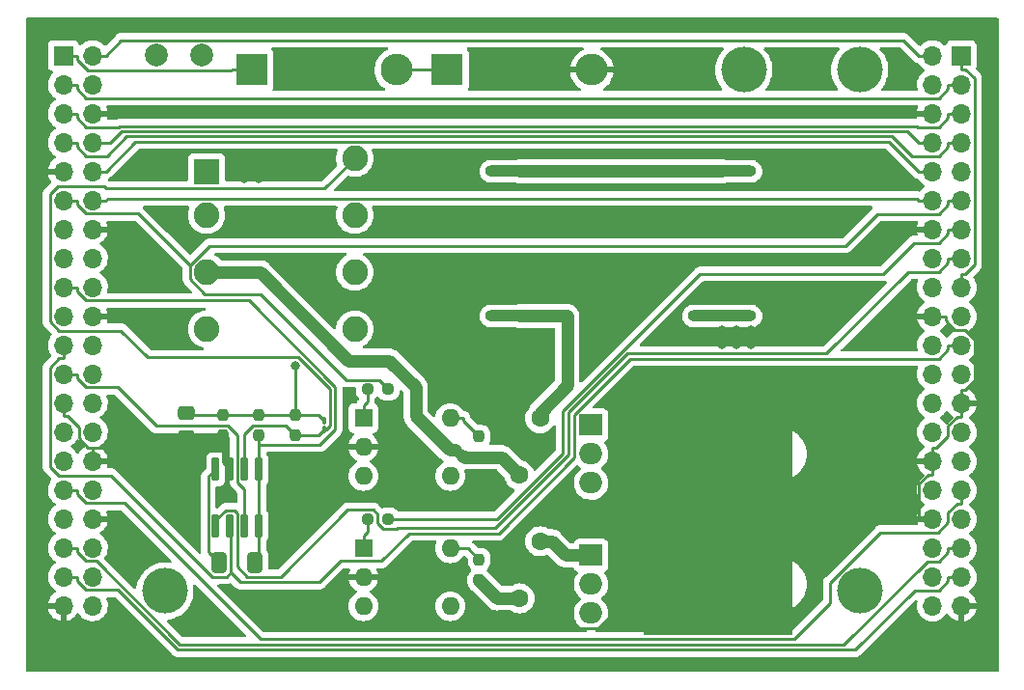
<source format=gtl>
G04 #@! TF.GenerationSoftware,KiCad,Pcbnew,(6.0.2)*
G04 #@! TF.CreationDate,2022-03-12T22:50:08+09:00*
G04 #@! TF.ProjectId,ACBoard,4143426f-6172-4642-9e6b-696361645f70,rev?*
G04 #@! TF.SameCoordinates,Original*
G04 #@! TF.FileFunction,Copper,L1,Top*
G04 #@! TF.FilePolarity,Positive*
%FSLAX46Y46*%
G04 Gerber Fmt 4.6, Leading zero omitted, Abs format (unit mm)*
G04 Created by KiCad (PCBNEW (6.0.2)) date 2022-03-12 22:50:08*
%MOMM*%
%LPD*%
G01*
G04 APERTURE LIST*
G04 Aperture macros list*
%AMRoundRect*
0 Rectangle with rounded corners*
0 $1 Rounding radius*
0 $2 $3 $4 $5 $6 $7 $8 $9 X,Y pos of 4 corners*
0 Add a 4 corners polygon primitive as box body*
4,1,4,$2,$3,$4,$5,$6,$7,$8,$9,$2,$3,0*
0 Add four circle primitives for the rounded corners*
1,1,$1+$1,$2,$3*
1,1,$1+$1,$4,$5*
1,1,$1+$1,$6,$7*
1,1,$1+$1,$8,$9*
0 Add four rect primitives between the rounded corners*
20,1,$1+$1,$2,$3,$4,$5,0*
20,1,$1+$1,$4,$5,$6,$7,0*
20,1,$1+$1,$6,$7,$8,$9,0*
20,1,$1+$1,$8,$9,$2,$3,0*%
G04 Aperture macros list end*
G04 #@! TA.AperFunction,SMDPad,CuDef*
%ADD10RoundRect,0.237500X0.250000X0.237500X-0.250000X0.237500X-0.250000X-0.237500X0.250000X-0.237500X0*%
G04 #@! TD*
G04 #@! TA.AperFunction,ComponentPad*
%ADD11R,1.600000X1.600000*%
G04 #@! TD*
G04 #@! TA.AperFunction,ComponentPad*
%ADD12O,1.600000X1.600000*%
G04 #@! TD*
G04 #@! TA.AperFunction,WasherPad*
%ADD13C,4.000000*%
G04 #@! TD*
G04 #@! TA.AperFunction,ComponentPad*
%ADD14R,2.000000X1.905000*%
G04 #@! TD*
G04 #@! TA.AperFunction,ComponentPad*
%ADD15O,2.000000X1.905000*%
G04 #@! TD*
G04 #@! TA.AperFunction,SMDPad,CuDef*
%ADD16RoundRect,0.250000X-0.475000X0.337500X-0.475000X-0.337500X0.475000X-0.337500X0.475000X0.337500X0*%
G04 #@! TD*
G04 #@! TA.AperFunction,SMDPad,CuDef*
%ADD17RoundRect,0.042000X-0.258000X0.943000X-0.258000X-0.943000X0.258000X-0.943000X0.258000X0.943000X0*%
G04 #@! TD*
G04 #@! TA.AperFunction,SMDPad,CuDef*
%ADD18RoundRect,0.237500X0.237500X-0.250000X0.237500X0.250000X-0.237500X0.250000X-0.237500X-0.250000X0*%
G04 #@! TD*
G04 #@! TA.AperFunction,ComponentPad*
%ADD19O,6.000000X1.000000*%
G04 #@! TD*
G04 #@! TA.AperFunction,SMDPad,CuDef*
%ADD20RoundRect,0.237500X-0.237500X0.250000X-0.237500X-0.250000X0.237500X-0.250000X0.237500X0.250000X0*%
G04 #@! TD*
G04 #@! TA.AperFunction,ComponentPad*
%ADD21C,2.000000*%
G04 #@! TD*
G04 #@! TA.AperFunction,SMDPad,CuDef*
%ADD22R,13.000000X9.000000*%
G04 #@! TD*
G04 #@! TA.AperFunction,ComponentPad*
%ADD23R,2.800000X2.800000*%
G04 #@! TD*
G04 #@! TA.AperFunction,ComponentPad*
%ADD24O,2.800000X2.800000*%
G04 #@! TD*
G04 #@! TA.AperFunction,ComponentPad*
%ADD25R,2.250000X2.250000*%
G04 #@! TD*
G04 #@! TA.AperFunction,ComponentPad*
%ADD26C,2.250000*%
G04 #@! TD*
G04 #@! TA.AperFunction,SMDPad,CuDef*
%ADD27RoundRect,0.100000X-0.100000X0.217500X-0.100000X-0.217500X0.100000X-0.217500X0.100000X0.217500X0*%
G04 #@! TD*
G04 #@! TA.AperFunction,ComponentPad*
%ADD28C,1.600000*%
G04 #@! TD*
G04 #@! TA.AperFunction,SMDPad,CuDef*
%ADD29RoundRect,0.250000X0.412500X0.650000X-0.412500X0.650000X-0.412500X-0.650000X0.412500X-0.650000X0*%
G04 #@! TD*
G04 #@! TA.AperFunction,ComponentPad*
%ADD30R,1.700000X1.700000*%
G04 #@! TD*
G04 #@! TA.AperFunction,ComponentPad*
%ADD31O,1.700000X1.700000*%
G04 #@! TD*
G04 #@! TA.AperFunction,ViaPad*
%ADD32C,0.800000*%
G04 #@! TD*
G04 #@! TA.AperFunction,Conductor*
%ADD33C,0.250000*%
G04 #@! TD*
G04 #@! TA.AperFunction,Conductor*
%ADD34C,1.100000*%
G04 #@! TD*
G04 #@! TA.AperFunction,Conductor*
%ADD35C,0.951600*%
G04 #@! TD*
G04 APERTURE END LIST*
D10*
X187232500Y-59730000D03*
X185407500Y-59730000D03*
D11*
X185060000Y-50855000D03*
D12*
X185060000Y-53395000D03*
X185060000Y-55935000D03*
X192680000Y-55935000D03*
X192680000Y-50855000D03*
D13*
X218440000Y-20320000D03*
D14*
X205030000Y-51475000D03*
D15*
X205030000Y-54015000D03*
X205030000Y-56555000D03*
D16*
X169545000Y-50442500D03*
X169545000Y-52517500D03*
D17*
X175895000Y-55360000D03*
X174625000Y-55360000D03*
X173355000Y-55360000D03*
X172085000Y-55360000D03*
X172085000Y-60300000D03*
X173355000Y-60300000D03*
X174625000Y-60300000D03*
X175895000Y-60300000D03*
D10*
X187232500Y-48300000D03*
X185407500Y-48300000D03*
D18*
X179070000Y-52392500D03*
X179070000Y-50567500D03*
D19*
X198755000Y-41910000D03*
X198755000Y-29210000D03*
D20*
X195210000Y-63262500D03*
X195210000Y-65087500D03*
X195210000Y-52467500D03*
X195210000Y-54292500D03*
D14*
X205030000Y-62905000D03*
D15*
X205030000Y-65445000D03*
X205030000Y-67985000D03*
D21*
X166910000Y-19050000D03*
X170910000Y-19050000D03*
D22*
X216165000Y-65445000D03*
D23*
X192405000Y-20320000D03*
D24*
X205105000Y-20320000D03*
D19*
X216535000Y-41910000D03*
X216535000Y-29210000D03*
D11*
X185060000Y-62285000D03*
D12*
X185060000Y-64825000D03*
X185060000Y-67365000D03*
X192680000Y-67365000D03*
X192680000Y-62285000D03*
D25*
X171300000Y-29260000D03*
D26*
X171300000Y-33060000D03*
X171300000Y-38060000D03*
X171300000Y-43060000D03*
X184300000Y-43060000D03*
X184300000Y-38060000D03*
X184300000Y-33060000D03*
X184300000Y-28060000D03*
D27*
X181610000Y-51072500D03*
X181610000Y-51887500D03*
D28*
X198755000Y-55880000D03*
X200555000Y-50880000D03*
D13*
X228600000Y-20320000D03*
D29*
X175552500Y-63545000D03*
X172427500Y-63545000D03*
D22*
X216165000Y-54015000D03*
D13*
X228600000Y-66040000D03*
D20*
X172720000Y-50567500D03*
X172720000Y-52392500D03*
D13*
X167640000Y-66040000D03*
D28*
X198755000Y-66675000D03*
X200555000Y-61675000D03*
D30*
X237510000Y-19080000D03*
D31*
X234970000Y-19080000D03*
X237510000Y-21620000D03*
X234970000Y-21620000D03*
X237510000Y-24160000D03*
X234970000Y-24160000D03*
X237510000Y-26700000D03*
X234970000Y-26700000D03*
X237510000Y-29240000D03*
X234970000Y-29240000D03*
X237510000Y-31780000D03*
X234970000Y-31780000D03*
X237510000Y-34320000D03*
X234970000Y-34320000D03*
X237510000Y-36860000D03*
X234970000Y-36860000D03*
X237510000Y-39400000D03*
X234970000Y-39400000D03*
X237510000Y-41940000D03*
X234970000Y-41940000D03*
X237510000Y-44480000D03*
X234970000Y-44480000D03*
X237510000Y-47020000D03*
X234970000Y-47020000D03*
X237510000Y-49560000D03*
X234970000Y-49560000D03*
X237510000Y-52100000D03*
X234970000Y-52100000D03*
X237510000Y-54640000D03*
X234970000Y-54640000D03*
X237510000Y-57180000D03*
X234970000Y-57180000D03*
X237510000Y-59720000D03*
X234970000Y-59720000D03*
X237510000Y-62260000D03*
X234970000Y-62260000D03*
X237510000Y-64800000D03*
X234970000Y-64800000D03*
X237510000Y-67340000D03*
X234970000Y-67340000D03*
D30*
X158745000Y-19055000D03*
D31*
X161285000Y-19055000D03*
X158745000Y-21595000D03*
X161285000Y-21595000D03*
X158745000Y-24135000D03*
X161285000Y-24135000D03*
X158745000Y-26675000D03*
X161285000Y-26675000D03*
X158745000Y-29215000D03*
X161285000Y-29215000D03*
X158745000Y-31755000D03*
X161285000Y-31755000D03*
X158745000Y-34295000D03*
X161285000Y-34295000D03*
X158745000Y-36835000D03*
X161285000Y-36835000D03*
X158745000Y-39375000D03*
X161285000Y-39375000D03*
X158745000Y-41915000D03*
X161285000Y-41915000D03*
X158745000Y-44455000D03*
X161285000Y-44455000D03*
X158745000Y-46995000D03*
X161285000Y-46995000D03*
X158745000Y-49535000D03*
X161285000Y-49535000D03*
X158745000Y-52075000D03*
X161285000Y-52075000D03*
X158745000Y-54615000D03*
X161285000Y-54615000D03*
X158745000Y-57155000D03*
X161285000Y-57155000D03*
X158745000Y-59695000D03*
X161285000Y-59695000D03*
X158745000Y-62235000D03*
X161285000Y-62235000D03*
X158745000Y-64775000D03*
X161285000Y-64775000D03*
X158745000Y-67315000D03*
X161285000Y-67315000D03*
D23*
X175260000Y-20320000D03*
D24*
X187960000Y-20320000D03*
D18*
X175895000Y-52392500D03*
X175895000Y-50567500D03*
D32*
X179052300Y-46269600D03*
X215265000Y-52705000D03*
X229215344Y-51986727D03*
X182880000Y-21590000D03*
X226695000Y-27940000D03*
X227965000Y-30480000D03*
X170180000Y-68580000D03*
X187960000Y-33020000D03*
X195580000Y-45085000D03*
X232410000Y-21590000D03*
X216535000Y-43180000D03*
X223520000Y-20955000D03*
X217805000Y-52705000D03*
X171450000Y-68580000D03*
X196215000Y-57150000D03*
X212725000Y-20955000D03*
X189230000Y-34290000D03*
X213360000Y-62865000D03*
X217805000Y-43180000D03*
X216535000Y-33655000D03*
X163830000Y-63500000D03*
X219075000Y-44450000D03*
X189230000Y-27940000D03*
X189230000Y-38100000D03*
X167005000Y-38100000D03*
X194310000Y-45085000D03*
X227965000Y-53340000D03*
X210820000Y-62865000D03*
X178435000Y-57785000D03*
X178435000Y-66675000D03*
X210185000Y-52070000D03*
X229235000Y-53340000D03*
X177165000Y-66675000D03*
X189230000Y-33020000D03*
X189230000Y-54610000D03*
X208915000Y-53340000D03*
X190500000Y-34290000D03*
X194310000Y-43815000D03*
X216535000Y-52705000D03*
X226695000Y-52070000D03*
X170180000Y-60960000D03*
X193040000Y-45085000D03*
X165100000Y-63500000D03*
X165100000Y-64770000D03*
X235585000Y-71120000D03*
X195580000Y-43815000D03*
X160020000Y-71120000D03*
X224790000Y-33020000D03*
X194945000Y-57150000D03*
X226695000Y-29210000D03*
X213995000Y-33655000D03*
X179705000Y-59055000D03*
X210780000Y-65445000D03*
X174625000Y-28575000D03*
X175895000Y-28575000D03*
X212090000Y-61595000D03*
X178435000Y-56515000D03*
X224790000Y-34290000D03*
X217805000Y-44450000D03*
X231140000Y-34925000D03*
X169545000Y-59690000D03*
X222250000Y-20955000D03*
X229235000Y-27940000D03*
X189230000Y-55880000D03*
X223520000Y-19685000D03*
X226695000Y-53340000D03*
X215265000Y-53975000D03*
X227965000Y-52070000D03*
X208915000Y-52070000D03*
X215265000Y-56515000D03*
X190500000Y-27940000D03*
X187960000Y-27940000D03*
X229235000Y-54610000D03*
X190500000Y-38100000D03*
X212090000Y-62865000D03*
X168275000Y-38100000D03*
X229235000Y-30480000D03*
X179705000Y-57785000D03*
X215265000Y-51435000D03*
X226695000Y-61595000D03*
X175895000Y-29845000D03*
X187960000Y-55880000D03*
X234315000Y-71120000D03*
X232410000Y-20320000D03*
X168275000Y-43815000D03*
X178435000Y-67945000D03*
X225425000Y-30480000D03*
X211455000Y-19685000D03*
X194945000Y-58420000D03*
X187960000Y-34290000D03*
X225425000Y-27940000D03*
X177165000Y-67945000D03*
X212050000Y-65445000D03*
X211455000Y-20955000D03*
X215265000Y-55245000D03*
X178435000Y-59055000D03*
X227965000Y-54610000D03*
X172720000Y-68580000D03*
X187960000Y-53340000D03*
X164465000Y-38100000D03*
X222250000Y-19685000D03*
X217805000Y-51435000D03*
X212725000Y-19685000D03*
X240030000Y-31750000D03*
X226060000Y-34290000D03*
X187960000Y-38100000D03*
X189230000Y-53340000D03*
X167005000Y-42545000D03*
X215265000Y-33655000D03*
X208915000Y-50800000D03*
X226060000Y-33020000D03*
X193040000Y-43815000D03*
X217805000Y-53975000D03*
X174625000Y-29845000D03*
X226695000Y-54610000D03*
X181610000Y-21590000D03*
X158750000Y-71120000D03*
X216535000Y-44450000D03*
X213320000Y-65445000D03*
X210820000Y-66675000D03*
X227965000Y-29210000D03*
X227965000Y-27940000D03*
X181610000Y-20320000D03*
X200025000Y-20320000D03*
X217805000Y-55245000D03*
X165735000Y-38100000D03*
X210185000Y-53340000D03*
X225425000Y-29210000D03*
X212090000Y-66675000D03*
X180340000Y-24130000D03*
X210820000Y-64135000D03*
X225425000Y-62865000D03*
X219075000Y-43180000D03*
X171450000Y-67310000D03*
X168275000Y-42545000D03*
X240030000Y-33020000D03*
X210185000Y-50800000D03*
X182880000Y-20320000D03*
X198755000Y-20320000D03*
X232410000Y-34925000D03*
X196850000Y-45085000D03*
X190500000Y-33020000D03*
X196215000Y-58420000D03*
X216535000Y-51435000D03*
X196850000Y-43815000D03*
X179705000Y-56515000D03*
X213360000Y-61595000D03*
X212090000Y-64135000D03*
X217805000Y-56515000D03*
X213360000Y-66675000D03*
X181610000Y-24130000D03*
X225425000Y-61595000D03*
X167005000Y-43815000D03*
X229235000Y-29210000D03*
X179705000Y-38100000D03*
X240030000Y-34290000D03*
X180975000Y-38100000D03*
X210820000Y-61595000D03*
X187960000Y-54610000D03*
X226695000Y-30480000D03*
D33*
X179052300Y-50567500D02*
X179052300Y-46269600D01*
X172720000Y-50567500D02*
X169670000Y-50567500D01*
X169670000Y-50567500D02*
X169545000Y-50442500D01*
X179052300Y-50567500D02*
X175895000Y-50567500D01*
X179052300Y-50567500D02*
X179070000Y-50567500D01*
X175895000Y-50567500D02*
X172720000Y-50567500D01*
X179070000Y-50567500D02*
X181105000Y-50567500D01*
X181105000Y-50567500D02*
X181610000Y-51072500D01*
X160109700Y-52631800D02*
X160109700Y-51707600D01*
X160109700Y-51707600D02*
X159112400Y-50710300D01*
X238733900Y-43964700D02*
X237884500Y-43115300D01*
X236334700Y-51543200D02*
X237142600Y-50735300D01*
X212050000Y-65445000D02*
X210780000Y-65445000D01*
X237877300Y-48384700D02*
X238733900Y-47528100D01*
X238733900Y-47528100D02*
X238733900Y-43964700D01*
X168622800Y-53439700D02*
X161285000Y-53439700D01*
X234970000Y-54640000D02*
X234970000Y-53464700D01*
X233794700Y-56623300D02*
X234602700Y-55815300D01*
X186185300Y-64825000D02*
X190626200Y-69265900D01*
X237884500Y-43115300D02*
X236953200Y-43115300D01*
X159112400Y-50710300D02*
X158745000Y-50710300D01*
X212752400Y-65445000D02*
X218240500Y-59956900D01*
X237142600Y-50735300D02*
X237510000Y-50735300D01*
X234602700Y-55815300D02*
X234970000Y-55815300D01*
X237510000Y-48384700D02*
X237877300Y-48384700D01*
X190626200Y-69265900D02*
X205638300Y-69265900D01*
X236145300Y-42307400D02*
X236145300Y-41940000D01*
X172720000Y-54725000D02*
X172720000Y-52517500D01*
X169545000Y-52517500D02*
X168622800Y-53439700D01*
X237510000Y-49560000D02*
X237510000Y-50735300D01*
X234970000Y-54640000D02*
X234970000Y-55815300D01*
X217138800Y-58840300D02*
X216165000Y-58840300D01*
X236953200Y-43115300D02*
X236145300Y-42307400D01*
X218240500Y-59956900D02*
X218240500Y-59942000D01*
X218240500Y-59942000D02*
X217138800Y-58840300D01*
X173355000Y-55360000D02*
X172720000Y-54725000D01*
X235337400Y-53464700D02*
X236334700Y-52467400D01*
X213320000Y-65445000D02*
X212752400Y-65445000D01*
X216165000Y-65445000D02*
X213320000Y-65445000D01*
X172720000Y-52517500D02*
X169545000Y-52517500D01*
X236334700Y-52467400D02*
X236334700Y-51543200D01*
X210780000Y-65445000D02*
X209339700Y-65445000D01*
X218240500Y-59942000D02*
X233572700Y-59942000D01*
X216165000Y-54015000D02*
X216165000Y-58840300D01*
X160917600Y-53439700D02*
X160109700Y-52631800D01*
X161285000Y-54615000D02*
X161285000Y-53439700D01*
X234970000Y-53464700D02*
X235337400Y-53464700D01*
X212752400Y-65445000D02*
X212050000Y-65445000D01*
X237510000Y-49560000D02*
X237510000Y-48384700D01*
X233794700Y-59720000D02*
X233794700Y-56623300D01*
X158745000Y-49535000D02*
X158745000Y-50710300D01*
X234970000Y-59720000D02*
X233794700Y-59720000D01*
X205638300Y-69265900D02*
X209339700Y-65564500D01*
X234970000Y-41940000D02*
X236145300Y-41940000D01*
X209339700Y-65564500D02*
X209339700Y-65445000D01*
X233572700Y-59942000D02*
X233794700Y-59720000D01*
X185060000Y-64825000D02*
X186185300Y-64825000D01*
X161285000Y-53439700D02*
X160917600Y-53439700D01*
X172720000Y-52517500D02*
X172720000Y-52392500D01*
X159920300Y-39742400D02*
X159920300Y-39375000D01*
X237510000Y-20255300D02*
X237877300Y-20255300D01*
X175007400Y-40550300D02*
X160728200Y-40550300D01*
X159920300Y-19422300D02*
X160873400Y-20375400D01*
X175895000Y-55360000D02*
X175895000Y-53207600D01*
X160728200Y-40550300D02*
X159920300Y-39742400D01*
X237510000Y-39400000D02*
X237510000Y-38224700D01*
X237877300Y-20255300D02*
X238685300Y-21063300D01*
X159920300Y-19055000D02*
X159920300Y-19422300D01*
X175260000Y-20320000D02*
X173534700Y-20320000D01*
X175895000Y-53207600D02*
X175895000Y-52392500D01*
X237877400Y-38224700D02*
X237510000Y-38224700D01*
X173479300Y-20375400D02*
X173534700Y-20320000D01*
X237510000Y-19080000D02*
X237510000Y-20255300D01*
X175895000Y-55360000D02*
X175895000Y-60300000D01*
X175895000Y-60300000D02*
X175895000Y-63202500D01*
X182586100Y-51863900D02*
X182586100Y-48129000D01*
X238685300Y-21063300D02*
X238685300Y-37416800D01*
X175895000Y-53207600D02*
X181242400Y-53207600D01*
X158745000Y-39375000D02*
X159920300Y-39375000D01*
X175895000Y-63202500D02*
X175552500Y-63545000D01*
X160873400Y-20375400D02*
X173479300Y-20375400D01*
X238685300Y-37416800D02*
X237877400Y-38224700D01*
X181242400Y-53207600D02*
X182586100Y-51863900D01*
X182586100Y-48129000D02*
X175007400Y-40550300D01*
X158745000Y-19055000D02*
X159920300Y-19055000D01*
X171457300Y-62574800D02*
X171457300Y-55987700D01*
X171457300Y-55987700D02*
X172085000Y-55360000D01*
X172427500Y-63545000D02*
X171457300Y-62574800D01*
D34*
X198755000Y-41910000D02*
X202955300Y-41910000D01*
X200555000Y-50381300D02*
X200555000Y-50880000D01*
X202955300Y-47981000D02*
X200555000Y-50381300D01*
X202955300Y-41910000D02*
X202955300Y-47981000D01*
X198755000Y-55880000D02*
X197167500Y-54292500D01*
X193730400Y-54156300D02*
X193866600Y-54292500D01*
D35*
X193146100Y-53663200D02*
X193639200Y-54156300D01*
D34*
X183761700Y-45814800D02*
X176006900Y-38060000D01*
X176006900Y-38060000D02*
X171300000Y-38060000D01*
X198755000Y-66675000D02*
X196797500Y-66675000D01*
D35*
X193639200Y-54156300D02*
X193730400Y-54156300D01*
D34*
X193146100Y-53663200D02*
X192600100Y-53663200D01*
X196797500Y-66675000D02*
X195210000Y-65087500D01*
X193866600Y-54292500D02*
X195210000Y-54292500D01*
X197167500Y-54292500D02*
X195210000Y-54292500D01*
X189642000Y-48113400D02*
X187343400Y-45814800D01*
X187343400Y-45814800D02*
X183761700Y-45814800D01*
X192600100Y-53663200D02*
X189642000Y-50705100D01*
X189642000Y-50705100D02*
X189642000Y-48113400D01*
X202829700Y-62905000D02*
X201599700Y-61675000D01*
X205030000Y-62905000D02*
X202829700Y-62905000D01*
X201599700Y-61675000D02*
X200555000Y-61675000D01*
D33*
X179070000Y-52392500D02*
X181105000Y-52392500D01*
X163795700Y-43185000D02*
X158347800Y-43185000D01*
X182135800Y-51510500D02*
X182135800Y-48315600D01*
X157545900Y-31235500D02*
X158240100Y-30541300D01*
X175391500Y-51548400D02*
X174625000Y-52314900D01*
X166151700Y-45541000D02*
X163795700Y-43185000D01*
X182135800Y-48315600D02*
X179361200Y-45541000D01*
X162460400Y-30710400D02*
X181649600Y-30710400D01*
X179070000Y-52392500D02*
X178225900Y-51548400D01*
X181610000Y-51887500D02*
X181758800Y-51887500D01*
X187960000Y-20320000D02*
X192405000Y-20320000D01*
X178225900Y-51548400D02*
X175391500Y-51548400D01*
X181105000Y-52392500D02*
X181610000Y-51887500D01*
X158240100Y-30541300D02*
X162291300Y-30541300D01*
X181758800Y-51887500D02*
X182135800Y-51510500D01*
X162291300Y-30541300D02*
X162460400Y-30710400D01*
X157545900Y-42383100D02*
X157545900Y-31235500D01*
X158347800Y-43185000D02*
X157545900Y-42383100D01*
X181649600Y-30710400D02*
X184300000Y-28060000D01*
X174625000Y-52314900D02*
X174625000Y-55360000D01*
X179361200Y-45541000D02*
X166151700Y-45541000D01*
X234970000Y-19080000D02*
X233794700Y-19080000D01*
X162460300Y-19055000D02*
X163805000Y-17710300D01*
X163805000Y-17710300D02*
X232425000Y-17710300D01*
X232425000Y-17710300D02*
X233794700Y-19080000D01*
X161285000Y-19055000D02*
X162460300Y-19055000D01*
X158745000Y-21595000D02*
X159920300Y-21595000D01*
X159920300Y-21595000D02*
X159920300Y-21962300D01*
X160753300Y-22795300D02*
X235526800Y-22795300D01*
X235526800Y-22795300D02*
X236334700Y-21987400D01*
X236334700Y-21987400D02*
X236334700Y-21620000D01*
X237510000Y-21620000D02*
X236334700Y-21620000D01*
X159920300Y-21962300D02*
X160753300Y-22795300D01*
X236334700Y-24527400D02*
X235526800Y-25335300D01*
X237510000Y-24160000D02*
X236334700Y-24160000D01*
X159920300Y-24502300D02*
X159920300Y-24135000D01*
X233619200Y-25250700D02*
X163651200Y-25250700D01*
X233703800Y-25335300D02*
X233619200Y-25250700D01*
X236334700Y-24160000D02*
X236334700Y-24527400D01*
X160753300Y-25335300D02*
X159920300Y-24502300D01*
X158745000Y-24135000D02*
X159920300Y-24135000D01*
X163651200Y-25250700D02*
X163566600Y-25335300D01*
X235526800Y-25335300D02*
X233703800Y-25335300D01*
X163566600Y-25335300D02*
X160753300Y-25335300D01*
X236334700Y-27067400D02*
X236334700Y-26700000D01*
X159920300Y-26675000D02*
X159920300Y-27042300D01*
X233157500Y-27875300D02*
X235526800Y-27875300D01*
X235526800Y-27875300D02*
X236334700Y-27067400D01*
X237510000Y-26700000D02*
X236334700Y-26700000D01*
X160738800Y-27860800D02*
X162539900Y-27860800D01*
X231433500Y-26151300D02*
X233157500Y-27875300D01*
X162539900Y-27860800D02*
X164249400Y-26151300D01*
X159920300Y-27042300D02*
X160738800Y-27860800D01*
X164249400Y-26151300D02*
X231433500Y-26151300D01*
X158745000Y-26675000D02*
X159920300Y-26675000D01*
X232795700Y-25701000D02*
X163837900Y-25701000D01*
X161285000Y-26675000D02*
X162460300Y-26675000D01*
X233794700Y-26700000D02*
X232795700Y-25701000D01*
X162863900Y-26675000D02*
X162460300Y-26675000D01*
X163837900Y-25701000D02*
X162863900Y-26675000D01*
X234970000Y-26700000D02*
X233794700Y-26700000D01*
X161285000Y-29215000D02*
X162460300Y-29215000D01*
X165069300Y-26606000D02*
X231160700Y-26606000D01*
X234970000Y-29240000D02*
X233794700Y-29240000D01*
X231160700Y-26606000D02*
X233794700Y-29240000D01*
X162460300Y-29215000D02*
X165069300Y-26606000D01*
X235526800Y-32955300D02*
X236334700Y-32147400D01*
X176037000Y-39964400D02*
X171146200Y-39964400D01*
X236334700Y-32147400D02*
X236334700Y-31780000D01*
X230122200Y-32955300D02*
X235526800Y-32955300D01*
X171146200Y-39964400D02*
X169842400Y-38660600D01*
X227331100Y-35746400D02*
X230122200Y-32955300D01*
X169842400Y-38660600D02*
X169842400Y-37466500D01*
X169842400Y-37466500D02*
X171562500Y-35746400D01*
X183571400Y-47498800D02*
X176037000Y-39964400D01*
X158745000Y-31755000D02*
X159920300Y-31755000D01*
X165306200Y-32930300D02*
X160728200Y-32930300D01*
X171562500Y-35746400D02*
X227331100Y-35746400D01*
X159920300Y-32122400D02*
X159920300Y-31755000D01*
X237510000Y-31780000D02*
X236334700Y-31780000D01*
X186431300Y-47498800D02*
X183571400Y-47498800D01*
X160728200Y-32930300D02*
X159920300Y-32122400D01*
X169842400Y-37466500D02*
X165306200Y-32930300D01*
X187232500Y-48300000D02*
X186431300Y-47498800D01*
X234970000Y-31780000D02*
X233794700Y-31780000D01*
X161285000Y-31755000D02*
X162460300Y-31755000D01*
X233624300Y-31609600D02*
X233794700Y-31780000D01*
X162605700Y-31609600D02*
X233624300Y-31609600D01*
X162460300Y-31755000D02*
X162605700Y-31609600D01*
X236334700Y-34687400D02*
X236334700Y-34320000D01*
X233375200Y-35495300D02*
X235526800Y-35495300D01*
X187232500Y-59730000D02*
X196783700Y-59730000D01*
X230647900Y-38222600D02*
X233375200Y-35495300D01*
X214588000Y-38222600D02*
X230647900Y-38222600D01*
X202564200Y-50246400D02*
X214588000Y-38222600D01*
X237510000Y-34320000D02*
X236334700Y-34320000D01*
X202564200Y-53949500D02*
X202564200Y-50246400D01*
X196783700Y-59730000D02*
X202564200Y-53949500D01*
X235526800Y-35495300D02*
X236334700Y-34687400D01*
X196654100Y-60510600D02*
X203080300Y-54084400D01*
X177835500Y-64787700D02*
X183703900Y-58919300D01*
X236334700Y-37227400D02*
X236334700Y-36860000D01*
X173990000Y-63884200D02*
X174893500Y-64787700D01*
X173729900Y-58951300D02*
X173990000Y-59211400D01*
X235526800Y-38035300D02*
X236334700Y-37227400D01*
X174893500Y-64787700D02*
X177835500Y-64787700D01*
X186320000Y-59288400D02*
X186320000Y-60105000D01*
X183703900Y-58919300D02*
X185950900Y-58919300D01*
X173990000Y-59211400D02*
X173990000Y-63884200D01*
X208242600Y-45204900D02*
X225677400Y-45204900D01*
X237510000Y-36860000D02*
X236334700Y-36860000D01*
X232847000Y-38035300D02*
X235526800Y-38035300D01*
X186320000Y-60105000D02*
X186815500Y-60600500D01*
X203080300Y-50367200D02*
X208242600Y-45204900D01*
X172085000Y-60300000D02*
X172085000Y-59844600D01*
X225677400Y-45204900D02*
X232847000Y-38035300D01*
X203080300Y-54084400D02*
X203080300Y-50367200D01*
X187956400Y-60600500D02*
X188046300Y-60510600D01*
X186815500Y-60600500D02*
X187956400Y-60600500D01*
X172085000Y-59844600D02*
X172978300Y-58951300D01*
X185950900Y-58919300D02*
X186320000Y-59288400D01*
X172978300Y-58951300D02*
X173729900Y-58951300D01*
X188046300Y-60510600D02*
X196654100Y-60510600D01*
X157569700Y-55137300D02*
X157569700Y-46438200D01*
X173434400Y-64425800D02*
X174263000Y-65254400D01*
X189103000Y-60961000D02*
X196925400Y-60961000D01*
X237510000Y-44480000D02*
X236334700Y-44480000D01*
X158317400Y-55885000D02*
X157569700Y-55137300D01*
X158745000Y-44455000D02*
X158745000Y-45630300D01*
X208429100Y-45655300D02*
X235526800Y-45655300D01*
X173064600Y-64795600D02*
X171797900Y-64795600D01*
X203530600Y-54355800D02*
X203530600Y-50553800D01*
X157569700Y-46438200D02*
X158377600Y-45630300D01*
X173434400Y-60379400D02*
X173434400Y-64425800D01*
X171797900Y-64795600D02*
X162887300Y-55885000D01*
X183054800Y-63410400D02*
X186653600Y-63410400D01*
X236334700Y-44847400D02*
X236334700Y-44480000D01*
X162887300Y-55885000D02*
X158317400Y-55885000D01*
X158377600Y-45630300D02*
X158745000Y-45630300D01*
X203530600Y-50553800D02*
X208429100Y-45655300D01*
X181210800Y-65254400D02*
X183054800Y-63410400D01*
X173434400Y-64425800D02*
X173064600Y-64795600D01*
X235526800Y-45655300D02*
X236334700Y-44847400D01*
X173355000Y-60300000D02*
X173434400Y-60379400D01*
X196925400Y-60961000D02*
X203530600Y-54355800D01*
X186653600Y-63410400D02*
X189103000Y-60961000D01*
X174263000Y-65254400D02*
X181210800Y-65254400D01*
X173203300Y-51542200D02*
X166856200Y-51542200D01*
X158745000Y-46995000D02*
X159920300Y-46995000D01*
X174625000Y-57129500D02*
X173990000Y-56494500D01*
X163484300Y-48170300D02*
X160728200Y-48170300D01*
X160728200Y-48170300D02*
X159920300Y-47362400D01*
X166856200Y-51542200D02*
X163484300Y-48170300D01*
X173990000Y-56494500D02*
X173990000Y-52328900D01*
X174625000Y-60300000D02*
X174625000Y-57129500D01*
X159920300Y-47362400D02*
X159920300Y-46995000D01*
X173990000Y-52328900D02*
X173203300Y-51542200D01*
X237510000Y-57180000D02*
X237510000Y-58355300D01*
X159920300Y-57522400D02*
X159920300Y-57155000D01*
X226012100Y-67100900D02*
X222842600Y-70270400D01*
X158745000Y-57155000D02*
X159920300Y-57155000D01*
X164074200Y-58330300D02*
X160728200Y-58330300D01*
X230418600Y-60895400D02*
X226012100Y-65301900D01*
X222842600Y-70270400D02*
X176014300Y-70270400D01*
X160728200Y-58330300D02*
X159920300Y-57522400D01*
X236334700Y-59163200D02*
X236334700Y-60020100D01*
X176014300Y-70270400D02*
X164074200Y-58330300D01*
X235459400Y-60895400D02*
X230418600Y-60895400D01*
X226012100Y-65301900D02*
X226012100Y-67100900D01*
X236334700Y-60020100D02*
X235459400Y-60895400D01*
X237510000Y-58355300D02*
X237142600Y-58355300D01*
X237142600Y-58355300D02*
X236334700Y-59163200D01*
X159920300Y-62602400D02*
X160728200Y-63410300D01*
X235526800Y-63435300D02*
X236334700Y-62627400D01*
X158745000Y-62235000D02*
X159920300Y-62235000D01*
X160728200Y-63410300D02*
X161631200Y-63410300D01*
X161631200Y-63410300D02*
X168956300Y-70735400D01*
X234505400Y-63435300D02*
X235526800Y-63435300D01*
X227205300Y-70735400D02*
X234505400Y-63435300D01*
X237510000Y-62260000D02*
X236334700Y-62260000D01*
X236334700Y-62627400D02*
X236334700Y-62260000D01*
X168956300Y-70735400D02*
X227205300Y-70735400D01*
X159920300Y-62235000D02*
X159920300Y-62602400D01*
X168769800Y-71185800D02*
X228210100Y-71185800D01*
X163534300Y-65950300D02*
X168769800Y-71185800D01*
X159920300Y-64775000D02*
X159920300Y-65142400D01*
X236334700Y-65167400D02*
X236334700Y-64800000D01*
X233420600Y-65975300D02*
X235526800Y-65975300D01*
X235526800Y-65975300D02*
X236334700Y-65167400D01*
X158745000Y-64775000D02*
X159920300Y-64775000D01*
X159920300Y-65142400D02*
X160728200Y-65950300D01*
X160728200Y-65950300D02*
X163534300Y-65950300D01*
X237510000Y-64800000D02*
X236334700Y-64800000D01*
X228210100Y-71185800D02*
X233420600Y-65975300D01*
D34*
X216535000Y-29210000D02*
X198755000Y-29210000D01*
D33*
X185407500Y-49382200D02*
X185060000Y-49729700D01*
X185060000Y-50855000D02*
X185060000Y-49729700D01*
X185407500Y-48300000D02*
X185407500Y-49382200D01*
X185060000Y-62285000D02*
X185060000Y-61159700D01*
X185407500Y-60812200D02*
X185060000Y-61159700D01*
X185407500Y-59730000D02*
X185407500Y-60812200D01*
X195210000Y-52467500D02*
X193805300Y-51062800D01*
X193805300Y-51062800D02*
X193805300Y-50855000D01*
X192680000Y-50855000D02*
X193805300Y-50855000D01*
X194232500Y-62285000D02*
X192680000Y-62285000D01*
X195210000Y-63262500D02*
X194232500Y-62285000D01*
G04 #@! TA.AperFunction,Conductor*
G36*
X240734121Y-15768002D02*
G01*
X240780614Y-15821658D01*
X240792000Y-15874000D01*
X240792000Y-73026000D01*
X240771998Y-73094121D01*
X240718342Y-73140614D01*
X240666000Y-73152000D01*
X155574000Y-73152000D01*
X155505879Y-73131998D01*
X155459386Y-73078342D01*
X155448000Y-73026000D01*
X155448000Y-67582966D01*
X157413257Y-67582966D01*
X157443562Y-67717437D01*
X157446645Y-67727275D01*
X157526770Y-67924603D01*
X157531413Y-67933794D01*
X157642694Y-68115388D01*
X157648777Y-68123699D01*
X157788213Y-68284667D01*
X157795580Y-68291883D01*
X157959434Y-68427916D01*
X157967881Y-68433831D01*
X158151756Y-68541279D01*
X158161042Y-68545729D01*
X158360001Y-68621703D01*
X158369899Y-68624579D01*
X158473250Y-68645606D01*
X158487299Y-68644410D01*
X158491000Y-68634065D01*
X158491000Y-67587115D01*
X158486525Y-67571876D01*
X158485135Y-67570671D01*
X158477452Y-67569000D01*
X157428225Y-67569000D01*
X157414694Y-67572973D01*
X157413257Y-67582966D01*
X155448000Y-67582966D01*
X155448000Y-31215443D01*
X156907680Y-31215443D01*
X156908426Y-31223335D01*
X156911841Y-31259461D01*
X156912400Y-31271319D01*
X156912400Y-42304333D01*
X156911873Y-42315516D01*
X156910198Y-42323009D01*
X156910447Y-42330935D01*
X156910447Y-42330936D01*
X156912338Y-42391086D01*
X156912400Y-42395045D01*
X156912400Y-42422956D01*
X156912897Y-42426890D01*
X156912897Y-42426891D01*
X156912905Y-42426956D01*
X156913838Y-42438793D01*
X156915227Y-42482989D01*
X156920878Y-42502439D01*
X156924887Y-42521800D01*
X156927426Y-42541897D01*
X156930345Y-42549268D01*
X156930345Y-42549270D01*
X156943704Y-42583012D01*
X156947549Y-42594242D01*
X156952884Y-42612604D01*
X156959882Y-42636693D01*
X156963915Y-42643512D01*
X156963917Y-42643517D01*
X156970193Y-42654128D01*
X156978888Y-42671876D01*
X156986348Y-42690717D01*
X156991010Y-42697133D01*
X156991010Y-42697134D01*
X157012336Y-42726487D01*
X157018852Y-42736407D01*
X157031007Y-42756959D01*
X157041358Y-42774462D01*
X157055679Y-42788783D01*
X157068519Y-42803816D01*
X157080428Y-42820207D01*
X157086533Y-42825258D01*
X157086538Y-42825263D01*
X157114504Y-42848399D01*
X157123282Y-42856387D01*
X157685710Y-43418815D01*
X157719736Y-43481127D01*
X157714671Y-43551942D01*
X157691630Y-43588709D01*
X157692457Y-43589379D01*
X157689200Y-43593401D01*
X157685629Y-43597138D01*
X157559743Y-43781680D01*
X157465688Y-43984305D01*
X157405989Y-44199570D01*
X157382251Y-44421695D01*
X157382548Y-44426848D01*
X157382548Y-44426851D01*
X157389729Y-44551398D01*
X157395110Y-44644715D01*
X157396247Y-44649761D01*
X157396248Y-44649767D01*
X157407341Y-44698988D01*
X157444222Y-44862639D01*
X157482461Y-44956811D01*
X157514941Y-45036799D01*
X157528266Y-45069616D01*
X157644987Y-45260088D01*
X157664236Y-45282310D01*
X157693719Y-45346892D01*
X157683605Y-45417165D01*
X157658094Y-45453901D01*
X157177447Y-45934548D01*
X157169161Y-45942088D01*
X157162682Y-45946200D01*
X157157257Y-45951977D01*
X157116057Y-45995851D01*
X157113302Y-45998693D01*
X157093565Y-46018430D01*
X157091085Y-46021627D01*
X157083382Y-46030647D01*
X157053114Y-46062879D01*
X157049295Y-46069825D01*
X157049293Y-46069828D01*
X157043352Y-46080634D01*
X157032501Y-46097153D01*
X157020086Y-46113159D01*
X157016941Y-46120428D01*
X157016938Y-46120432D01*
X157002526Y-46153737D01*
X156997309Y-46164387D01*
X156976005Y-46203140D01*
X156974034Y-46210815D01*
X156974034Y-46210816D01*
X156970967Y-46222762D01*
X156964563Y-46241466D01*
X156956519Y-46260055D01*
X156955280Y-46267878D01*
X156955277Y-46267888D01*
X156949601Y-46303724D01*
X156947195Y-46315344D01*
X156938172Y-46350489D01*
X156936200Y-46358170D01*
X156936200Y-46378424D01*
X156934649Y-46398134D01*
X156931480Y-46418143D01*
X156932226Y-46426035D01*
X156935641Y-46462161D01*
X156936200Y-46474019D01*
X156936200Y-55058533D01*
X156935673Y-55069716D01*
X156933998Y-55077209D01*
X156934247Y-55085135D01*
X156934247Y-55085136D01*
X156936138Y-55145286D01*
X156936200Y-55149245D01*
X156936200Y-55177156D01*
X156936697Y-55181090D01*
X156936697Y-55181091D01*
X156936705Y-55181156D01*
X156937638Y-55192993D01*
X156939027Y-55237189D01*
X156943185Y-55251500D01*
X156944678Y-55256639D01*
X156948687Y-55276000D01*
X156949673Y-55283801D01*
X156951226Y-55296097D01*
X156954145Y-55303468D01*
X156954145Y-55303470D01*
X156967504Y-55337212D01*
X156971349Y-55348442D01*
X156981471Y-55383283D01*
X156983682Y-55390893D01*
X156987715Y-55397712D01*
X156987717Y-55397717D01*
X156993993Y-55408328D01*
X157002688Y-55426076D01*
X157010148Y-55444917D01*
X157014810Y-55451333D01*
X157014810Y-55451334D01*
X157036136Y-55480687D01*
X157042652Y-55490607D01*
X157059617Y-55519292D01*
X157065158Y-55528662D01*
X157079479Y-55542983D01*
X157092319Y-55558016D01*
X157104228Y-55574407D01*
X157110334Y-55579458D01*
X157138305Y-55602598D01*
X157147084Y-55610588D01*
X157671933Y-56135437D01*
X157705959Y-56197749D01*
X157700894Y-56268564D01*
X157684874Y-56296623D01*
X157685629Y-56297138D01*
X157559743Y-56481680D01*
X157516062Y-56575783D01*
X157471205Y-56672420D01*
X157465688Y-56684305D01*
X157405989Y-56899570D01*
X157382251Y-57121695D01*
X157382548Y-57126848D01*
X157382548Y-57126851D01*
X157391625Y-57284278D01*
X157395110Y-57344715D01*
X157396247Y-57349761D01*
X157396248Y-57349767D01*
X157411470Y-57417311D01*
X157444222Y-57562639D01*
X157528266Y-57769616D01*
X157644987Y-57960088D01*
X157791250Y-58128938D01*
X157963126Y-58271632D01*
X158013086Y-58300826D01*
X158036445Y-58314476D01*
X158085169Y-58366114D01*
X158098240Y-58435897D01*
X158071509Y-58501669D01*
X158031055Y-58535027D01*
X158018607Y-58541507D01*
X158014474Y-58544610D01*
X158014471Y-58544612D01*
X157844100Y-58672530D01*
X157839965Y-58675635D01*
X157836393Y-58679373D01*
X157706182Y-58815631D01*
X157685629Y-58837138D01*
X157682715Y-58841410D01*
X157682714Y-58841411D01*
X157637125Y-58908242D01*
X157559743Y-59021680D01*
X157527007Y-59092204D01*
X157469115Y-59216923D01*
X157465688Y-59224305D01*
X157405989Y-59439570D01*
X157382251Y-59661695D01*
X157382548Y-59666848D01*
X157382548Y-59666851D01*
X157391552Y-59823000D01*
X157395110Y-59884715D01*
X157396247Y-59889761D01*
X157396248Y-59889767D01*
X157416096Y-59977837D01*
X157444222Y-60102639D01*
X157490601Y-60216857D01*
X157508866Y-60261838D01*
X157528266Y-60309616D01*
X157544341Y-60335848D01*
X157625675Y-60468573D01*
X157644987Y-60500088D01*
X157791250Y-60668938D01*
X157963126Y-60811632D01*
X158033595Y-60852811D01*
X158036445Y-60854476D01*
X158085169Y-60906114D01*
X158098240Y-60975897D01*
X158071509Y-61041669D01*
X158031055Y-61075027D01*
X158018607Y-61081507D01*
X158014474Y-61084610D01*
X158014471Y-61084612D01*
X157868520Y-61194195D01*
X157839965Y-61215635D01*
X157814894Y-61241870D01*
X157694834Y-61367506D01*
X157685629Y-61377138D01*
X157682720Y-61381403D01*
X157682714Y-61381411D01*
X157633519Y-61453529D01*
X157559743Y-61561680D01*
X157543172Y-61597379D01*
X157470528Y-61753879D01*
X157465688Y-61764305D01*
X157405989Y-61979570D01*
X157382251Y-62201695D01*
X157382548Y-62206848D01*
X157382548Y-62206851D01*
X157390010Y-62336257D01*
X157395110Y-62424715D01*
X157396247Y-62429761D01*
X157396248Y-62429767D01*
X157416426Y-62519300D01*
X157444222Y-62642639D01*
X157504841Y-62791926D01*
X157525740Y-62843394D01*
X157528266Y-62849616D01*
X157570478Y-62918500D01*
X157627718Y-63011907D01*
X157644987Y-63040088D01*
X157791250Y-63208938D01*
X157963126Y-63351632D01*
X158000253Y-63373327D01*
X158036445Y-63394476D01*
X158085169Y-63446114D01*
X158098240Y-63515897D01*
X158071509Y-63581669D01*
X158031055Y-63615027D01*
X158018607Y-63621507D01*
X158014474Y-63624610D01*
X158014471Y-63624612D01*
X157844100Y-63752530D01*
X157839965Y-63755635D01*
X157814974Y-63781787D01*
X157693090Y-63909331D01*
X157685629Y-63917138D01*
X157682715Y-63921410D01*
X157682714Y-63921411D01*
X157634300Y-63992383D01*
X157559743Y-64101680D01*
X157546064Y-64131150D01*
X157507801Y-64213581D01*
X157465688Y-64304305D01*
X157405989Y-64519570D01*
X157382251Y-64741695D01*
X157382548Y-64746848D01*
X157382548Y-64746851D01*
X157394812Y-64959547D01*
X157395110Y-64964715D01*
X157396247Y-64969761D01*
X157396248Y-64969767D01*
X157408220Y-65022889D01*
X157444222Y-65182639D01*
X157496831Y-65312201D01*
X157520832Y-65371307D01*
X157528266Y-65389616D01*
X157558708Y-65439293D01*
X157620810Y-65540634D01*
X157644987Y-65580088D01*
X157791250Y-65748938D01*
X157918292Y-65854410D01*
X157958023Y-65887395D01*
X157963126Y-65891632D01*
X158000253Y-65913327D01*
X158036955Y-65934774D01*
X158085679Y-65986412D01*
X158098750Y-66056195D01*
X158072019Y-66121967D01*
X158031562Y-66155327D01*
X158023457Y-66159546D01*
X158014738Y-66165036D01*
X157844433Y-66292905D01*
X157836726Y-66299748D01*
X157689590Y-66453717D01*
X157683104Y-66461727D01*
X157563098Y-66637649D01*
X157558000Y-66646623D01*
X157468338Y-66839783D01*
X157464775Y-66849470D01*
X157409389Y-67049183D01*
X157410912Y-67057607D01*
X157423292Y-67061000D01*
X158873000Y-67061000D01*
X158941121Y-67081002D01*
X158987614Y-67134658D01*
X158999000Y-67187000D01*
X158999000Y-68633517D01*
X159003064Y-68647359D01*
X159016478Y-68649393D01*
X159023184Y-68648534D01*
X159033262Y-68646392D01*
X159237255Y-68585191D01*
X159246842Y-68581433D01*
X159438095Y-68487739D01*
X159446945Y-68482464D01*
X159620328Y-68358792D01*
X159628200Y-68352139D01*
X159779052Y-68201812D01*
X159785730Y-68193965D01*
X159913022Y-68016819D01*
X159914279Y-68017722D01*
X159961373Y-67974362D01*
X160031311Y-67962145D01*
X160096751Y-67989678D01*
X160124579Y-68021511D01*
X160184987Y-68120088D01*
X160331250Y-68288938D01*
X160503126Y-68431632D01*
X160696000Y-68544338D01*
X160700825Y-68546180D01*
X160700826Y-68546181D01*
X160730968Y-68557691D01*
X160904692Y-68624030D01*
X160909760Y-68625061D01*
X160909763Y-68625062D01*
X161004862Y-68644410D01*
X161123597Y-68668567D01*
X161128772Y-68668757D01*
X161128774Y-68668757D01*
X161341673Y-68676564D01*
X161341677Y-68676564D01*
X161346837Y-68676753D01*
X161351957Y-68676097D01*
X161351959Y-68676097D01*
X161563288Y-68649025D01*
X161563289Y-68649025D01*
X161568416Y-68648368D01*
X161573966Y-68646703D01*
X161777429Y-68585661D01*
X161777434Y-68585659D01*
X161782384Y-68584174D01*
X161982994Y-68485896D01*
X162164860Y-68356173D01*
X162208847Y-68312340D01*
X162302548Y-68218965D01*
X162323096Y-68198489D01*
X162358665Y-68148990D01*
X162450435Y-68021277D01*
X162453453Y-68017077D01*
X162462209Y-67999362D01*
X162550136Y-67821453D01*
X162550137Y-67821451D01*
X162552430Y-67816811D01*
X162602399Y-67652345D01*
X162615865Y-67608023D01*
X162615865Y-67608021D01*
X162617370Y-67603069D01*
X162646529Y-67381590D01*
X162646801Y-67370475D01*
X162648074Y-67318365D01*
X162648074Y-67318361D01*
X162648156Y-67315000D01*
X162629852Y-67092361D01*
X162575431Y-66875702D01*
X162525140Y-66760041D01*
X162516320Y-66689596D01*
X162546987Y-66625564D01*
X162607403Y-66588276D01*
X162640690Y-66583800D01*
X163219706Y-66583800D01*
X163287827Y-66603802D01*
X163308801Y-66620705D01*
X168266148Y-71578053D01*
X168273688Y-71586339D01*
X168277800Y-71592818D01*
X168283577Y-71598243D01*
X168327451Y-71639443D01*
X168330293Y-71642198D01*
X168350030Y-71661935D01*
X168353227Y-71664415D01*
X168362247Y-71672118D01*
X168394479Y-71702386D01*
X168401425Y-71706205D01*
X168401428Y-71706207D01*
X168412234Y-71712148D01*
X168428753Y-71722999D01*
X168444759Y-71735414D01*
X168452028Y-71738559D01*
X168452032Y-71738562D01*
X168485337Y-71752974D01*
X168495987Y-71758191D01*
X168534740Y-71779495D01*
X168542415Y-71781466D01*
X168542416Y-71781466D01*
X168554362Y-71784533D01*
X168573067Y-71790937D01*
X168591655Y-71798981D01*
X168599478Y-71800220D01*
X168599488Y-71800223D01*
X168635324Y-71805899D01*
X168646944Y-71808305D01*
X168678759Y-71816473D01*
X168689770Y-71819300D01*
X168710024Y-71819300D01*
X168729734Y-71820851D01*
X168749743Y-71824020D01*
X168757635Y-71823274D01*
X168776380Y-71821502D01*
X168793762Y-71819859D01*
X168805619Y-71819300D01*
X228131333Y-71819300D01*
X228142516Y-71819827D01*
X228150009Y-71821502D01*
X228157935Y-71821253D01*
X228157936Y-71821253D01*
X228218086Y-71819362D01*
X228222045Y-71819300D01*
X228249956Y-71819300D01*
X228253891Y-71818803D01*
X228253956Y-71818795D01*
X228265793Y-71817862D01*
X228298051Y-71816848D01*
X228302070Y-71816722D01*
X228309989Y-71816473D01*
X228329443Y-71810821D01*
X228348800Y-71806813D01*
X228361030Y-71805268D01*
X228361031Y-71805268D01*
X228368897Y-71804274D01*
X228376268Y-71801355D01*
X228376270Y-71801355D01*
X228410012Y-71787996D01*
X228421242Y-71784151D01*
X228456083Y-71774029D01*
X228456084Y-71774029D01*
X228463693Y-71771818D01*
X228470512Y-71767785D01*
X228470517Y-71767783D01*
X228481128Y-71761507D01*
X228498876Y-71752812D01*
X228517717Y-71745352D01*
X228553487Y-71719364D01*
X228563407Y-71712848D01*
X228594635Y-71694380D01*
X228594638Y-71694378D01*
X228601462Y-71690342D01*
X228615783Y-71676021D01*
X228630817Y-71663180D01*
X228640794Y-71655931D01*
X228647207Y-71651272D01*
X228675398Y-71617195D01*
X228683388Y-71608416D01*
X233455197Y-66836608D01*
X233517509Y-66802582D01*
X233588324Y-66807647D01*
X233645160Y-66850194D01*
X233669971Y-66916714D01*
X233665709Y-66959375D01*
X233630989Y-67084570D01*
X233607251Y-67306695D01*
X233607548Y-67311848D01*
X233607548Y-67311851D01*
X233619134Y-67512780D01*
X233620110Y-67529715D01*
X233621247Y-67534761D01*
X233621248Y-67534767D01*
X233635606Y-67598475D01*
X233669222Y-67747639D01*
X233730673Y-67898976D01*
X233735437Y-67910707D01*
X233753266Y-67954616D01*
X233773200Y-67987145D01*
X233851971Y-68115688D01*
X233869987Y-68145088D01*
X234016250Y-68313938D01*
X234188126Y-68456632D01*
X234381000Y-68569338D01*
X234385825Y-68571180D01*
X234385826Y-68571181D01*
X234453337Y-68596961D01*
X234589692Y-68649030D01*
X234594760Y-68650061D01*
X234594763Y-68650062D01*
X234689862Y-68669410D01*
X234808597Y-68693567D01*
X234813772Y-68693757D01*
X234813774Y-68693757D01*
X235026673Y-68701564D01*
X235026677Y-68701564D01*
X235031837Y-68701753D01*
X235036957Y-68701097D01*
X235036959Y-68701097D01*
X235248288Y-68674025D01*
X235248289Y-68674025D01*
X235253416Y-68673368D01*
X235258366Y-68671883D01*
X235462429Y-68610661D01*
X235462434Y-68610659D01*
X235467384Y-68609174D01*
X235667994Y-68510896D01*
X235849860Y-68381173D01*
X235872320Y-68358792D01*
X236004435Y-68227137D01*
X236008096Y-68223489D01*
X236023673Y-68201812D01*
X236138453Y-68042077D01*
X236139640Y-68042930D01*
X236186960Y-67999362D01*
X236256897Y-67987145D01*
X236322338Y-68014678D01*
X236350166Y-68046511D01*
X236407694Y-68140388D01*
X236413777Y-68148699D01*
X236553213Y-68309667D01*
X236560580Y-68316883D01*
X236724434Y-68452916D01*
X236732881Y-68458831D01*
X236916756Y-68566279D01*
X236926042Y-68570729D01*
X237125001Y-68646703D01*
X237134899Y-68649579D01*
X237238250Y-68670606D01*
X237252299Y-68669410D01*
X237256000Y-68659065D01*
X237256000Y-68658517D01*
X237764000Y-68658517D01*
X237768064Y-68672359D01*
X237781478Y-68674393D01*
X237788184Y-68673534D01*
X237798262Y-68671392D01*
X238002255Y-68610191D01*
X238011842Y-68606433D01*
X238203095Y-68512739D01*
X238211945Y-68507464D01*
X238385328Y-68383792D01*
X238393200Y-68377139D01*
X238544052Y-68226812D01*
X238550730Y-68218965D01*
X238675003Y-68046020D01*
X238680313Y-68037183D01*
X238774670Y-67846267D01*
X238778469Y-67836672D01*
X238840377Y-67632910D01*
X238842555Y-67622837D01*
X238843986Y-67611962D01*
X238841775Y-67597778D01*
X238828617Y-67594000D01*
X237782115Y-67594000D01*
X237766876Y-67598475D01*
X237765671Y-67599865D01*
X237764000Y-67607548D01*
X237764000Y-68658517D01*
X237256000Y-68658517D01*
X237256000Y-67212000D01*
X237276002Y-67143879D01*
X237329658Y-67097386D01*
X237382000Y-67086000D01*
X238828344Y-67086000D01*
X238841875Y-67082027D01*
X238843180Y-67072947D01*
X238801214Y-66905875D01*
X238797894Y-66896124D01*
X238712972Y-66700814D01*
X238708105Y-66691739D01*
X238592426Y-66512926D01*
X238586136Y-66504757D01*
X238442806Y-66347240D01*
X238435273Y-66340215D01*
X238268139Y-66208222D01*
X238259556Y-66202520D01*
X238222602Y-66182120D01*
X238172631Y-66131687D01*
X238157859Y-66062245D01*
X238182975Y-65995839D01*
X238210327Y-65969232D01*
X238276883Y-65921758D01*
X238389860Y-65841173D01*
X238404281Y-65826803D01*
X238472379Y-65758942D01*
X238548096Y-65683489D01*
X238555850Y-65672699D01*
X238675435Y-65506277D01*
X238678453Y-65502077D01*
X238686396Y-65486007D01*
X238775136Y-65306453D01*
X238775137Y-65306451D01*
X238777430Y-65301811D01*
X238823683Y-65149574D01*
X238840865Y-65093023D01*
X238840865Y-65093021D01*
X238842370Y-65088069D01*
X238871529Y-64866590D01*
X238871701Y-64859551D01*
X238873074Y-64803365D01*
X238873074Y-64803361D01*
X238873156Y-64800000D01*
X238854852Y-64577361D01*
X238800431Y-64360702D01*
X238711354Y-64155840D01*
X238639823Y-64045270D01*
X238592822Y-63972617D01*
X238592818Y-63972612D01*
X238590014Y-63968277D01*
X238439670Y-63803051D01*
X238435619Y-63799852D01*
X238435615Y-63799848D01*
X238268414Y-63667800D01*
X238268410Y-63667798D01*
X238264359Y-63664598D01*
X238223053Y-63641796D01*
X238173084Y-63591364D01*
X238158312Y-63521921D01*
X238183428Y-63455516D01*
X238210780Y-63428909D01*
X238259053Y-63394476D01*
X238389860Y-63301173D01*
X238421239Y-63269904D01*
X238490367Y-63201017D01*
X238548096Y-63143489D01*
X238562187Y-63123880D01*
X238675435Y-62966277D01*
X238678453Y-62962077D01*
X238681751Y-62955405D01*
X238775136Y-62766453D01*
X238775137Y-62766451D01*
X238777430Y-62761811D01*
X238819130Y-62624560D01*
X238840865Y-62553023D01*
X238840865Y-62553021D01*
X238842370Y-62548069D01*
X238871529Y-62326590D01*
X238872264Y-62296522D01*
X238873074Y-62263365D01*
X238873074Y-62263361D01*
X238873156Y-62260000D01*
X238854852Y-62037361D01*
X238800431Y-61820702D01*
X238711354Y-61615840D01*
X238657150Y-61532054D01*
X238592822Y-61432617D01*
X238592820Y-61432614D01*
X238590014Y-61428277D01*
X238439670Y-61263051D01*
X238435619Y-61259852D01*
X238435615Y-61259848D01*
X238268414Y-61127800D01*
X238268410Y-61127798D01*
X238264359Y-61124598D01*
X238223053Y-61101796D01*
X238173084Y-61051364D01*
X238158312Y-60981921D01*
X238183428Y-60915516D01*
X238210780Y-60888909D01*
X238276639Y-60841932D01*
X238389860Y-60761173D01*
X238406049Y-60745041D01*
X238514984Y-60636485D01*
X238548096Y-60603489D01*
X238563673Y-60581812D01*
X238675435Y-60426277D01*
X238678453Y-60422077D01*
X238686805Y-60405179D01*
X238775136Y-60226453D01*
X238775137Y-60226451D01*
X238777430Y-60221811D01*
X238842370Y-60008069D01*
X238871529Y-59786590D01*
X238873156Y-59720000D01*
X238854852Y-59497361D01*
X238800431Y-59280702D01*
X238711354Y-59075840D01*
X238590014Y-58888277D01*
X238439670Y-58723051D01*
X238435619Y-58719852D01*
X238435615Y-58719848D01*
X238268412Y-58587799D01*
X238264359Y-58584598D01*
X238259844Y-58582105D01*
X238259831Y-58582097D01*
X238223056Y-58561797D01*
X238173084Y-58511365D01*
X238158312Y-58441922D01*
X238183427Y-58375517D01*
X238210780Y-58348909D01*
X238255372Y-58317102D01*
X238389860Y-58221173D01*
X238548096Y-58063489D01*
X238582373Y-58015788D01*
X238675435Y-57886277D01*
X238678453Y-57882077D01*
X238694773Y-57849057D01*
X238775136Y-57686453D01*
X238775137Y-57686451D01*
X238777430Y-57681811D01*
X238842370Y-57468069D01*
X238871529Y-57246590D01*
X238873156Y-57180000D01*
X238854852Y-56957361D01*
X238800431Y-56740702D01*
X238711354Y-56535840D01*
X238641270Y-56427506D01*
X238592822Y-56352617D01*
X238592820Y-56352614D01*
X238590014Y-56348277D01*
X238439670Y-56183051D01*
X238435619Y-56179852D01*
X238435615Y-56179848D01*
X238268414Y-56047800D01*
X238268410Y-56047798D01*
X238264359Y-56044598D01*
X238223053Y-56021796D01*
X238173084Y-55971364D01*
X238158312Y-55901921D01*
X238183428Y-55835516D01*
X238210780Y-55808909D01*
X238278905Y-55760316D01*
X238389860Y-55681173D01*
X238401141Y-55669932D01*
X238521495Y-55549997D01*
X238548096Y-55523489D01*
X238570697Y-55492037D01*
X238675435Y-55346277D01*
X238678453Y-55342077D01*
X238680858Y-55337212D01*
X238775136Y-55146453D01*
X238775137Y-55146451D01*
X238777430Y-55141811D01*
X238842370Y-54928069D01*
X238871529Y-54706590D01*
X238872140Y-54681590D01*
X238873074Y-54643365D01*
X238873074Y-54643361D01*
X238873156Y-54640000D01*
X238854852Y-54417361D01*
X238800431Y-54200702D01*
X238711354Y-53995840D01*
X238636637Y-53880345D01*
X238592822Y-53812617D01*
X238592820Y-53812614D01*
X238590014Y-53808277D01*
X238439670Y-53643051D01*
X238435619Y-53639852D01*
X238435615Y-53639848D01*
X238268414Y-53507800D01*
X238268410Y-53507798D01*
X238264359Y-53504598D01*
X238223053Y-53481796D01*
X238173084Y-53431364D01*
X238158312Y-53361921D01*
X238183428Y-53295516D01*
X238210780Y-53268909D01*
X238265808Y-53229658D01*
X238389860Y-53141173D01*
X238402600Y-53128478D01*
X238544435Y-52987137D01*
X238548096Y-52983489D01*
X238607594Y-52900689D01*
X238675435Y-52806277D01*
X238678453Y-52802077D01*
X238681387Y-52796142D01*
X238775136Y-52606453D01*
X238775137Y-52606451D01*
X238777430Y-52601811D01*
X238833379Y-52417662D01*
X238840865Y-52393023D01*
X238840865Y-52393021D01*
X238842370Y-52388069D01*
X238871529Y-52166590D01*
X238871970Y-52148543D01*
X238873074Y-52103365D01*
X238873074Y-52103361D01*
X238873156Y-52100000D01*
X238854852Y-51877361D01*
X238800431Y-51660702D01*
X238711354Y-51455840D01*
X238655712Y-51369830D01*
X238592822Y-51272617D01*
X238592820Y-51272614D01*
X238590014Y-51268277D01*
X238439670Y-51103051D01*
X238435619Y-51099852D01*
X238435615Y-51099848D01*
X238268414Y-50967800D01*
X238268410Y-50967798D01*
X238264359Y-50964598D01*
X238222569Y-50941529D01*
X238172598Y-50891097D01*
X238157826Y-50821654D01*
X238182942Y-50755248D01*
X238210294Y-50728641D01*
X238385328Y-50603792D01*
X238393200Y-50597139D01*
X238544052Y-50446812D01*
X238550730Y-50438965D01*
X238675003Y-50266020D01*
X238680313Y-50257183D01*
X238774670Y-50066267D01*
X238778469Y-50056672D01*
X238840377Y-49852910D01*
X238842555Y-49842837D01*
X238843986Y-49831962D01*
X238841775Y-49817778D01*
X238828617Y-49814000D01*
X237382000Y-49814000D01*
X237313879Y-49793998D01*
X237267386Y-49740342D01*
X237256000Y-49688000D01*
X237256000Y-49432000D01*
X237276002Y-49363879D01*
X237329658Y-49317386D01*
X237382000Y-49306000D01*
X238828344Y-49306000D01*
X238841875Y-49302027D01*
X238843180Y-49292947D01*
X238801214Y-49125875D01*
X238797894Y-49116124D01*
X238712972Y-48920814D01*
X238708105Y-48911739D01*
X238592426Y-48732926D01*
X238586136Y-48724757D01*
X238442806Y-48567240D01*
X238435273Y-48560215D01*
X238268139Y-48428222D01*
X238259556Y-48422520D01*
X238222602Y-48402120D01*
X238172631Y-48351687D01*
X238157859Y-48282245D01*
X238182975Y-48215839D01*
X238210327Y-48189232D01*
X238243043Y-48165896D01*
X238389860Y-48061173D01*
X238421221Y-48029922D01*
X238471209Y-47980107D01*
X238548096Y-47903489D01*
X238607594Y-47820689D01*
X238675435Y-47726277D01*
X238678453Y-47722077D01*
X238681795Y-47715316D01*
X238775136Y-47526453D01*
X238775137Y-47526451D01*
X238777430Y-47521811D01*
X238826589Y-47360010D01*
X238840865Y-47313023D01*
X238840865Y-47313021D01*
X238842370Y-47308069D01*
X238871529Y-47086590D01*
X238873156Y-47020000D01*
X238854852Y-46797361D01*
X238800431Y-46580702D01*
X238711354Y-46375840D01*
X238624424Y-46241466D01*
X238592822Y-46192617D01*
X238592818Y-46192612D01*
X238590014Y-46188277D01*
X238439670Y-46023051D01*
X238435619Y-46019852D01*
X238435615Y-46019848D01*
X238268414Y-45887800D01*
X238268410Y-45887798D01*
X238264359Y-45884598D01*
X238223053Y-45861796D01*
X238173084Y-45811364D01*
X238158312Y-45741921D01*
X238183428Y-45675516D01*
X238210780Y-45648909D01*
X238259053Y-45614476D01*
X238389860Y-45521173D01*
X238457368Y-45453901D01*
X238544435Y-45367137D01*
X238548096Y-45363489D01*
X238678453Y-45182077D01*
X238693102Y-45152438D01*
X238775136Y-44986453D01*
X238775137Y-44986451D01*
X238777430Y-44981811D01*
X238828631Y-44813288D01*
X238840865Y-44773023D01*
X238840865Y-44773021D01*
X238842370Y-44768069D01*
X238871529Y-44546590D01*
X238872059Y-44524908D01*
X238873074Y-44483365D01*
X238873074Y-44483361D01*
X238873156Y-44480000D01*
X238854852Y-44257361D01*
X238800431Y-44040702D01*
X238711354Y-43835840D01*
X238590014Y-43648277D01*
X238439670Y-43483051D01*
X238435619Y-43479852D01*
X238435615Y-43479848D01*
X238268414Y-43347800D01*
X238268410Y-43347798D01*
X238264359Y-43344598D01*
X238223053Y-43321796D01*
X238173084Y-43271364D01*
X238158312Y-43201921D01*
X238183428Y-43135516D01*
X238210780Y-43108909D01*
X238279348Y-43060000D01*
X238389860Y-42981173D01*
X238402578Y-42968500D01*
X238515083Y-42856387D01*
X238548096Y-42823489D01*
X238562335Y-42803674D01*
X238675435Y-42646277D01*
X238678453Y-42642077D01*
X238691605Y-42615467D01*
X238775136Y-42446453D01*
X238775137Y-42446451D01*
X238777430Y-42441811D01*
X238842370Y-42228069D01*
X238871529Y-42006590D01*
X238872523Y-41965911D01*
X238873074Y-41943365D01*
X238873074Y-41943361D01*
X238873156Y-41940000D01*
X238854852Y-41717361D01*
X238800431Y-41500702D01*
X238711354Y-41295840D01*
X238622455Y-41158423D01*
X238592822Y-41112617D01*
X238592820Y-41112614D01*
X238590014Y-41108277D01*
X238439670Y-40943051D01*
X238435619Y-40939852D01*
X238435615Y-40939848D01*
X238268414Y-40807800D01*
X238268410Y-40807798D01*
X238264359Y-40804598D01*
X238223053Y-40781796D01*
X238173084Y-40731364D01*
X238158312Y-40661921D01*
X238183428Y-40595516D01*
X238210780Y-40568909D01*
X238254603Y-40537650D01*
X238389860Y-40441173D01*
X238548096Y-40283489D01*
X238607594Y-40200689D01*
X238675435Y-40106277D01*
X238678453Y-40102077D01*
X238699320Y-40059857D01*
X238775136Y-39906453D01*
X238775137Y-39906451D01*
X238777430Y-39901811D01*
X238842370Y-39688069D01*
X238871529Y-39466590D01*
X238873156Y-39400000D01*
X238854852Y-39177361D01*
X238800431Y-38960702D01*
X238711354Y-38755840D01*
X238590014Y-38568277D01*
X238587382Y-38565384D01*
X238561800Y-38499545D01*
X238575947Y-38429972D01*
X238598250Y-38399754D01*
X239077547Y-37920457D01*
X239085837Y-37912913D01*
X239092318Y-37908800D01*
X239138959Y-37859132D01*
X239141713Y-37856291D01*
X239161434Y-37836570D01*
X239163912Y-37833375D01*
X239171618Y-37824353D01*
X239186094Y-37808938D01*
X239201886Y-37792121D01*
X239211646Y-37774368D01*
X239222499Y-37757845D01*
X239230053Y-37748106D01*
X239234913Y-37741841D01*
X239252476Y-37701257D01*
X239257683Y-37690627D01*
X239278995Y-37651860D01*
X239280966Y-37644183D01*
X239280968Y-37644178D01*
X239284032Y-37632242D01*
X239290438Y-37613530D01*
X239292627Y-37608473D01*
X239298481Y-37594945D01*
X239299721Y-37587117D01*
X239299723Y-37587110D01*
X239305399Y-37551276D01*
X239307805Y-37539656D01*
X239316828Y-37504511D01*
X239316828Y-37504510D01*
X239318800Y-37496830D01*
X239318800Y-37476576D01*
X239320351Y-37456865D01*
X239322280Y-37444686D01*
X239323520Y-37436857D01*
X239319359Y-37392838D01*
X239318800Y-37380981D01*
X239318800Y-21142068D01*
X239319327Y-21130885D01*
X239321002Y-21123392D01*
X239318862Y-21055301D01*
X239318800Y-21051344D01*
X239318800Y-21023444D01*
X239318296Y-21019453D01*
X239317363Y-21007611D01*
X239317093Y-20999001D01*
X239315974Y-20963411D01*
X239313095Y-20953500D01*
X239310321Y-20943952D01*
X239306312Y-20924593D01*
X239305403Y-20917401D01*
X239303774Y-20904503D01*
X239300858Y-20897137D01*
X239300856Y-20897131D01*
X239287500Y-20863398D01*
X239283655Y-20852168D01*
X239273530Y-20817317D01*
X239273530Y-20817316D01*
X239271319Y-20809707D01*
X239265614Y-20800060D01*
X239261005Y-20792266D01*
X239252308Y-20774513D01*
X239247772Y-20763058D01*
X239244852Y-20755683D01*
X239218863Y-20719912D01*
X239212347Y-20709992D01*
X239189842Y-20671938D01*
X239175521Y-20657617D01*
X239162680Y-20642583D01*
X239155431Y-20632606D01*
X239150772Y-20626193D01*
X239144667Y-20621142D01*
X239144662Y-20621137D01*
X239116696Y-20598001D01*
X239107918Y-20590013D01*
X238835410Y-20317505D01*
X238801384Y-20255193D01*
X238806449Y-20184378D01*
X238808930Y-20178953D01*
X238810615Y-20176705D01*
X238817294Y-20158891D01*
X238852116Y-20066000D01*
X238861745Y-20040316D01*
X238868500Y-19978134D01*
X238868500Y-18181866D01*
X238861745Y-18119684D01*
X238810615Y-17983295D01*
X238723261Y-17866739D01*
X238606705Y-17779385D01*
X238470316Y-17728255D01*
X238408134Y-17721500D01*
X236611866Y-17721500D01*
X236549684Y-17728255D01*
X236413295Y-17779385D01*
X236296739Y-17866739D01*
X236209385Y-17983295D01*
X236206233Y-17991703D01*
X236164919Y-18101907D01*
X236122277Y-18158671D01*
X236055716Y-18183371D01*
X235986367Y-18168163D01*
X235953743Y-18142476D01*
X235903151Y-18086875D01*
X235903142Y-18086866D01*
X235899670Y-18083051D01*
X235895619Y-18079852D01*
X235895615Y-18079848D01*
X235728414Y-17947800D01*
X235728410Y-17947798D01*
X235724359Y-17944598D01*
X235528789Y-17836638D01*
X235523920Y-17834914D01*
X235523916Y-17834912D01*
X235323087Y-17763795D01*
X235323083Y-17763794D01*
X235318212Y-17762069D01*
X235313119Y-17761162D01*
X235313116Y-17761161D01*
X235103373Y-17723800D01*
X235103367Y-17723799D01*
X235098284Y-17722894D01*
X235024452Y-17721992D01*
X234880081Y-17720228D01*
X234880079Y-17720228D01*
X234874911Y-17720165D01*
X234654091Y-17753955D01*
X234441756Y-17823357D01*
X234243607Y-17926507D01*
X234239474Y-17929610D01*
X234239471Y-17929612D01*
X234069100Y-18057530D01*
X234064965Y-18060635D01*
X233961617Y-18168782D01*
X233900095Y-18204211D01*
X233829183Y-18200754D01*
X233781430Y-18170825D01*
X232928652Y-17318047D01*
X232921112Y-17309761D01*
X232917000Y-17303282D01*
X232891034Y-17278898D01*
X232867349Y-17256657D01*
X232864507Y-17253902D01*
X232844770Y-17234165D01*
X232841573Y-17231685D01*
X232832551Y-17223980D01*
X232819122Y-17211369D01*
X232800321Y-17193714D01*
X232793375Y-17189895D01*
X232793372Y-17189893D01*
X232782566Y-17183952D01*
X232766047Y-17173101D01*
X232765583Y-17172741D01*
X232750041Y-17160686D01*
X232742772Y-17157541D01*
X232742768Y-17157538D01*
X232709463Y-17143126D01*
X232698813Y-17137909D01*
X232660060Y-17116605D01*
X232640437Y-17111567D01*
X232621734Y-17105163D01*
X232610420Y-17100267D01*
X232610419Y-17100267D01*
X232603145Y-17097119D01*
X232595322Y-17095880D01*
X232595312Y-17095877D01*
X232559476Y-17090201D01*
X232547856Y-17087795D01*
X232512711Y-17078772D01*
X232512710Y-17078772D01*
X232505030Y-17076800D01*
X232484776Y-17076800D01*
X232465065Y-17075249D01*
X232452886Y-17073320D01*
X232445057Y-17072080D01*
X232415786Y-17074847D01*
X232401039Y-17076241D01*
X232389181Y-17076800D01*
X163883767Y-17076800D01*
X163872584Y-17076273D01*
X163865091Y-17074598D01*
X163857165Y-17074847D01*
X163857164Y-17074847D01*
X163797001Y-17076738D01*
X163793043Y-17076800D01*
X163765144Y-17076800D01*
X163761154Y-17077304D01*
X163749320Y-17078236D01*
X163705111Y-17079626D01*
X163697497Y-17081838D01*
X163697492Y-17081839D01*
X163685659Y-17085277D01*
X163666296Y-17089288D01*
X163646203Y-17091826D01*
X163638836Y-17094743D01*
X163638831Y-17094744D01*
X163605092Y-17108102D01*
X163593865Y-17111946D01*
X163551407Y-17124282D01*
X163544581Y-17128319D01*
X163533972Y-17134593D01*
X163516224Y-17143288D01*
X163497383Y-17150748D01*
X163490967Y-17155410D01*
X163490966Y-17155410D01*
X163461613Y-17176736D01*
X163451693Y-17183252D01*
X163420465Y-17201720D01*
X163420462Y-17201722D01*
X163413638Y-17205758D01*
X163399317Y-17220079D01*
X163384284Y-17232919D01*
X163367893Y-17244828D01*
X163362843Y-17250932D01*
X163362838Y-17250937D01*
X163339707Y-17278898D01*
X163331717Y-17287679D01*
X162473229Y-18146166D01*
X162410917Y-18180191D01*
X162340101Y-18175126D01*
X162290941Y-18141870D01*
X162218152Y-18061876D01*
X162218142Y-18061867D01*
X162214670Y-18058051D01*
X162210619Y-18054852D01*
X162210615Y-18054848D01*
X162043414Y-17922800D01*
X162043410Y-17922798D01*
X162039359Y-17919598D01*
X161843789Y-17811638D01*
X161838920Y-17809914D01*
X161838916Y-17809912D01*
X161638087Y-17738795D01*
X161638083Y-17738794D01*
X161633212Y-17737069D01*
X161628119Y-17736162D01*
X161628116Y-17736161D01*
X161418373Y-17698800D01*
X161418367Y-17698799D01*
X161413284Y-17697894D01*
X161339452Y-17696992D01*
X161195081Y-17695228D01*
X161195079Y-17695228D01*
X161189911Y-17695165D01*
X160969091Y-17728955D01*
X160756756Y-17798357D01*
X160558607Y-17901507D01*
X160554474Y-17904610D01*
X160554471Y-17904612D01*
X160459246Y-17976109D01*
X160379965Y-18035635D01*
X160306717Y-18112285D01*
X160299283Y-18120064D01*
X160237759Y-18155494D01*
X160166846Y-18152037D01*
X160109060Y-18110791D01*
X160090207Y-18077243D01*
X160048767Y-17966703D01*
X160045615Y-17958295D01*
X159958261Y-17841739D01*
X159841705Y-17754385D01*
X159705316Y-17703255D01*
X159643134Y-17696500D01*
X157846866Y-17696500D01*
X157784684Y-17703255D01*
X157648295Y-17754385D01*
X157531739Y-17841739D01*
X157444385Y-17958295D01*
X157393255Y-18094684D01*
X157386500Y-18156866D01*
X157386500Y-19953134D01*
X157393255Y-20015316D01*
X157444385Y-20151705D01*
X157531739Y-20268261D01*
X157648295Y-20355615D01*
X157656704Y-20358767D01*
X157656705Y-20358768D01*
X157765451Y-20399535D01*
X157822216Y-20442176D01*
X157846916Y-20508738D01*
X157831709Y-20578087D01*
X157812316Y-20604568D01*
X157702091Y-20719912D01*
X157685629Y-20737138D01*
X157682715Y-20741410D01*
X157682714Y-20741411D01*
X157640780Y-20802884D01*
X157559743Y-20921680D01*
X157465688Y-21124305D01*
X157405989Y-21339570D01*
X157382251Y-21561695D01*
X157382548Y-21566848D01*
X157382548Y-21566851D01*
X157391078Y-21714790D01*
X157395110Y-21784715D01*
X157396247Y-21789761D01*
X157396248Y-21789767D01*
X157406294Y-21834341D01*
X157444222Y-22002639D01*
X157528266Y-22209616D01*
X157644987Y-22400088D01*
X157791250Y-22568938D01*
X157963126Y-22711632D01*
X158000253Y-22733327D01*
X158036445Y-22754476D01*
X158085169Y-22806114D01*
X158098240Y-22875897D01*
X158071509Y-22941669D01*
X158031055Y-22975027D01*
X158018607Y-22981507D01*
X158014474Y-22984610D01*
X158014471Y-22984612D01*
X157844100Y-23112530D01*
X157839965Y-23115635D01*
X157814894Y-23141870D01*
X157702092Y-23259911D01*
X157685629Y-23277138D01*
X157682715Y-23281410D01*
X157682714Y-23281411D01*
X157625039Y-23365959D01*
X157559743Y-23461680D01*
X157522680Y-23541526D01*
X157467885Y-23659573D01*
X157465688Y-23664305D01*
X157405989Y-23879570D01*
X157382251Y-24101695D01*
X157395110Y-24324715D01*
X157396247Y-24329761D01*
X157396248Y-24329767D01*
X157416096Y-24417837D01*
X157444222Y-24542639D01*
X157528266Y-24749616D01*
X157644987Y-24940088D01*
X157791250Y-25108938D01*
X157963126Y-25251632D01*
X158000253Y-25273327D01*
X158036445Y-25294476D01*
X158085169Y-25346114D01*
X158098240Y-25415897D01*
X158071509Y-25481669D01*
X158031055Y-25515027D01*
X158018607Y-25521507D01*
X158014474Y-25524610D01*
X158014471Y-25524612D01*
X157844100Y-25652530D01*
X157839965Y-25655635D01*
X157685629Y-25817138D01*
X157559743Y-26001680D01*
X157465688Y-26204305D01*
X157405989Y-26419570D01*
X157382251Y-26641695D01*
X157395110Y-26864715D01*
X157396247Y-26869761D01*
X157396248Y-26869767D01*
X157420304Y-26976508D01*
X157444222Y-27082639D01*
X157473604Y-27154999D01*
X157524216Y-27279641D01*
X157528266Y-27289616D01*
X157530965Y-27294020D01*
X157604316Y-27413718D01*
X157644987Y-27480088D01*
X157791250Y-27648938D01*
X157963126Y-27791632D01*
X157992177Y-27808608D01*
X158036955Y-27834774D01*
X158085679Y-27886412D01*
X158098750Y-27956195D01*
X158072019Y-28021967D01*
X158031562Y-28055327D01*
X158023457Y-28059546D01*
X158014738Y-28065036D01*
X157844433Y-28192905D01*
X157836726Y-28199748D01*
X157689590Y-28353717D01*
X157683104Y-28361727D01*
X157563098Y-28537649D01*
X157558000Y-28546623D01*
X157468338Y-28739783D01*
X157464775Y-28749470D01*
X157409389Y-28949183D01*
X157410912Y-28957607D01*
X157423292Y-28961000D01*
X158873000Y-28961000D01*
X158941121Y-28981002D01*
X158987614Y-29034658D01*
X158999000Y-29087000D01*
X158999000Y-29343000D01*
X158978998Y-29411121D01*
X158925342Y-29457614D01*
X158873000Y-29469000D01*
X157428225Y-29469000D01*
X157414694Y-29472973D01*
X157413257Y-29482966D01*
X157443565Y-29617446D01*
X157446645Y-29627275D01*
X157526770Y-29824603D01*
X157531413Y-29833794D01*
X157642695Y-30015390D01*
X157648773Y-30023694D01*
X157670857Y-30049189D01*
X157700339Y-30113775D01*
X157690224Y-30184047D01*
X157664714Y-30220781D01*
X157153642Y-30731853D01*
X157145363Y-30739387D01*
X157138882Y-30743500D01*
X157098155Y-30786870D01*
X157092257Y-30793151D01*
X157089502Y-30795993D01*
X157069765Y-30815730D01*
X157067285Y-30818927D01*
X157059582Y-30827947D01*
X157029314Y-30860179D01*
X157025495Y-30867125D01*
X157025493Y-30867128D01*
X157019552Y-30877934D01*
X157008701Y-30894453D01*
X156996286Y-30910459D01*
X156993141Y-30917728D01*
X156993138Y-30917732D01*
X156978726Y-30951037D01*
X156973509Y-30961687D01*
X156952205Y-31000440D01*
X156950234Y-31008115D01*
X156950234Y-31008116D01*
X156947167Y-31020062D01*
X156940763Y-31038766D01*
X156932719Y-31057355D01*
X156931480Y-31065178D01*
X156931477Y-31065188D01*
X156925801Y-31101024D01*
X156923395Y-31112644D01*
X156912400Y-31155470D01*
X156912400Y-31175724D01*
X156910849Y-31195434D01*
X156907680Y-31215443D01*
X155448000Y-31215443D01*
X155448000Y-15874000D01*
X155468002Y-15805879D01*
X155521658Y-15759386D01*
X155574000Y-15748000D01*
X240666000Y-15748000D01*
X240734121Y-15768002D01*
G37*
G04 #@! TD.AperFunction*
G04 #@! TA.AperFunction,Conductor*
G36*
X170293799Y-65451786D02*
G01*
X170319686Y-65471690D01*
X174734801Y-69886805D01*
X174768827Y-69949117D01*
X174763762Y-70019932D01*
X174721215Y-70076768D01*
X174654695Y-70101579D01*
X174645706Y-70101900D01*
X169270894Y-70101900D01*
X169202773Y-70081898D01*
X169181799Y-70064995D01*
X167862033Y-68745229D01*
X167828007Y-68682917D01*
X167833072Y-68612102D01*
X167875619Y-68555266D01*
X167935336Y-68531128D01*
X168110975Y-68508940D01*
X168416702Y-68430443D01*
X168420372Y-68428990D01*
X168706505Y-68315702D01*
X168706510Y-68315700D01*
X168710179Y-68314247D01*
X168718510Y-68309667D01*
X168983307Y-68164093D01*
X168983310Y-68164091D01*
X168986779Y-68162184D01*
X169225838Y-67988498D01*
X169238936Y-67978982D01*
X169238938Y-67978981D01*
X169242140Y-67976654D01*
X169472233Y-67760582D01*
X169482941Y-67747639D01*
X169601313Y-67604552D01*
X169673432Y-67517375D01*
X169842562Y-67250869D01*
X169844246Y-67247290D01*
X169844250Y-67247283D01*
X169975267Y-66968856D01*
X169975269Y-66968852D01*
X169976956Y-66965266D01*
X169993043Y-66915757D01*
X170051784Y-66734968D01*
X170074495Y-66665072D01*
X170133641Y-66355020D01*
X170153460Y-66040000D01*
X170133641Y-65724980D01*
X170108600Y-65593713D01*
X170106823Y-65584395D01*
X170113706Y-65513733D01*
X170157699Y-65458009D01*
X170224835Y-65434917D01*
X170293799Y-65451786D01*
G37*
G04 #@! TD.AperFunction*
G04 #@! TA.AperFunction,Conductor*
G36*
X233682331Y-46308802D02*
G01*
X233728824Y-46362458D01*
X233738928Y-46432732D01*
X233728498Y-46467850D01*
X233690688Y-46549305D01*
X233630989Y-46764570D01*
X233607251Y-46986695D01*
X233607548Y-46991848D01*
X233607548Y-46991851D01*
X233613011Y-47086590D01*
X233620110Y-47209715D01*
X233621247Y-47214761D01*
X233621248Y-47214767D01*
X233635485Y-47277939D01*
X233669222Y-47427639D01*
X233714348Y-47538772D01*
X233747610Y-47620686D01*
X233753266Y-47634616D01*
X233798114Y-47707802D01*
X233867291Y-47820688D01*
X233869987Y-47825088D01*
X234016250Y-47993938D01*
X234158434Y-48111981D01*
X234169665Y-48121305D01*
X234188126Y-48136632D01*
X234238206Y-48165896D01*
X234261445Y-48179476D01*
X234310169Y-48231114D01*
X234323240Y-48300897D01*
X234296509Y-48366669D01*
X234256055Y-48400027D01*
X234243607Y-48406507D01*
X234239474Y-48409610D01*
X234239471Y-48409612D01*
X234071371Y-48535825D01*
X234064965Y-48540635D01*
X233999346Y-48609301D01*
X233927738Y-48684235D01*
X233910629Y-48702138D01*
X233784743Y-48886680D01*
X233768899Y-48920814D01*
X233697754Y-49074083D01*
X233690688Y-49089305D01*
X233630989Y-49304570D01*
X233607251Y-49526695D01*
X233607548Y-49531848D01*
X233607548Y-49531851D01*
X233619208Y-49734066D01*
X233620110Y-49749715D01*
X233621247Y-49754761D01*
X233621248Y-49754767D01*
X233642929Y-49850969D01*
X233669222Y-49967639D01*
X233710272Y-50068733D01*
X233749938Y-50166419D01*
X233753266Y-50174616D01*
X233788699Y-50232438D01*
X233851971Y-50335688D01*
X233869987Y-50365088D01*
X234016250Y-50533938D01*
X234188126Y-50676632D01*
X234238206Y-50705896D01*
X234261445Y-50719476D01*
X234310169Y-50771114D01*
X234323240Y-50840897D01*
X234296509Y-50906669D01*
X234256055Y-50940027D01*
X234243607Y-50946507D01*
X234239474Y-50949610D01*
X234239471Y-50949612D01*
X234069100Y-51077530D01*
X234064965Y-51080635D01*
X234046605Y-51099848D01*
X233934520Y-51217138D01*
X233910629Y-51242138D01*
X233907720Y-51246403D01*
X233907714Y-51246411D01*
X233840508Y-51344932D01*
X233784743Y-51426680D01*
X233744855Y-51512612D01*
X233693044Y-51624230D01*
X233690688Y-51629305D01*
X233630989Y-51844570D01*
X233607251Y-52066695D01*
X233607548Y-52071848D01*
X233607548Y-52071851D01*
X233619578Y-52280481D01*
X233620110Y-52289715D01*
X233621247Y-52294761D01*
X233621248Y-52294767D01*
X233637758Y-52368023D01*
X233669222Y-52507639D01*
X233753266Y-52714616D01*
X233791542Y-52777077D01*
X233867291Y-52900688D01*
X233869987Y-52905088D01*
X234016250Y-53073938D01*
X234188126Y-53216632D01*
X234225366Y-53238393D01*
X234261955Y-53259774D01*
X234310679Y-53311412D01*
X234323750Y-53381195D01*
X234297019Y-53446967D01*
X234256562Y-53480327D01*
X234248457Y-53484546D01*
X234239738Y-53490036D01*
X234069433Y-53617905D01*
X234061726Y-53624748D01*
X233914590Y-53778717D01*
X233908104Y-53786727D01*
X233788098Y-53962649D01*
X233783000Y-53971623D01*
X233693338Y-54164783D01*
X233689775Y-54174470D01*
X233634389Y-54374183D01*
X233635912Y-54382607D01*
X233648292Y-54386000D01*
X235098000Y-54386000D01*
X235166121Y-54406002D01*
X235212614Y-54459658D01*
X235224000Y-54512000D01*
X235224000Y-54768000D01*
X235203998Y-54836121D01*
X235150342Y-54882614D01*
X235098000Y-54894000D01*
X233653225Y-54894000D01*
X233639694Y-54897973D01*
X233638257Y-54907966D01*
X233668565Y-55042446D01*
X233671645Y-55052275D01*
X233751770Y-55249603D01*
X233756413Y-55258794D01*
X233867694Y-55440388D01*
X233873777Y-55448699D01*
X234013213Y-55609667D01*
X234020580Y-55616883D01*
X234184434Y-55752916D01*
X234192881Y-55758831D01*
X234261969Y-55799203D01*
X234310693Y-55850842D01*
X234323764Y-55920625D01*
X234297033Y-55986396D01*
X234256584Y-56019752D01*
X234243607Y-56026507D01*
X234239474Y-56029610D01*
X234239471Y-56029612D01*
X234069100Y-56157530D01*
X234064965Y-56160635D01*
X234061393Y-56164373D01*
X233934520Y-56297138D01*
X233910629Y-56322138D01*
X233784743Y-56506680D01*
X233744030Y-56594389D01*
X233698274Y-56692963D01*
X233690688Y-56709305D01*
X233630989Y-56924570D01*
X233607251Y-57146695D01*
X233607548Y-57151848D01*
X233607548Y-57151851D01*
X233618960Y-57349767D01*
X233620110Y-57369715D01*
X233621247Y-57374761D01*
X233621248Y-57374767D01*
X233630836Y-57417311D01*
X233669222Y-57587639D01*
X233753266Y-57794616D01*
X233869987Y-57985088D01*
X234016250Y-58153938D01*
X234188126Y-58296632D01*
X234257754Y-58337319D01*
X234261955Y-58339774D01*
X234310679Y-58391412D01*
X234323750Y-58461195D01*
X234297019Y-58526967D01*
X234256562Y-58560327D01*
X234248457Y-58564546D01*
X234239738Y-58570036D01*
X234069433Y-58697905D01*
X234061726Y-58704748D01*
X233914590Y-58858717D01*
X233908104Y-58866727D01*
X233788098Y-59042649D01*
X233783000Y-59051623D01*
X233693338Y-59244783D01*
X233689775Y-59254470D01*
X233634389Y-59454183D01*
X233635912Y-59462607D01*
X233648292Y-59466000D01*
X235098000Y-59466000D01*
X235166121Y-59486002D01*
X235212614Y-59539658D01*
X235224000Y-59592000D01*
X235224000Y-59848000D01*
X235203998Y-59916121D01*
X235150342Y-59962614D01*
X235098000Y-59974000D01*
X233653225Y-59974000D01*
X233639694Y-59977973D01*
X233638257Y-59987966D01*
X233665354Y-60108199D01*
X233660818Y-60179050D01*
X233618697Y-60236202D01*
X233552364Y-60261508D01*
X233542437Y-60261900D01*
X230497367Y-60261900D01*
X230486184Y-60261373D01*
X230478691Y-60259698D01*
X230470765Y-60259947D01*
X230470764Y-60259947D01*
X230410614Y-60261838D01*
X230406655Y-60261900D01*
X230378744Y-60261900D01*
X230374810Y-60262397D01*
X230374809Y-60262397D01*
X230374744Y-60262405D01*
X230362907Y-60263338D01*
X230330649Y-60264352D01*
X230326630Y-60264478D01*
X230318711Y-60264727D01*
X230299257Y-60270379D01*
X230279900Y-60274387D01*
X230267670Y-60275932D01*
X230267669Y-60275932D01*
X230259803Y-60276926D01*
X230252432Y-60279845D01*
X230252430Y-60279845D01*
X230218688Y-60293204D01*
X230207458Y-60297049D01*
X230172617Y-60307171D01*
X230172616Y-60307171D01*
X230165007Y-60309382D01*
X230158188Y-60313415D01*
X230158183Y-60313417D01*
X230147572Y-60319693D01*
X230129824Y-60328388D01*
X230110983Y-60335848D01*
X230104567Y-60340510D01*
X230104566Y-60340510D01*
X230075213Y-60361836D01*
X230065293Y-60368352D01*
X230034065Y-60386820D01*
X230034062Y-60386822D01*
X230027238Y-60390858D01*
X230012917Y-60405179D01*
X229997884Y-60418019D01*
X229981493Y-60429928D01*
X229970647Y-60443039D01*
X229953302Y-60464005D01*
X229945312Y-60472784D01*
X225619847Y-64798248D01*
X225611561Y-64805788D01*
X225605082Y-64809900D01*
X225599657Y-64815677D01*
X225558457Y-64859551D01*
X225555702Y-64862393D01*
X225535965Y-64882130D01*
X225533485Y-64885327D01*
X225525782Y-64894347D01*
X225495514Y-64926579D01*
X225491695Y-64933525D01*
X225491693Y-64933528D01*
X225485752Y-64944334D01*
X225474901Y-64960853D01*
X225462486Y-64976859D01*
X225459341Y-64984128D01*
X225459338Y-64984132D01*
X225444926Y-65017437D01*
X225439709Y-65028087D01*
X225418405Y-65066840D01*
X225416434Y-65074515D01*
X225416434Y-65074516D01*
X225413367Y-65086462D01*
X225406963Y-65105166D01*
X225404712Y-65110369D01*
X225398919Y-65123755D01*
X225397680Y-65131578D01*
X225397677Y-65131588D01*
X225392001Y-65167424D01*
X225389595Y-65179044D01*
X225382254Y-65207639D01*
X225378600Y-65221870D01*
X225378600Y-65242124D01*
X225377049Y-65261834D01*
X225373880Y-65281843D01*
X225374626Y-65289735D01*
X225378041Y-65325861D01*
X225378600Y-65337719D01*
X225378600Y-66786306D01*
X225358598Y-66854427D01*
X225341695Y-66875401D01*
X222617100Y-69599995D01*
X222554788Y-69634021D01*
X222528005Y-69636900D01*
X205517332Y-69636900D01*
X205449211Y-69616898D01*
X205402718Y-69563242D01*
X205392614Y-69492968D01*
X205422108Y-69428388D01*
X205486636Y-69388696D01*
X205544932Y-69374053D01*
X205544933Y-69374053D01*
X205549944Y-69372794D01*
X205678771Y-69316779D01*
X205765526Y-69279057D01*
X205765529Y-69279055D01*
X205770263Y-69276997D01*
X205971977Y-69146502D01*
X206149670Y-68984814D01*
X206210347Y-68907983D01*
X206295367Y-68800330D01*
X206295370Y-68800325D01*
X206298568Y-68796276D01*
X206312885Y-68770342D01*
X206412177Y-68590474D01*
X206412179Y-68590470D01*
X206414674Y-68585950D01*
X206437202Y-68522335D01*
X206493144Y-68364360D01*
X206493145Y-68364356D01*
X206494870Y-68359485D01*
X206500183Y-68329659D01*
X206536095Y-68128052D01*
X206536096Y-68128046D01*
X206537001Y-68122963D01*
X206539363Y-67929616D01*
X206539873Y-67887907D01*
X206539873Y-67887905D01*
X206539936Y-67882737D01*
X206503596Y-67645256D01*
X206460297Y-67512780D01*
X206430566Y-67421817D01*
X206430563Y-67421811D01*
X206428958Y-67416899D01*
X206423592Y-67406590D01*
X206320416Y-67208393D01*
X206318025Y-67203800D01*
X206234354Y-67092361D01*
X206176882Y-67015815D01*
X206176880Y-67015812D01*
X206173777Y-67011680D01*
X206000088Y-66845699D01*
X205963097Y-66820465D01*
X205918096Y-66765556D01*
X205909925Y-66695032D01*
X205941179Y-66631284D01*
X205965660Y-66610589D01*
X205967635Y-66609311D01*
X205971977Y-66606502D01*
X206149670Y-66444814D01*
X206246473Y-66322240D01*
X206295367Y-66260330D01*
X206295370Y-66260325D01*
X206298568Y-66256276D01*
X206312724Y-66230634D01*
X206412177Y-66050474D01*
X206412179Y-66050470D01*
X206414674Y-66045950D01*
X206418655Y-66034710D01*
X206493144Y-65824360D01*
X206493145Y-65824356D01*
X206494870Y-65819485D01*
X206496686Y-65809290D01*
X206536095Y-65588052D01*
X206536096Y-65588046D01*
X206537001Y-65582963D01*
X206538302Y-65476511D01*
X206538687Y-65445000D01*
X219426654Y-65445000D01*
X219426924Y-65449119D01*
X219445532Y-65733022D01*
X219446017Y-65740426D01*
X219446819Y-65744459D01*
X219446820Y-65744465D01*
X219501169Y-66017691D01*
X219503776Y-66030797D01*
X219505103Y-66034706D01*
X219505104Y-66034710D01*
X219581692Y-66260330D01*
X219598941Y-66311145D01*
X219620578Y-66355020D01*
X219704507Y-66525211D01*
X219729885Y-66576673D01*
X219748012Y-66603802D01*
X219884217Y-66807647D01*
X219894367Y-66822838D01*
X219897081Y-66825932D01*
X219897085Y-66825938D01*
X220063604Y-67015815D01*
X220089573Y-67045427D01*
X220092662Y-67048136D01*
X220309062Y-67237915D01*
X220309068Y-67237919D01*
X220312162Y-67240633D01*
X220315588Y-67242922D01*
X220315593Y-67242926D01*
X220460875Y-67340000D01*
X220558327Y-67405115D01*
X220562026Y-67406939D01*
X220562031Y-67406942D01*
X220662570Y-67456522D01*
X220823855Y-67536059D01*
X220827760Y-67537384D01*
X220827761Y-67537385D01*
X221100290Y-67629896D01*
X221100294Y-67629897D01*
X221104203Y-67631224D01*
X221108247Y-67632028D01*
X221108253Y-67632030D01*
X221390535Y-67688180D01*
X221390541Y-67688181D01*
X221394574Y-67688983D01*
X221398679Y-67689252D01*
X221398686Y-67689253D01*
X221685881Y-67708076D01*
X221690000Y-67708346D01*
X221694119Y-67708076D01*
X221981314Y-67689253D01*
X221981321Y-67689252D01*
X221985426Y-67688983D01*
X221989459Y-67688181D01*
X221989465Y-67688180D01*
X222271747Y-67632030D01*
X222271753Y-67632028D01*
X222275797Y-67631224D01*
X222279706Y-67629897D01*
X222279710Y-67629896D01*
X222552239Y-67537385D01*
X222552240Y-67537384D01*
X222556145Y-67536059D01*
X222717430Y-67456522D01*
X222817969Y-67406942D01*
X222817974Y-67406939D01*
X222821673Y-67405115D01*
X222919125Y-67340000D01*
X223064407Y-67242926D01*
X223064412Y-67242922D01*
X223067838Y-67240633D01*
X223070932Y-67237919D01*
X223070938Y-67237915D01*
X223287338Y-67048136D01*
X223290427Y-67045427D01*
X223316396Y-67015815D01*
X223482915Y-66825938D01*
X223482919Y-66825932D01*
X223485633Y-66822838D01*
X223495784Y-66807647D01*
X223631988Y-66603802D01*
X223650115Y-66576673D01*
X223675494Y-66525211D01*
X223759422Y-66355020D01*
X223781059Y-66311145D01*
X223798308Y-66260330D01*
X223874896Y-66034710D01*
X223874897Y-66034706D01*
X223876224Y-66030797D01*
X223878831Y-66017691D01*
X223933180Y-65744465D01*
X223933181Y-65744459D01*
X223933983Y-65740426D01*
X223934469Y-65733022D01*
X223953076Y-65449119D01*
X223953346Y-65445000D01*
X223946982Y-65347907D01*
X223934253Y-65153686D01*
X223934252Y-65153679D01*
X223933983Y-65149574D01*
X223930406Y-65131588D01*
X223877030Y-64863253D01*
X223877027Y-64863240D01*
X223876224Y-64859203D01*
X223872735Y-64848923D01*
X223782385Y-64582761D01*
X223782384Y-64582760D01*
X223781059Y-64578855D01*
X223676491Y-64366812D01*
X223651942Y-64317031D01*
X223651939Y-64317026D01*
X223650115Y-64313327D01*
X223589861Y-64223150D01*
X223487926Y-64070593D01*
X223487922Y-64070588D01*
X223485633Y-64067162D01*
X223482919Y-64064068D01*
X223482915Y-64064062D01*
X223293136Y-63847662D01*
X223290427Y-63844573D01*
X223247435Y-63806870D01*
X223070938Y-63652085D01*
X223070932Y-63652081D01*
X223067838Y-63649367D01*
X223064412Y-63647078D01*
X223064407Y-63647074D01*
X222828337Y-63489338D01*
X222821673Y-63484885D01*
X222817974Y-63483061D01*
X222817969Y-63483058D01*
X222607450Y-63379242D01*
X222556145Y-63353941D01*
X222539607Y-63348327D01*
X222279710Y-63260104D01*
X222279706Y-63260103D01*
X222275797Y-63258776D01*
X222271753Y-63257972D01*
X222271747Y-63257970D01*
X221989465Y-63201820D01*
X221989459Y-63201819D01*
X221985426Y-63201017D01*
X221981321Y-63200748D01*
X221981314Y-63200747D01*
X221694119Y-63181924D01*
X221690000Y-63181654D01*
X221685881Y-63181924D01*
X221398686Y-63200747D01*
X221398679Y-63200748D01*
X221394574Y-63201017D01*
X221390541Y-63201819D01*
X221390535Y-63201820D01*
X221108253Y-63257970D01*
X221108247Y-63257972D01*
X221104203Y-63258776D01*
X221100294Y-63260103D01*
X221100290Y-63260104D01*
X220840393Y-63348327D01*
X220823855Y-63353941D01*
X220772550Y-63379242D01*
X220562031Y-63483058D01*
X220562026Y-63483061D01*
X220558327Y-63484885D01*
X220551663Y-63489338D01*
X220315593Y-63647074D01*
X220315588Y-63647078D01*
X220312162Y-63649367D01*
X220309068Y-63652081D01*
X220309062Y-63652085D01*
X220132565Y-63806870D01*
X220089573Y-63844573D01*
X220086864Y-63847662D01*
X219897085Y-64064062D01*
X219897081Y-64064068D01*
X219894367Y-64067162D01*
X219892078Y-64070588D01*
X219892074Y-64070593D01*
X219790139Y-64223150D01*
X219729885Y-64313327D01*
X219728061Y-64317026D01*
X219728058Y-64317031D01*
X219703509Y-64366812D01*
X219598941Y-64578855D01*
X219597616Y-64582760D01*
X219597615Y-64582761D01*
X219507266Y-64848923D01*
X219503776Y-64859203D01*
X219502973Y-64863240D01*
X219502970Y-64863253D01*
X219449595Y-65131588D01*
X219446017Y-65149574D01*
X219445748Y-65153679D01*
X219445747Y-65153686D01*
X219433018Y-65347907D01*
X219426654Y-65445000D01*
X206538687Y-65445000D01*
X206539873Y-65347907D01*
X206539873Y-65347905D01*
X206539936Y-65342737D01*
X206503596Y-65105256D01*
X206459312Y-64969767D01*
X206430566Y-64881817D01*
X206430563Y-64881811D01*
X206428958Y-64876899D01*
X206423592Y-64866590D01*
X206320416Y-64668393D01*
X206318025Y-64663800D01*
X206201585Y-64508717D01*
X206176680Y-64442235D01*
X206191672Y-64372839D01*
X206241802Y-64322565D01*
X206258115Y-64315085D01*
X206268293Y-64311269D01*
X206268296Y-64311267D01*
X206276705Y-64308115D01*
X206393261Y-64220761D01*
X206480615Y-64104205D01*
X206531745Y-63967816D01*
X206538500Y-63905634D01*
X206538500Y-61904366D01*
X206531745Y-61842184D01*
X206480615Y-61705795D01*
X206393261Y-61589239D01*
X206276705Y-61501885D01*
X206140316Y-61450755D01*
X206078134Y-61444000D01*
X203981866Y-61444000D01*
X203919684Y-61450755D01*
X203783295Y-61501885D01*
X203666739Y-61589239D01*
X203579385Y-61705795D01*
X203576233Y-61714203D01*
X203557291Y-61764730D01*
X203514649Y-61821494D01*
X203448087Y-61846194D01*
X203439309Y-61846500D01*
X203320335Y-61846500D01*
X203252214Y-61826498D01*
X203231240Y-61809595D01*
X202393834Y-60972189D01*
X202384733Y-60962046D01*
X202374515Y-60949338D01*
X202359629Y-60930823D01*
X202354911Y-60926865D01*
X202354909Y-60926862D01*
X202319319Y-60896999D01*
X202315670Y-60893815D01*
X202313416Y-60891771D01*
X202311235Y-60889590D01*
X202276373Y-60860955D01*
X202275392Y-60860140D01*
X202205335Y-60801355D01*
X202200611Y-60797391D01*
X202195708Y-60794696D01*
X202191388Y-60791147D01*
X202185964Y-60788238D01*
X202185960Y-60788236D01*
X202105402Y-60745041D01*
X202104243Y-60744412D01*
X202101891Y-60743119D01*
X202018705Y-60697387D01*
X202013374Y-60695696D01*
X202008445Y-60693053D01*
X202002557Y-60691253D01*
X202002555Y-60691252D01*
X201915087Y-60664511D01*
X201913827Y-60664118D01*
X201908074Y-60662293D01*
X201820839Y-60634621D01*
X201815279Y-60633997D01*
X201809933Y-60632363D01*
X201803808Y-60631741D01*
X201803804Y-60631740D01*
X201744847Y-60625752D01*
X201712856Y-60622502D01*
X201711650Y-60622374D01*
X201659287Y-60616500D01*
X201655782Y-60616500D01*
X201654173Y-60616410D01*
X201648477Y-60615962D01*
X201609542Y-60612007D01*
X201609536Y-60612007D01*
X201603413Y-60611385D01*
X201555551Y-60615909D01*
X201555212Y-60615941D01*
X201543355Y-60616500D01*
X201364333Y-60616500D01*
X201292062Y-60593713D01*
X201263859Y-60573965D01*
X201211749Y-60537477D01*
X201206767Y-60535154D01*
X201206762Y-60535151D01*
X201009225Y-60443039D01*
X201009224Y-60443039D01*
X201004243Y-60440716D01*
X200998935Y-60439294D01*
X200998933Y-60439293D01*
X200788402Y-60382881D01*
X200788400Y-60382881D01*
X200783087Y-60381457D01*
X200555000Y-60361502D01*
X200326913Y-60381457D01*
X200321600Y-60382881D01*
X200321598Y-60382881D01*
X200111067Y-60439293D01*
X200111065Y-60439294D01*
X200105757Y-60440716D01*
X200100776Y-60443039D01*
X200100775Y-60443039D01*
X199903238Y-60535151D01*
X199903233Y-60535154D01*
X199898251Y-60537477D01*
X199793389Y-60610902D01*
X199715211Y-60665643D01*
X199715208Y-60665645D01*
X199710700Y-60668802D01*
X199548802Y-60830700D01*
X199545645Y-60835208D01*
X199545643Y-60835211D01*
X199507567Y-60889590D01*
X199417477Y-61018251D01*
X199415154Y-61023233D01*
X199415151Y-61023238D01*
X199334514Y-61196166D01*
X199320716Y-61225757D01*
X199319294Y-61231065D01*
X199319293Y-61231067D01*
X199262881Y-61441598D01*
X199261457Y-61446913D01*
X199241502Y-61675000D01*
X199261457Y-61903087D01*
X199262881Y-61908400D01*
X199262881Y-61908402D01*
X199308492Y-62078621D01*
X199320716Y-62124243D01*
X199323039Y-62129224D01*
X199323039Y-62129225D01*
X199415151Y-62326762D01*
X199415154Y-62326767D01*
X199417477Y-62331749D01*
X199455279Y-62385735D01*
X199544452Y-62513087D01*
X199548802Y-62519300D01*
X199710700Y-62681198D01*
X199715208Y-62684355D01*
X199715211Y-62684357D01*
X199728830Y-62693893D01*
X199898251Y-62812523D01*
X199903233Y-62814846D01*
X199903238Y-62814849D01*
X200040855Y-62879020D01*
X200105757Y-62909284D01*
X200111065Y-62910706D01*
X200111067Y-62910707D01*
X200321598Y-62967119D01*
X200321600Y-62967119D01*
X200326913Y-62968543D01*
X200555000Y-62988498D01*
X200783087Y-62968543D01*
X200788400Y-62967119D01*
X200788402Y-62967119D01*
X200998933Y-62910707D01*
X200998935Y-62910706D01*
X201004243Y-62909284D01*
X201009220Y-62906963D01*
X201009226Y-62906961D01*
X201151246Y-62840736D01*
X201221438Y-62830075D01*
X201286251Y-62859055D01*
X201293591Y-62865836D01*
X202035566Y-63607811D01*
X202044667Y-63617954D01*
X202069771Y-63649177D01*
X202074489Y-63653135D01*
X202074491Y-63653138D01*
X202110081Y-63683001D01*
X202113730Y-63686185D01*
X202115984Y-63688229D01*
X202118165Y-63690410D01*
X202132944Y-63702549D01*
X202152993Y-63719017D01*
X202154008Y-63719860D01*
X202196643Y-63755635D01*
X202228789Y-63782609D01*
X202233692Y-63785304D01*
X202238012Y-63788853D01*
X202243436Y-63791762D01*
X202243440Y-63791764D01*
X202271613Y-63806870D01*
X202316815Y-63831107D01*
X202323980Y-63834949D01*
X202325109Y-63835562D01*
X202410695Y-63882613D01*
X202416026Y-63884304D01*
X202420955Y-63886947D01*
X202426850Y-63888749D01*
X202426854Y-63888751D01*
X202514294Y-63915484D01*
X202515553Y-63915876D01*
X202578271Y-63935771D01*
X202608561Y-63945379D01*
X202614116Y-63946002D01*
X202619467Y-63947638D01*
X202625592Y-63948260D01*
X202625596Y-63948261D01*
X202669811Y-63952752D01*
X202716647Y-63957509D01*
X202717767Y-63957629D01*
X202748560Y-63961083D01*
X202766615Y-63963108D01*
X202766621Y-63963108D01*
X202770113Y-63963500D01*
X202773638Y-63963500D01*
X202775214Y-63963588D01*
X202780908Y-63964036D01*
X202793252Y-63965290D01*
X202819859Y-63967993D01*
X202819863Y-63967993D01*
X202825987Y-63968615D01*
X202874188Y-63964059D01*
X202886045Y-63963500D01*
X203439309Y-63963500D01*
X203507430Y-63983502D01*
X203553923Y-64037158D01*
X203557291Y-64045270D01*
X203579385Y-64104205D01*
X203666739Y-64220761D01*
X203783295Y-64308115D01*
X203803189Y-64315573D01*
X203859953Y-64358213D01*
X203884654Y-64424774D01*
X203869447Y-64494123D01*
X203857842Y-64511647D01*
X203764633Y-64629670D01*
X203764630Y-64629675D01*
X203761432Y-64633724D01*
X203758939Y-64638240D01*
X203758937Y-64638243D01*
X203651582Y-64832717D01*
X203645326Y-64844050D01*
X203643602Y-64848919D01*
X203643600Y-64848923D01*
X203568889Y-65059899D01*
X203565130Y-65070515D01*
X203564223Y-65075608D01*
X203564222Y-65075611D01*
X203523930Y-65301811D01*
X203522999Y-65307037D01*
X203522880Y-65316800D01*
X203520184Y-65537477D01*
X203520064Y-65547263D01*
X203556404Y-65784744D01*
X203587349Y-65879422D01*
X203629434Y-66008183D01*
X203629437Y-66008189D01*
X203631042Y-66013101D01*
X203633429Y-66017687D01*
X203633431Y-66017691D01*
X203710135Y-66165036D01*
X203741975Y-66226200D01*
X203745085Y-66230342D01*
X203856053Y-66378137D01*
X203886223Y-66418320D01*
X203889961Y-66421892D01*
X203980358Y-66508277D01*
X204059912Y-66584301D01*
X204096903Y-66609535D01*
X204141904Y-66664444D01*
X204150075Y-66734968D01*
X204118821Y-66798716D01*
X204094340Y-66819411D01*
X204092707Y-66820468D01*
X204088023Y-66823498D01*
X203910330Y-66985186D01*
X203886141Y-67015815D01*
X203764633Y-67169670D01*
X203764630Y-67169675D01*
X203761432Y-67173724D01*
X203758939Y-67178240D01*
X203758937Y-67178243D01*
X203648770Y-67377811D01*
X203645326Y-67384050D01*
X203643602Y-67388919D01*
X203643600Y-67388923D01*
X203566878Y-67605578D01*
X203565130Y-67610515D01*
X203564223Y-67615608D01*
X203564222Y-67615611D01*
X203523930Y-67841811D01*
X203522999Y-67847037D01*
X203522221Y-67910707D01*
X203520922Y-68017077D01*
X203520064Y-68087263D01*
X203556404Y-68324744D01*
X203591272Y-68431424D01*
X203629434Y-68548183D01*
X203629437Y-68548189D01*
X203631042Y-68553101D01*
X203633429Y-68557687D01*
X203633431Y-68557691D01*
X203696320Y-68678498D01*
X203741975Y-68766200D01*
X203886223Y-68958320D01*
X204059912Y-69124301D01*
X204258378Y-69259686D01*
X204263061Y-69261860D01*
X204263065Y-69261862D01*
X204471595Y-69358658D01*
X204471599Y-69358659D01*
X204476290Y-69360837D01*
X204576746Y-69388696D01*
X204579584Y-69389483D01*
X204639882Y-69426962D01*
X204670345Y-69491091D01*
X204661302Y-69561509D01*
X204615623Y-69615859D01*
X204545912Y-69636900D01*
X176328895Y-69636900D01*
X176260774Y-69616898D01*
X176239800Y-69599995D01*
X174004805Y-67365000D01*
X183746502Y-67365000D01*
X183766457Y-67593087D01*
X183767881Y-67598400D01*
X183767881Y-67598402D01*
X183810187Y-67756287D01*
X183825716Y-67814243D01*
X183828039Y-67819224D01*
X183828039Y-67819225D01*
X183920151Y-68016762D01*
X183920154Y-68016767D01*
X183922477Y-68021749D01*
X183988044Y-68115388D01*
X184048559Y-68201812D01*
X184053802Y-68209300D01*
X184215700Y-68371198D01*
X184220208Y-68374355D01*
X184220211Y-68374357D01*
X184233686Y-68383792D01*
X184403251Y-68502523D01*
X184408233Y-68504846D01*
X184408238Y-68504849D01*
X184605775Y-68596961D01*
X184610757Y-68599284D01*
X184616065Y-68600706D01*
X184616067Y-68600707D01*
X184826598Y-68657119D01*
X184826600Y-68657119D01*
X184831913Y-68658543D01*
X185060000Y-68678498D01*
X185288087Y-68658543D01*
X185293400Y-68657119D01*
X185293402Y-68657119D01*
X185503933Y-68600707D01*
X185503935Y-68600706D01*
X185509243Y-68599284D01*
X185514225Y-68596961D01*
X185711762Y-68504849D01*
X185711767Y-68504846D01*
X185716749Y-68502523D01*
X185886314Y-68383792D01*
X185899789Y-68374357D01*
X185899792Y-68374355D01*
X185904300Y-68371198D01*
X186066198Y-68209300D01*
X186071442Y-68201812D01*
X186131956Y-68115388D01*
X186197523Y-68021749D01*
X186199846Y-68016767D01*
X186199849Y-68016762D01*
X186291961Y-67819225D01*
X186291961Y-67819224D01*
X186294284Y-67814243D01*
X186309814Y-67756287D01*
X186352119Y-67598402D01*
X186352119Y-67598400D01*
X186353543Y-67593087D01*
X186373498Y-67365000D01*
X191366502Y-67365000D01*
X191386457Y-67593087D01*
X191387881Y-67598400D01*
X191387881Y-67598402D01*
X191430187Y-67756287D01*
X191445716Y-67814243D01*
X191448039Y-67819224D01*
X191448039Y-67819225D01*
X191540151Y-68016762D01*
X191540154Y-68016767D01*
X191542477Y-68021749D01*
X191608044Y-68115388D01*
X191668559Y-68201812D01*
X191673802Y-68209300D01*
X191835700Y-68371198D01*
X191840208Y-68374355D01*
X191840211Y-68374357D01*
X191853686Y-68383792D01*
X192023251Y-68502523D01*
X192028233Y-68504846D01*
X192028238Y-68504849D01*
X192225775Y-68596961D01*
X192230757Y-68599284D01*
X192236065Y-68600706D01*
X192236067Y-68600707D01*
X192446598Y-68657119D01*
X192446600Y-68657119D01*
X192451913Y-68658543D01*
X192680000Y-68678498D01*
X192908087Y-68658543D01*
X192913400Y-68657119D01*
X192913402Y-68657119D01*
X193123933Y-68600707D01*
X193123935Y-68600706D01*
X193129243Y-68599284D01*
X193134225Y-68596961D01*
X193331762Y-68504849D01*
X193331767Y-68504846D01*
X193336749Y-68502523D01*
X193506314Y-68383792D01*
X193519789Y-68374357D01*
X193519792Y-68374355D01*
X193524300Y-68371198D01*
X193686198Y-68209300D01*
X193691442Y-68201812D01*
X193751956Y-68115388D01*
X193817523Y-68021749D01*
X193819846Y-68016767D01*
X193819849Y-68016762D01*
X193911961Y-67819225D01*
X193911961Y-67819224D01*
X193914284Y-67814243D01*
X193929814Y-67756287D01*
X193972119Y-67598402D01*
X193972119Y-67598400D01*
X193973543Y-67593087D01*
X193993498Y-67365000D01*
X193973543Y-67136913D01*
X193960894Y-67089707D01*
X193915707Y-66921067D01*
X193915706Y-66921065D01*
X193914284Y-66915757D01*
X193878257Y-66838496D01*
X193819849Y-66713238D01*
X193819846Y-66713233D01*
X193817523Y-66708251D01*
X193686198Y-66520700D01*
X193524300Y-66358802D01*
X193519792Y-66355645D01*
X193519789Y-66355643D01*
X193430190Y-66292905D01*
X193336749Y-66227477D01*
X193331767Y-66225154D01*
X193331762Y-66225151D01*
X193134225Y-66133039D01*
X193134224Y-66133039D01*
X193129243Y-66130716D01*
X193123935Y-66129294D01*
X193123933Y-66129293D01*
X192913402Y-66072881D01*
X192913400Y-66072881D01*
X192908087Y-66071457D01*
X192680000Y-66051502D01*
X192451913Y-66071457D01*
X192446600Y-66072881D01*
X192446598Y-66072881D01*
X192236067Y-66129293D01*
X192236065Y-66129294D01*
X192230757Y-66130716D01*
X192225776Y-66133039D01*
X192225775Y-66133039D01*
X192028238Y-66225151D01*
X192028233Y-66225154D01*
X192023251Y-66227477D01*
X191929810Y-66292905D01*
X191840211Y-66355643D01*
X191840208Y-66355645D01*
X191835700Y-66358802D01*
X191673802Y-66520700D01*
X191542477Y-66708251D01*
X191540154Y-66713233D01*
X191540151Y-66713238D01*
X191481743Y-66838496D01*
X191445716Y-66915757D01*
X191444294Y-66921065D01*
X191444293Y-66921067D01*
X191399106Y-67089707D01*
X191386457Y-67136913D01*
X191366502Y-67365000D01*
X186373498Y-67365000D01*
X186353543Y-67136913D01*
X186340894Y-67089707D01*
X186295707Y-66921067D01*
X186295706Y-66921065D01*
X186294284Y-66915757D01*
X186258257Y-66838496D01*
X186199849Y-66713238D01*
X186199846Y-66713233D01*
X186197523Y-66708251D01*
X186066198Y-66520700D01*
X185904300Y-66358802D01*
X185899792Y-66355645D01*
X185899789Y-66355643D01*
X185810190Y-66292905D01*
X185716749Y-66227477D01*
X185711767Y-66225154D01*
X185711762Y-66225151D01*
X185676951Y-66208919D01*
X185623666Y-66162002D01*
X185604205Y-66093725D01*
X185624747Y-66025765D01*
X185676951Y-65980529D01*
X185711511Y-65964414D01*
X185721007Y-65958931D01*
X185899467Y-65833972D01*
X185907875Y-65826916D01*
X186061916Y-65672875D01*
X186068972Y-65664467D01*
X186193931Y-65486007D01*
X186199414Y-65476511D01*
X186291490Y-65279053D01*
X186295236Y-65268761D01*
X186341394Y-65096497D01*
X186341058Y-65082401D01*
X186333116Y-65079000D01*
X183792033Y-65079000D01*
X183778502Y-65082973D01*
X183777273Y-65091522D01*
X183824764Y-65268761D01*
X183828510Y-65279053D01*
X183920586Y-65476511D01*
X183926069Y-65486007D01*
X184051028Y-65664467D01*
X184058084Y-65672875D01*
X184212125Y-65826916D01*
X184220533Y-65833972D01*
X184398993Y-65958931D01*
X184408489Y-65964414D01*
X184443049Y-65980529D01*
X184496334Y-66027446D01*
X184515795Y-66095723D01*
X184495253Y-66163683D01*
X184443049Y-66208919D01*
X184408238Y-66225151D01*
X184408233Y-66225154D01*
X184403251Y-66227477D01*
X184309810Y-66292905D01*
X184220211Y-66355643D01*
X184220208Y-66355645D01*
X184215700Y-66358802D01*
X184053802Y-66520700D01*
X183922477Y-66708251D01*
X183920154Y-66713233D01*
X183920151Y-66713238D01*
X183861743Y-66838496D01*
X183825716Y-66915757D01*
X183824294Y-66921065D01*
X183824293Y-66921067D01*
X183779106Y-67089707D01*
X183766457Y-67136913D01*
X183746502Y-67365000D01*
X174004805Y-67365000D01*
X172284000Y-65644195D01*
X172249974Y-65581883D01*
X172255039Y-65511068D01*
X172297586Y-65454232D01*
X172364106Y-65429421D01*
X172373095Y-65429100D01*
X172985833Y-65429100D01*
X172997016Y-65429627D01*
X173004509Y-65431302D01*
X173012435Y-65431053D01*
X173012436Y-65431053D01*
X173072586Y-65429162D01*
X173076545Y-65429100D01*
X173104456Y-65429100D01*
X173108391Y-65428603D01*
X173108456Y-65428595D01*
X173120293Y-65427662D01*
X173152551Y-65426648D01*
X173156570Y-65426522D01*
X173164489Y-65426273D01*
X173183943Y-65420621D01*
X173203300Y-65416613D01*
X173215530Y-65415068D01*
X173215531Y-65415068D01*
X173223397Y-65414074D01*
X173230768Y-65411155D01*
X173230770Y-65411155D01*
X173264512Y-65397796D01*
X173275742Y-65393951D01*
X173310583Y-65383829D01*
X173310584Y-65383829D01*
X173318193Y-65381618D01*
X173325012Y-65377585D01*
X173325017Y-65377583D01*
X173335628Y-65371307D01*
X173353380Y-65362610D01*
X173363779Y-65358493D01*
X173434478Y-65352018D01*
X173499249Y-65386553D01*
X173759343Y-65646647D01*
X173766887Y-65654937D01*
X173771000Y-65661418D01*
X173776777Y-65666843D01*
X173820667Y-65708058D01*
X173823509Y-65710813D01*
X173843230Y-65730534D01*
X173846425Y-65733012D01*
X173855447Y-65740718D01*
X173887679Y-65770986D01*
X173894628Y-65774806D01*
X173905432Y-65780746D01*
X173921956Y-65791599D01*
X173937959Y-65804013D01*
X173978543Y-65821576D01*
X173989173Y-65826783D01*
X174027940Y-65848095D01*
X174035617Y-65850066D01*
X174035622Y-65850068D01*
X174047558Y-65853132D01*
X174066266Y-65859537D01*
X174084855Y-65867581D01*
X174092680Y-65868820D01*
X174092682Y-65868821D01*
X174128519Y-65874497D01*
X174140140Y-65876904D01*
X174171959Y-65885073D01*
X174182970Y-65887900D01*
X174203231Y-65887900D01*
X174222940Y-65889451D01*
X174242943Y-65892619D01*
X174250835Y-65891873D01*
X174256062Y-65891379D01*
X174286954Y-65888459D01*
X174298811Y-65887900D01*
X181132033Y-65887900D01*
X181143216Y-65888427D01*
X181150709Y-65890102D01*
X181158635Y-65889853D01*
X181158636Y-65889853D01*
X181218786Y-65887962D01*
X181222745Y-65887900D01*
X181250656Y-65887900D01*
X181254591Y-65887403D01*
X181254656Y-65887395D01*
X181266493Y-65886462D01*
X181298751Y-65885448D01*
X181302770Y-65885322D01*
X181310689Y-65885073D01*
X181330143Y-65879421D01*
X181349500Y-65875413D01*
X181361730Y-65873868D01*
X181361731Y-65873868D01*
X181369597Y-65872874D01*
X181376968Y-65869955D01*
X181376970Y-65869955D01*
X181410712Y-65856596D01*
X181421942Y-65852751D01*
X181456783Y-65842629D01*
X181456784Y-65842629D01*
X181464393Y-65840418D01*
X181471212Y-65836385D01*
X181471217Y-65836383D01*
X181481828Y-65830107D01*
X181499576Y-65821412D01*
X181518417Y-65813952D01*
X181531152Y-65804700D01*
X181554187Y-65787964D01*
X181564107Y-65781448D01*
X181595335Y-65762980D01*
X181595338Y-65762978D01*
X181602162Y-65758942D01*
X181616483Y-65744621D01*
X181631517Y-65731780D01*
X181635423Y-65728942D01*
X181647907Y-65719872D01*
X181676098Y-65685795D01*
X181684088Y-65677016D01*
X183280300Y-64080805D01*
X183342612Y-64046779D01*
X183369395Y-64043900D01*
X183783234Y-64043900D01*
X183851355Y-64063902D01*
X183897848Y-64117558D01*
X183907952Y-64187832D01*
X183897429Y-64223150D01*
X183828510Y-64370947D01*
X183824764Y-64381239D01*
X183778606Y-64553503D01*
X183778942Y-64567599D01*
X183786884Y-64571000D01*
X186327967Y-64571000D01*
X186341498Y-64567027D01*
X186342727Y-64558478D01*
X186295236Y-64381239D01*
X186291490Y-64370947D01*
X186222571Y-64223150D01*
X186211910Y-64152958D01*
X186240890Y-64088146D01*
X186300310Y-64049289D01*
X186336766Y-64043900D01*
X186574833Y-64043900D01*
X186586016Y-64044427D01*
X186593509Y-64046102D01*
X186601435Y-64045853D01*
X186601436Y-64045853D01*
X186661586Y-64043962D01*
X186665545Y-64043900D01*
X186693456Y-64043900D01*
X186697391Y-64043403D01*
X186697456Y-64043395D01*
X186709293Y-64042462D01*
X186741551Y-64041448D01*
X186745570Y-64041322D01*
X186753489Y-64041073D01*
X186772943Y-64035421D01*
X186792300Y-64031413D01*
X186804530Y-64029868D01*
X186804531Y-64029868D01*
X186812397Y-64028874D01*
X186819768Y-64025955D01*
X186819770Y-64025955D01*
X186853512Y-64012596D01*
X186864742Y-64008751D01*
X186899583Y-63998629D01*
X186899584Y-63998629D01*
X186907193Y-63996418D01*
X186914012Y-63992385D01*
X186914017Y-63992383D01*
X186924628Y-63986107D01*
X186942376Y-63977412D01*
X186961217Y-63969952D01*
X186968781Y-63964457D01*
X186996987Y-63943964D01*
X187006907Y-63937448D01*
X187038135Y-63918980D01*
X187038138Y-63918978D01*
X187044962Y-63914942D01*
X187059283Y-63900621D01*
X187074317Y-63887780D01*
X187090707Y-63875872D01*
X187118898Y-63841795D01*
X187126888Y-63833016D01*
X189328499Y-61631405D01*
X189390811Y-61597379D01*
X189417594Y-61594500D01*
X191360435Y-61594500D01*
X191428556Y-61614502D01*
X191475049Y-61668158D01*
X191485153Y-61738432D01*
X191474630Y-61773749D01*
X191449052Y-61828602D01*
X191445716Y-61835757D01*
X191444294Y-61841065D01*
X191444293Y-61841067D01*
X191399106Y-62009707D01*
X191386457Y-62056913D01*
X191366502Y-62285000D01*
X191386457Y-62513087D01*
X191387881Y-62518400D01*
X191387881Y-62518402D01*
X191437522Y-62703661D01*
X191445716Y-62734243D01*
X191448039Y-62739224D01*
X191448039Y-62739225D01*
X191540151Y-62936762D01*
X191540154Y-62936767D01*
X191542477Y-62941749D01*
X191568564Y-62979005D01*
X191661789Y-63112143D01*
X191673802Y-63129300D01*
X191835700Y-63291198D01*
X191840208Y-63294355D01*
X191840211Y-63294357D01*
X191913841Y-63345913D01*
X192023251Y-63422523D01*
X192028233Y-63424846D01*
X192028238Y-63424849D01*
X192225775Y-63516961D01*
X192230757Y-63519284D01*
X192236065Y-63520706D01*
X192236067Y-63520707D01*
X192446598Y-63577119D01*
X192446600Y-63577119D01*
X192451913Y-63578543D01*
X192680000Y-63598498D01*
X192908087Y-63578543D01*
X192913400Y-63577119D01*
X192913402Y-63577119D01*
X193123933Y-63520707D01*
X193123935Y-63520706D01*
X193129243Y-63519284D01*
X193134225Y-63516961D01*
X193331762Y-63424849D01*
X193331767Y-63424846D01*
X193336749Y-63422523D01*
X193446159Y-63345913D01*
X193519789Y-63294357D01*
X193519792Y-63294355D01*
X193524300Y-63291198D01*
X193686198Y-63129300D01*
X193694839Y-63116960D01*
X193796181Y-62972229D01*
X193851638Y-62927901D01*
X193899394Y-62918500D01*
X193917906Y-62918500D01*
X193986027Y-62938502D01*
X194007001Y-62955405D01*
X194189595Y-63137999D01*
X194223621Y-63200311D01*
X194226500Y-63227094D01*
X194226500Y-63562072D01*
X194226837Y-63565318D01*
X194226837Y-63565322D01*
X194235949Y-63653138D01*
X194237293Y-63666093D01*
X194239474Y-63672629D01*
X194239474Y-63672631D01*
X194273902Y-63775825D01*
X194292346Y-63831107D01*
X194383884Y-63979031D01*
X194389066Y-63984204D01*
X194490786Y-64085747D01*
X194524865Y-64148030D01*
X194519862Y-64218850D01*
X194490941Y-64263937D01*
X194388246Y-64366812D01*
X194388242Y-64366817D01*
X194383071Y-64371997D01*
X194291791Y-64520080D01*
X194289486Y-64527028D01*
X194289486Y-64527029D01*
X194261297Y-64612014D01*
X194252331Y-64632658D01*
X194230931Y-64671910D01*
X194168855Y-64869993D01*
X194168190Y-64876116D01*
X194168189Y-64876120D01*
X194147601Y-65065640D01*
X194146436Y-65076362D01*
X194164528Y-65283155D01*
X194222442Y-65482496D01*
X194225274Y-65487959D01*
X194225277Y-65487967D01*
X194251527Y-65538607D01*
X194259186Y-65556714D01*
X194292346Y-65656107D01*
X194383884Y-65804031D01*
X194389066Y-65809204D01*
X194501816Y-65921758D01*
X194501821Y-65921762D01*
X194506997Y-65926929D01*
X194513227Y-65930769D01*
X194513228Y-65930770D01*
X194613030Y-65992289D01*
X194636009Y-66010454D01*
X196003366Y-67377811D01*
X196012467Y-67387954D01*
X196037571Y-67419177D01*
X196042289Y-67423135D01*
X196042291Y-67423138D01*
X196077881Y-67453001D01*
X196081530Y-67456185D01*
X196083784Y-67458229D01*
X196085965Y-67460410D01*
X196120793Y-67489017D01*
X196121808Y-67489860D01*
X196163146Y-67524547D01*
X196196589Y-67552609D01*
X196201492Y-67555304D01*
X196205812Y-67558853D01*
X196211236Y-67561762D01*
X196211240Y-67561764D01*
X196227852Y-67570671D01*
X196291040Y-67604552D01*
X196291780Y-67604949D01*
X196292909Y-67605562D01*
X196378495Y-67652613D01*
X196383826Y-67654304D01*
X196388755Y-67656947D01*
X196394643Y-67658747D01*
X196394645Y-67658748D01*
X196482113Y-67685489D01*
X196483360Y-67685878D01*
X196576361Y-67715379D01*
X196581921Y-67716003D01*
X196587267Y-67717637D01*
X196593392Y-67718259D01*
X196593396Y-67718260D01*
X196652353Y-67724248D01*
X196684344Y-67727498D01*
X196685550Y-67727626D01*
X196737913Y-67733500D01*
X196741418Y-67733500D01*
X196743027Y-67733590D01*
X196748723Y-67734038D01*
X196787658Y-67737993D01*
X196787664Y-67737993D01*
X196793787Y-67738615D01*
X196841988Y-67734059D01*
X196853845Y-67733500D01*
X197945667Y-67733500D01*
X198017938Y-67756287D01*
X198098251Y-67812523D01*
X198103233Y-67814846D01*
X198103238Y-67814849D01*
X198300775Y-67906961D01*
X198305757Y-67909284D01*
X198311065Y-67910706D01*
X198311067Y-67910707D01*
X198521598Y-67967119D01*
X198521600Y-67967119D01*
X198526913Y-67968543D01*
X198755000Y-67988498D01*
X198983087Y-67968543D01*
X198988400Y-67967119D01*
X198988402Y-67967119D01*
X199198933Y-67910707D01*
X199198935Y-67910706D01*
X199204243Y-67909284D01*
X199209225Y-67906961D01*
X199406762Y-67814849D01*
X199406767Y-67814846D01*
X199411749Y-67812523D01*
X199533184Y-67727493D01*
X199594789Y-67684357D01*
X199594792Y-67684355D01*
X199599300Y-67681198D01*
X199761198Y-67519300D01*
X199764893Y-67514024D01*
X199819098Y-67436611D01*
X199892523Y-67331749D01*
X199894846Y-67326767D01*
X199894849Y-67326762D01*
X199986961Y-67129225D01*
X199986961Y-67129224D01*
X199989284Y-67124243D01*
X199996481Y-67097386D01*
X200047119Y-66908402D01*
X200047119Y-66908400D01*
X200048543Y-66903087D01*
X200068498Y-66675000D01*
X200048543Y-66446913D01*
X200046569Y-66439545D01*
X199990707Y-66231067D01*
X199990706Y-66231065D01*
X199989284Y-66225757D01*
X199986961Y-66220775D01*
X199894849Y-66023238D01*
X199894846Y-66023233D01*
X199892523Y-66018251D01*
X199802792Y-65890102D01*
X199764357Y-65835211D01*
X199764355Y-65835208D01*
X199761198Y-65830700D01*
X199599300Y-65668802D01*
X199594792Y-65665645D01*
X199594789Y-65665643D01*
X199483977Y-65588052D01*
X199411749Y-65537477D01*
X199406767Y-65535154D01*
X199406762Y-65535151D01*
X199209225Y-65443039D01*
X199209224Y-65443039D01*
X199204243Y-65440716D01*
X199198935Y-65439294D01*
X199198933Y-65439293D01*
X198988402Y-65382881D01*
X198988400Y-65382881D01*
X198983087Y-65381457D01*
X198755000Y-65361502D01*
X198526913Y-65381457D01*
X198521600Y-65382881D01*
X198521598Y-65382881D01*
X198311067Y-65439293D01*
X198311065Y-65439294D01*
X198305757Y-65440716D01*
X198300776Y-65443039D01*
X198300775Y-65443039D01*
X198103238Y-65535151D01*
X198103233Y-65535154D01*
X198098251Y-65537477D01*
X198026023Y-65588052D01*
X198017938Y-65593713D01*
X197945667Y-65616500D01*
X197288135Y-65616500D01*
X197220014Y-65596498D01*
X197199040Y-65579595D01*
X196120658Y-64501213D01*
X196102613Y-64478427D01*
X196036116Y-64370969D01*
X196025831Y-64360702D01*
X195929214Y-64264253D01*
X195895135Y-64201970D01*
X195900138Y-64131150D01*
X195929059Y-64086063D01*
X196031754Y-63983188D01*
X196031758Y-63983183D01*
X196036929Y-63978003D01*
X196042924Y-63968277D01*
X196124369Y-63836150D01*
X196124370Y-63836148D01*
X196128209Y-63829920D01*
X196182974Y-63664809D01*
X196187093Y-63624612D01*
X196192672Y-63570156D01*
X196193500Y-63562072D01*
X196193500Y-62962928D01*
X196193163Y-62959678D01*
X196183419Y-62865765D01*
X196183418Y-62865761D01*
X196182707Y-62858907D01*
X196180019Y-62850848D01*
X196129972Y-62700841D01*
X196127654Y-62693893D01*
X196036116Y-62545969D01*
X196012742Y-62522636D01*
X195918184Y-62428242D01*
X195918179Y-62428238D01*
X195913003Y-62423071D01*
X195852433Y-62385735D01*
X195771150Y-62335631D01*
X195771148Y-62335630D01*
X195764920Y-62331791D01*
X195599809Y-62277026D01*
X195592973Y-62276326D01*
X195592970Y-62276325D01*
X195541474Y-62271049D01*
X195497072Y-62266500D01*
X195162095Y-62266500D01*
X195093974Y-62246498D01*
X195073000Y-62229595D01*
X194736152Y-61892747D01*
X194728612Y-61884461D01*
X194724500Y-61877982D01*
X194674848Y-61831356D01*
X194672007Y-61828602D01*
X194653000Y-61809595D01*
X194618974Y-61747283D01*
X194624039Y-61676468D01*
X194666586Y-61619632D01*
X194733106Y-61594821D01*
X194742095Y-61594500D01*
X196846633Y-61594500D01*
X196857816Y-61595027D01*
X196865309Y-61596702D01*
X196873235Y-61596453D01*
X196873236Y-61596453D01*
X196933386Y-61594562D01*
X196937345Y-61594500D01*
X196965256Y-61594500D01*
X196969191Y-61594003D01*
X196969256Y-61593995D01*
X196981093Y-61593062D01*
X197013351Y-61592048D01*
X197017370Y-61591922D01*
X197025289Y-61591673D01*
X197044743Y-61586021D01*
X197064100Y-61582013D01*
X197076330Y-61580468D01*
X197076331Y-61580468D01*
X197084197Y-61579474D01*
X197091568Y-61576555D01*
X197091570Y-61576555D01*
X197125312Y-61563196D01*
X197136542Y-61559351D01*
X197171383Y-61549229D01*
X197171384Y-61549229D01*
X197178993Y-61547018D01*
X197185812Y-61542985D01*
X197185817Y-61542983D01*
X197196428Y-61536707D01*
X197214176Y-61528012D01*
X197233017Y-61520552D01*
X197250575Y-61507796D01*
X197268787Y-61494564D01*
X197278707Y-61488048D01*
X197309935Y-61469580D01*
X197309938Y-61469578D01*
X197316762Y-61465542D01*
X197331083Y-61451221D01*
X197346117Y-61438380D01*
X197348201Y-61436866D01*
X197362507Y-61426472D01*
X197390698Y-61392395D01*
X197398688Y-61383616D01*
X203751960Y-55030344D01*
X203814272Y-54996318D01*
X203885087Y-55001383D01*
X203928106Y-55028345D01*
X203968931Y-55067358D01*
X204059912Y-55154301D01*
X204096903Y-55179535D01*
X204141904Y-55234444D01*
X204150075Y-55304968D01*
X204118821Y-55368716D01*
X204094340Y-55389411D01*
X204092707Y-55390468D01*
X204088023Y-55393498D01*
X203910330Y-55555186D01*
X203869902Y-55606377D01*
X203764633Y-55739670D01*
X203764630Y-55739675D01*
X203761432Y-55743724D01*
X203758939Y-55748240D01*
X203758937Y-55748243D01*
X203648867Y-55947635D01*
X203645326Y-55954050D01*
X203643602Y-55958919D01*
X203643600Y-55958923D01*
X203570846Y-56164373D01*
X203565130Y-56180515D01*
X203564223Y-56185608D01*
X203564222Y-56185611D01*
X203528841Y-56384243D01*
X203522999Y-56417037D01*
X203522234Y-56479618D01*
X203520209Y-56645430D01*
X203520064Y-56657263D01*
X203556404Y-56894744D01*
X203572620Y-56944357D01*
X203629434Y-57118183D01*
X203629437Y-57118189D01*
X203631042Y-57123101D01*
X203633429Y-57127687D01*
X203633431Y-57127691D01*
X203696320Y-57248498D01*
X203741975Y-57336200D01*
X203745085Y-57340342D01*
X203822215Y-57443069D01*
X203886223Y-57528320D01*
X203889961Y-57531892D01*
X204051700Y-57686453D01*
X204059912Y-57694301D01*
X204064184Y-57697215D01*
X204213424Y-57799020D01*
X204258378Y-57829686D01*
X204263061Y-57831860D01*
X204263065Y-57831862D01*
X204471595Y-57928658D01*
X204471599Y-57928659D01*
X204476290Y-57930837D01*
X204707798Y-57995040D01*
X204712935Y-57995589D01*
X204900593Y-58015644D01*
X204900601Y-58015644D01*
X204903928Y-58016000D01*
X205138402Y-58016000D01*
X205140975Y-58015788D01*
X205140986Y-58015788D01*
X205244139Y-58007307D01*
X205316937Y-58001322D01*
X205549944Y-57942794D01*
X205700253Y-57877438D01*
X205765526Y-57849057D01*
X205765529Y-57849055D01*
X205770263Y-57846997D01*
X205971977Y-57716502D01*
X206149670Y-57554814D01*
X206210347Y-57477983D01*
X206295367Y-57370330D01*
X206295370Y-57370325D01*
X206298568Y-57366276D01*
X206304794Y-57354999D01*
X206412177Y-57160474D01*
X206412179Y-57160470D01*
X206414674Y-57155950D01*
X206417952Y-57146695D01*
X206493144Y-56934360D01*
X206493145Y-56934356D01*
X206494870Y-56929485D01*
X206499284Y-56904707D01*
X206536095Y-56698052D01*
X206536096Y-56698046D01*
X206537001Y-56692963D01*
X206538818Y-56544260D01*
X206539873Y-56457907D01*
X206539873Y-56457905D01*
X206539936Y-56452737D01*
X206503596Y-56215256D01*
X206449784Y-56050616D01*
X206430566Y-55991817D01*
X206430563Y-55991811D01*
X206428958Y-55986899D01*
X206423043Y-55975535D01*
X206320416Y-55778393D01*
X206318025Y-55773800D01*
X206216677Y-55638817D01*
X206176882Y-55585815D01*
X206176880Y-55585812D01*
X206173777Y-55581680D01*
X206065263Y-55477982D01*
X206003825Y-55419270D01*
X206003824Y-55419269D01*
X206000088Y-55415699D01*
X205963097Y-55390465D01*
X205918096Y-55335556D01*
X205909925Y-55265032D01*
X205941179Y-55201284D01*
X205965660Y-55180589D01*
X205967635Y-55179311D01*
X205971977Y-55176502D01*
X206149670Y-55014814D01*
X206212200Y-54935637D01*
X206295367Y-54830330D01*
X206295370Y-54830325D01*
X206298568Y-54826276D01*
X206312724Y-54800634D01*
X206412177Y-54620474D01*
X206412179Y-54620470D01*
X206414674Y-54615950D01*
X206417952Y-54606695D01*
X206493144Y-54394360D01*
X206493145Y-54394356D01*
X206494870Y-54389485D01*
X206498192Y-54370837D01*
X206536095Y-54158052D01*
X206536096Y-54158046D01*
X206537001Y-54152963D01*
X206538687Y-54015000D01*
X219426654Y-54015000D01*
X219426924Y-54019119D01*
X219444842Y-54292494D01*
X219446017Y-54310426D01*
X219446819Y-54314459D01*
X219446820Y-54314465D01*
X219502319Y-54593472D01*
X219503776Y-54600797D01*
X219505103Y-54604706D01*
X219505104Y-54604710D01*
X219594818Y-54869000D01*
X219598941Y-54881145D01*
X219651794Y-54988320D01*
X219715159Y-55116811D01*
X219729885Y-55146673D01*
X219751693Y-55179311D01*
X219891071Y-55387905D01*
X219894367Y-55392838D01*
X219897081Y-55395932D01*
X219897085Y-55395938D01*
X220078322Y-55602598D01*
X220089573Y-55615427D01*
X220092662Y-55618136D01*
X220309062Y-55807915D01*
X220309068Y-55807919D01*
X220312162Y-55810633D01*
X220315588Y-55812922D01*
X220315593Y-55812926D01*
X220400020Y-55869338D01*
X220558327Y-55975115D01*
X220562026Y-55976939D01*
X220562031Y-55976942D01*
X220668836Y-56029612D01*
X220823855Y-56106059D01*
X220827760Y-56107384D01*
X220827761Y-56107385D01*
X221100290Y-56199896D01*
X221100294Y-56199897D01*
X221104203Y-56201224D01*
X221108247Y-56202028D01*
X221108253Y-56202030D01*
X221390535Y-56258180D01*
X221390541Y-56258181D01*
X221394574Y-56258983D01*
X221398679Y-56259252D01*
X221398686Y-56259253D01*
X221685881Y-56278076D01*
X221690000Y-56278346D01*
X221694119Y-56278076D01*
X221981314Y-56259253D01*
X221981321Y-56259252D01*
X221985426Y-56258983D01*
X221989459Y-56258181D01*
X221989465Y-56258180D01*
X222271747Y-56202030D01*
X222271753Y-56202028D01*
X222275797Y-56201224D01*
X222279706Y-56199897D01*
X222279710Y-56199896D01*
X222552239Y-56107385D01*
X222552240Y-56107384D01*
X222556145Y-56106059D01*
X222711164Y-56029612D01*
X222817969Y-55976942D01*
X222817974Y-55976939D01*
X222821673Y-55975115D01*
X222979980Y-55869338D01*
X223064407Y-55812926D01*
X223064412Y-55812922D01*
X223067838Y-55810633D01*
X223070932Y-55807919D01*
X223070938Y-55807915D01*
X223287338Y-55618136D01*
X223290427Y-55615427D01*
X223301678Y-55602598D01*
X223482915Y-55395938D01*
X223482919Y-55395932D01*
X223485633Y-55392838D01*
X223488930Y-55387905D01*
X223628307Y-55179311D01*
X223650115Y-55146673D01*
X223664842Y-55116811D01*
X223728206Y-54988320D01*
X223781059Y-54881145D01*
X223785182Y-54869000D01*
X223874896Y-54604710D01*
X223874897Y-54604706D01*
X223876224Y-54600797D01*
X223877681Y-54593472D01*
X223933180Y-54314465D01*
X223933181Y-54314459D01*
X223933983Y-54310426D01*
X223935159Y-54292494D01*
X223953076Y-54019119D01*
X223953346Y-54015000D01*
X223946797Y-53915074D01*
X223934253Y-53723686D01*
X223934252Y-53723679D01*
X223933983Y-53719574D01*
X223930692Y-53703026D01*
X223877030Y-53433253D01*
X223877028Y-53433247D01*
X223876224Y-53429203D01*
X223872712Y-53418855D01*
X223782385Y-53152761D01*
X223782384Y-53152760D01*
X223781059Y-53148855D01*
X223712777Y-53010393D01*
X223651942Y-52887031D01*
X223651939Y-52887026D01*
X223650115Y-52883327D01*
X223591860Y-52796142D01*
X223487926Y-52640593D01*
X223487922Y-52640588D01*
X223485633Y-52637162D01*
X223482919Y-52634068D01*
X223482915Y-52634062D01*
X223293136Y-52417662D01*
X223290427Y-52414573D01*
X223255733Y-52384147D01*
X223070938Y-52222085D01*
X223070932Y-52222081D01*
X223067838Y-52219367D01*
X223064412Y-52217078D01*
X223064407Y-52217074D01*
X222858367Y-52079403D01*
X222821673Y-52054885D01*
X222817974Y-52053061D01*
X222817969Y-52053058D01*
X222612254Y-51951611D01*
X222556145Y-51923941D01*
X222502824Y-51905841D01*
X222279710Y-51830104D01*
X222279706Y-51830103D01*
X222275797Y-51828776D01*
X222271753Y-51827972D01*
X222271747Y-51827970D01*
X221989465Y-51771820D01*
X221989459Y-51771819D01*
X221985426Y-51771017D01*
X221981321Y-51770748D01*
X221981314Y-51770747D01*
X221694119Y-51751924D01*
X221690000Y-51751654D01*
X221685881Y-51751924D01*
X221398686Y-51770747D01*
X221398679Y-51770748D01*
X221394574Y-51771017D01*
X221390541Y-51771819D01*
X221390535Y-51771820D01*
X221108253Y-51827970D01*
X221108247Y-51827972D01*
X221104203Y-51828776D01*
X221100294Y-51830103D01*
X221100290Y-51830104D01*
X220877176Y-51905841D01*
X220823855Y-51923941D01*
X220767746Y-51951611D01*
X220562031Y-52053058D01*
X220562026Y-52053061D01*
X220558327Y-52054885D01*
X220521633Y-52079403D01*
X220315593Y-52217074D01*
X220315588Y-52217078D01*
X220312162Y-52219367D01*
X220309068Y-52222081D01*
X220309062Y-52222085D01*
X220124267Y-52384147D01*
X220089573Y-52414573D01*
X220086864Y-52417662D01*
X219897085Y-52634062D01*
X219897081Y-52634068D01*
X219894367Y-52637162D01*
X219892078Y-52640588D01*
X219892074Y-52640593D01*
X219788140Y-52796142D01*
X219729885Y-52883327D01*
X219728061Y-52887026D01*
X219728058Y-52887031D01*
X219667223Y-53010393D01*
X219598941Y-53148855D01*
X219597616Y-53152760D01*
X219597615Y-53152761D01*
X219507289Y-53418855D01*
X219503776Y-53429203D01*
X219502972Y-53433247D01*
X219502970Y-53433253D01*
X219449309Y-53703026D01*
X219446017Y-53719574D01*
X219445748Y-53723679D01*
X219445747Y-53723686D01*
X219433203Y-53915074D01*
X219426654Y-54015000D01*
X206538687Y-54015000D01*
X206538921Y-53995840D01*
X206539873Y-53917907D01*
X206539873Y-53917905D01*
X206539936Y-53912737D01*
X206503596Y-53675256D01*
X206449902Y-53510978D01*
X206430566Y-53451817D01*
X206430563Y-53451811D01*
X206428958Y-53446899D01*
X206423677Y-53436753D01*
X206320416Y-53238393D01*
X206318025Y-53233800D01*
X206201585Y-53078717D01*
X206176680Y-53012235D01*
X206191672Y-52942839D01*
X206241802Y-52892565D01*
X206258115Y-52885085D01*
X206268293Y-52881269D01*
X206268296Y-52881267D01*
X206276705Y-52878115D01*
X206393261Y-52790761D01*
X206480615Y-52674205D01*
X206531745Y-52537816D01*
X206538500Y-52475634D01*
X206538500Y-50474366D01*
X206531745Y-50412184D01*
X206480615Y-50275795D01*
X206393261Y-50159239D01*
X206276705Y-50071885D01*
X206140316Y-50020755D01*
X206078134Y-50014000D01*
X205270494Y-50014000D01*
X205202373Y-49993998D01*
X205155880Y-49940342D01*
X205145776Y-49870068D01*
X205175270Y-49805488D01*
X205181399Y-49798905D01*
X208654599Y-46325705D01*
X208716911Y-46291679D01*
X208743694Y-46288800D01*
X233614210Y-46288800D01*
X233682331Y-46308802D01*
G37*
G04 #@! TD.AperFunction*
G04 #@! TA.AperFunction,Conductor*
G36*
X163827727Y-58983802D02*
G01*
X163848701Y-59000705D01*
X168203378Y-63355382D01*
X168237404Y-63417694D01*
X168232339Y-63488509D01*
X168189792Y-63545345D01*
X168123272Y-63570156D01*
X168098492Y-63569483D01*
X167797821Y-63531500D01*
X167482179Y-63531500D01*
X167169025Y-63571060D01*
X166863298Y-63649557D01*
X166859629Y-63651010D01*
X166859628Y-63651010D01*
X166573495Y-63764298D01*
X166573490Y-63764300D01*
X166569821Y-63765753D01*
X166566353Y-63767659D01*
X166566352Y-63767660D01*
X166296750Y-63915876D01*
X166293221Y-63917816D01*
X166165776Y-64010410D01*
X166046043Y-64097401D01*
X166037860Y-64103346D01*
X165920472Y-64213581D01*
X165811863Y-64315572D01*
X165807767Y-64319418D01*
X165805243Y-64322469D01*
X165805242Y-64322470D01*
X165769400Y-64365796D01*
X165606568Y-64562625D01*
X165437438Y-64829131D01*
X165435754Y-64832710D01*
X165435750Y-64832717D01*
X165307546Y-65105166D01*
X165303044Y-65114734D01*
X165205505Y-65414928D01*
X165146359Y-65724980D01*
X165146110Y-65728942D01*
X165145853Y-65733022D01*
X165121612Y-65799752D01*
X165065142Y-65842783D01*
X164994372Y-65848453D01*
X164931007Y-65814203D01*
X163700800Y-64583995D01*
X162362076Y-63245271D01*
X162328050Y-63182959D01*
X162333115Y-63112143D01*
X162348849Y-63082650D01*
X162450430Y-62941285D01*
X162450434Y-62941279D01*
X162453453Y-62937077D01*
X162461805Y-62920179D01*
X162550136Y-62741453D01*
X162550137Y-62741451D01*
X162552430Y-62736811D01*
X162608520Y-62552197D01*
X162615865Y-62528023D01*
X162615865Y-62528021D01*
X162617370Y-62523069D01*
X162646529Y-62301590D01*
X162646801Y-62290475D01*
X162648074Y-62238365D01*
X162648074Y-62238361D01*
X162648156Y-62235000D01*
X162629852Y-62012361D01*
X162575431Y-61795702D01*
X162486354Y-61590840D01*
X162419855Y-61488048D01*
X162367822Y-61407617D01*
X162367820Y-61407614D01*
X162365014Y-61403277D01*
X162214670Y-61238051D01*
X162210619Y-61234852D01*
X162210615Y-61234848D01*
X162043414Y-61102800D01*
X162043410Y-61102798D01*
X162039359Y-61099598D01*
X161997569Y-61076529D01*
X161947598Y-61026097D01*
X161932826Y-60956654D01*
X161957942Y-60890248D01*
X161985294Y-60863641D01*
X162160328Y-60738792D01*
X162168200Y-60732139D01*
X162319052Y-60581812D01*
X162325730Y-60573965D01*
X162450003Y-60401020D01*
X162455313Y-60392183D01*
X162549670Y-60201267D01*
X162553469Y-60191672D01*
X162615377Y-59987910D01*
X162617555Y-59977837D01*
X162618986Y-59966962D01*
X162616775Y-59952778D01*
X162603617Y-59949000D01*
X161157000Y-59949000D01*
X161088879Y-59928998D01*
X161042386Y-59875342D01*
X161031000Y-59823000D01*
X161031000Y-59567000D01*
X161051002Y-59498879D01*
X161104658Y-59452386D01*
X161157000Y-59441000D01*
X162603344Y-59441000D01*
X162616875Y-59437027D01*
X162618180Y-59427947D01*
X162576214Y-59260875D01*
X162572894Y-59251124D01*
X162524595Y-59140042D01*
X162515775Y-59069595D01*
X162546442Y-59005564D01*
X162606859Y-58968276D01*
X162640145Y-58963800D01*
X163759606Y-58963800D01*
X163827727Y-58983802D01*
G37*
G04 #@! TD.AperFunction*
G04 #@! TA.AperFunction,Conductor*
G36*
X183380756Y-48107315D02*
G01*
X183385981Y-48108833D01*
X183393255Y-48111981D01*
X183401078Y-48113220D01*
X183401088Y-48113223D01*
X183436924Y-48118899D01*
X183448544Y-48121305D01*
X183483689Y-48130328D01*
X183491370Y-48132300D01*
X183511624Y-48132300D01*
X183531334Y-48133851D01*
X183551343Y-48137020D01*
X183559235Y-48136274D01*
X183584867Y-48133851D01*
X183595362Y-48132859D01*
X183607219Y-48132300D01*
X184285500Y-48132300D01*
X184353621Y-48152302D01*
X184400114Y-48205958D01*
X184411500Y-48258300D01*
X184411500Y-48587072D01*
X184411837Y-48590318D01*
X184411837Y-48590322D01*
X184419996Y-48668952D01*
X184422293Y-48691093D01*
X184424474Y-48697629D01*
X184424474Y-48697631D01*
X184459895Y-48803800D01*
X184477346Y-48856107D01*
X184568884Y-49004031D01*
X184629264Y-49064305D01*
X184639059Y-49074083D01*
X184673139Y-49136366D01*
X184668136Y-49207186D01*
X184641892Y-49249509D01*
X184613664Y-49279570D01*
X184606357Y-49287351D01*
X184603602Y-49290193D01*
X184583865Y-49309930D01*
X184581385Y-49313127D01*
X184573682Y-49322147D01*
X184543414Y-49354379D01*
X184539595Y-49361325D01*
X184539593Y-49361328D01*
X184533652Y-49372134D01*
X184522801Y-49388653D01*
X184510386Y-49404659D01*
X184507241Y-49411928D01*
X184507238Y-49411932D01*
X184492826Y-49445237D01*
X184487604Y-49455896D01*
X184473694Y-49481199D01*
X184423350Y-49531259D01*
X184363279Y-49546500D01*
X184211866Y-49546500D01*
X184149684Y-49553255D01*
X184013295Y-49604385D01*
X183896739Y-49691739D01*
X183809385Y-49808295D01*
X183758255Y-49944684D01*
X183751500Y-50006866D01*
X183751500Y-51703134D01*
X183758255Y-51765316D01*
X183809385Y-51901705D01*
X183896739Y-52018261D01*
X184013295Y-52105615D01*
X184149684Y-52156745D01*
X184161229Y-52157999D01*
X184163910Y-52159113D01*
X184165222Y-52159425D01*
X184165172Y-52159637D01*
X184226790Y-52185238D01*
X184267218Y-52243599D01*
X184269677Y-52314553D01*
X184233384Y-52375572D01*
X184222775Y-52384147D01*
X184212125Y-52393084D01*
X184058084Y-52547125D01*
X184051028Y-52555533D01*
X183926069Y-52733993D01*
X183920586Y-52743489D01*
X183828510Y-52940947D01*
X183824764Y-52951239D01*
X183778606Y-53123503D01*
X183778942Y-53137599D01*
X183786884Y-53141000D01*
X186327967Y-53141000D01*
X186341498Y-53137027D01*
X186342727Y-53128478D01*
X186295236Y-52951239D01*
X186291490Y-52940947D01*
X186199414Y-52743489D01*
X186193931Y-52733993D01*
X186068972Y-52555533D01*
X186061916Y-52547125D01*
X185907875Y-52393084D01*
X185895254Y-52382493D01*
X185896108Y-52381475D01*
X185855776Y-52331016D01*
X185848468Y-52260397D01*
X185880500Y-52197037D01*
X185941702Y-52161053D01*
X185958762Y-52158000D01*
X185970316Y-52156745D01*
X186106705Y-52105615D01*
X186223261Y-52018261D01*
X186310615Y-51901705D01*
X186361745Y-51765316D01*
X186368500Y-51703134D01*
X186368500Y-50006866D01*
X186361745Y-49944684D01*
X186310615Y-49808295D01*
X186223261Y-49691739D01*
X186106705Y-49604385D01*
X186101414Y-49602402D01*
X186052449Y-49553326D01*
X186038098Y-49477276D01*
X186039029Y-49469908D01*
X186041000Y-49462230D01*
X186041000Y-49441976D01*
X186042551Y-49422265D01*
X186043429Y-49416725D01*
X186045720Y-49402257D01*
X186041559Y-49358238D01*
X186041000Y-49346381D01*
X186041000Y-49247699D01*
X186061002Y-49179578D01*
X186100699Y-49140554D01*
X186107467Y-49136366D01*
X186124031Y-49126116D01*
X186154392Y-49095702D01*
X186230747Y-49019214D01*
X186293030Y-48985135D01*
X186363850Y-48990138D01*
X186408937Y-49019059D01*
X186511812Y-49121754D01*
X186511817Y-49121758D01*
X186516997Y-49126929D01*
X186523227Y-49130769D01*
X186523228Y-49130770D01*
X186532307Y-49136366D01*
X186665080Y-49218209D01*
X186830191Y-49272974D01*
X186837027Y-49273674D01*
X186837030Y-49273675D01*
X186888526Y-49278951D01*
X186932928Y-49283500D01*
X187532072Y-49283500D01*
X187535318Y-49283163D01*
X187535322Y-49283163D01*
X187629235Y-49273419D01*
X187629239Y-49273418D01*
X187636093Y-49272707D01*
X187642629Y-49270526D01*
X187642631Y-49270526D01*
X187775395Y-49226232D01*
X187801107Y-49217654D01*
X187949031Y-49126116D01*
X187979392Y-49095702D01*
X188066758Y-49008184D01*
X188066762Y-49008179D01*
X188071929Y-49003003D01*
X188082943Y-48985135D01*
X188159369Y-48861150D01*
X188159370Y-48861148D01*
X188163209Y-48854920D01*
X188217974Y-48689809D01*
X188228500Y-48587072D01*
X188228500Y-48501035D01*
X188248502Y-48432914D01*
X188302158Y-48386421D01*
X188372432Y-48376317D01*
X188437012Y-48405811D01*
X188443595Y-48411940D01*
X188546595Y-48514940D01*
X188580621Y-48577252D01*
X188583500Y-48604035D01*
X188583500Y-50640523D01*
X188582763Y-50654131D01*
X188580080Y-50678831D01*
X188578436Y-50693962D01*
X188578973Y-50700101D01*
X188578973Y-50700106D01*
X188583022Y-50746386D01*
X188583352Y-50751222D01*
X188583500Y-50754255D01*
X188583500Y-50757337D01*
X188583799Y-50760392D01*
X188583800Y-50760402D01*
X188587903Y-50802247D01*
X188588024Y-50803559D01*
X188593496Y-50866097D01*
X188596528Y-50900755D01*
X188598090Y-50906130D01*
X188598635Y-50911692D01*
X188615575Y-50967800D01*
X188626824Y-51005058D01*
X188627199Y-51006324D01*
X188652722Y-51094178D01*
X188652724Y-51094184D01*
X188654442Y-51100096D01*
X188657015Y-51105061D01*
X188658632Y-51110415D01*
X188661526Y-51115857D01*
X188661526Y-51115858D01*
X188704446Y-51196578D01*
X188705059Y-51197746D01*
X188749972Y-51284390D01*
X188753462Y-51288761D01*
X188756087Y-51293699D01*
X188759983Y-51298476D01*
X188759987Y-51298482D01*
X188817783Y-51369346D01*
X188818533Y-51370274D01*
X188841957Y-51399618D01*
X188847145Y-51406116D01*
X188851393Y-51411438D01*
X188853895Y-51413940D01*
X188854935Y-51415103D01*
X188858622Y-51419419D01*
X188887285Y-51454564D01*
X188892027Y-51458487D01*
X188892030Y-51458490D01*
X188924593Y-51485428D01*
X188933372Y-51493417D01*
X191805966Y-54366011D01*
X191815067Y-54376154D01*
X191840171Y-54407377D01*
X191844889Y-54411335D01*
X191844891Y-54411338D01*
X191880481Y-54441201D01*
X191884130Y-54444385D01*
X191886384Y-54446429D01*
X191888565Y-54448610D01*
X191923393Y-54477217D01*
X191924408Y-54478060D01*
X191964856Y-54512000D01*
X191999189Y-54540809D01*
X192004092Y-54543504D01*
X192008412Y-54547053D01*
X192013841Y-54549964D01*
X192043363Y-54565794D01*
X192093946Y-54615613D01*
X192109565Y-54684871D01*
X192085261Y-54751578D01*
X192037068Y-54791034D01*
X192023251Y-54797477D01*
X191968062Y-54836121D01*
X191840211Y-54925643D01*
X191840208Y-54925645D01*
X191835700Y-54928802D01*
X191673802Y-55090700D01*
X191670645Y-55095208D01*
X191670643Y-55095211D01*
X191632808Y-55149245D01*
X191542477Y-55278251D01*
X191540154Y-55283233D01*
X191540151Y-55283238D01*
X191448080Y-55480687D01*
X191445716Y-55485757D01*
X191444294Y-55491065D01*
X191444293Y-55491067D01*
X191410485Y-55617240D01*
X191386457Y-55706913D01*
X191366502Y-55935000D01*
X191386457Y-56163087D01*
X191387881Y-56168400D01*
X191387881Y-56168402D01*
X191435408Y-56345772D01*
X191445716Y-56384243D01*
X191448039Y-56389224D01*
X191448039Y-56389225D01*
X191540151Y-56586762D01*
X191540154Y-56586767D01*
X191542477Y-56591749D01*
X191598964Y-56672420D01*
X191664159Y-56765528D01*
X191673802Y-56779300D01*
X191835700Y-56941198D01*
X191840208Y-56944355D01*
X191840211Y-56944357D01*
X191867660Y-56963577D01*
X192023251Y-57072523D01*
X192028233Y-57074846D01*
X192028238Y-57074849D01*
X192225775Y-57166961D01*
X192230757Y-57169284D01*
X192236065Y-57170706D01*
X192236067Y-57170707D01*
X192446598Y-57227119D01*
X192446600Y-57227119D01*
X192451913Y-57228543D01*
X192680000Y-57248498D01*
X192908087Y-57228543D01*
X192913400Y-57227119D01*
X192913402Y-57227119D01*
X193123933Y-57170707D01*
X193123935Y-57170706D01*
X193129243Y-57169284D01*
X193134225Y-57166961D01*
X193331762Y-57074849D01*
X193331767Y-57074846D01*
X193336749Y-57072523D01*
X193492340Y-56963577D01*
X193519789Y-56944357D01*
X193519792Y-56944355D01*
X193524300Y-56941198D01*
X193686198Y-56779300D01*
X193695842Y-56765528D01*
X193761036Y-56672420D01*
X193817523Y-56591749D01*
X193819846Y-56586767D01*
X193819849Y-56586762D01*
X193911961Y-56389225D01*
X193911961Y-56389224D01*
X193914284Y-56384243D01*
X193924593Y-56345772D01*
X193972119Y-56168402D01*
X193972119Y-56168400D01*
X193973543Y-56163087D01*
X193993498Y-55935000D01*
X193973543Y-55706913D01*
X193949515Y-55617240D01*
X193920676Y-55509611D01*
X193922366Y-55438635D01*
X193962160Y-55379839D01*
X194027424Y-55351891D01*
X194042383Y-55351000D01*
X196676865Y-55351000D01*
X196744986Y-55371002D01*
X196765960Y-55387905D01*
X197428671Y-56050616D01*
X197458939Y-56108762D01*
X197461457Y-56108087D01*
X197501675Y-56258180D01*
X197520716Y-56329243D01*
X197523039Y-56334224D01*
X197523039Y-56334225D01*
X197615151Y-56531762D01*
X197615154Y-56531767D01*
X197617477Y-56536749D01*
X197649602Y-56582628D01*
X197742782Y-56715702D01*
X197748802Y-56724300D01*
X197910700Y-56886198D01*
X197915208Y-56889355D01*
X197915211Y-56889357D01*
X197976627Y-56932361D01*
X198098251Y-57017523D01*
X198103236Y-57019847D01*
X198103242Y-57019851D01*
X198277535Y-57101124D01*
X198330821Y-57148041D01*
X198350282Y-57216318D01*
X198329740Y-57284278D01*
X198313381Y-57304414D01*
X196558200Y-59059595D01*
X196495888Y-59093621D01*
X196469105Y-59096500D01*
X188184964Y-59096500D01*
X188116843Y-59076498D01*
X188077821Y-59036804D01*
X188071116Y-59025969D01*
X188040167Y-58995074D01*
X187953184Y-58908242D01*
X187953179Y-58908238D01*
X187948003Y-58903071D01*
X187890486Y-58867617D01*
X187806150Y-58815631D01*
X187806148Y-58815630D01*
X187799920Y-58811791D01*
X187634809Y-58757026D01*
X187627973Y-58756326D01*
X187627970Y-58756325D01*
X187576474Y-58751049D01*
X187532072Y-58746500D01*
X186932928Y-58746500D01*
X186929682Y-58746837D01*
X186929678Y-58746837D01*
X186835765Y-58756581D01*
X186835761Y-58756582D01*
X186828907Y-58757293D01*
X186822370Y-58759474D01*
X186822365Y-58759475D01*
X186794738Y-58768692D01*
X186723789Y-58771276D01*
X186665768Y-58738263D01*
X186454552Y-58527047D01*
X186447012Y-58518761D01*
X186442900Y-58512282D01*
X186393248Y-58465656D01*
X186390407Y-58462902D01*
X186370670Y-58443165D01*
X186367473Y-58440685D01*
X186358451Y-58432980D01*
X186339499Y-58415183D01*
X186326221Y-58402714D01*
X186319275Y-58398895D01*
X186319272Y-58398893D01*
X186308466Y-58392952D01*
X186291947Y-58382101D01*
X186291483Y-58381741D01*
X186275941Y-58369686D01*
X186268672Y-58366541D01*
X186268668Y-58366538D01*
X186235363Y-58352126D01*
X186224713Y-58346909D01*
X186185960Y-58325605D01*
X186166337Y-58320567D01*
X186147634Y-58314163D01*
X186136320Y-58309267D01*
X186136319Y-58309267D01*
X186129045Y-58306119D01*
X186121222Y-58304880D01*
X186121212Y-58304877D01*
X186085376Y-58299201D01*
X186073756Y-58296795D01*
X186038611Y-58287772D01*
X186038610Y-58287772D01*
X186030930Y-58285800D01*
X186010676Y-58285800D01*
X185990965Y-58284249D01*
X185978786Y-58282320D01*
X185970957Y-58281080D01*
X185941686Y-58283847D01*
X185926939Y-58285241D01*
X185915081Y-58285800D01*
X183782667Y-58285800D01*
X183771484Y-58285273D01*
X183763991Y-58283598D01*
X183756065Y-58283847D01*
X183756064Y-58283847D01*
X183695901Y-58285738D01*
X183691943Y-58285800D01*
X183664044Y-58285800D01*
X183660054Y-58286304D01*
X183648220Y-58287236D01*
X183604011Y-58288626D01*
X183596397Y-58290838D01*
X183596392Y-58290839D01*
X183584559Y-58294277D01*
X183565196Y-58298288D01*
X183545103Y-58300826D01*
X183537736Y-58303743D01*
X183537731Y-58303744D01*
X183503992Y-58317102D01*
X183492765Y-58320946D01*
X183450307Y-58333282D01*
X183443481Y-58337319D01*
X183432872Y-58343593D01*
X183415124Y-58352288D01*
X183396283Y-58359748D01*
X183389867Y-58364410D01*
X183389866Y-58364410D01*
X183360513Y-58385736D01*
X183350593Y-58392252D01*
X183319365Y-58410720D01*
X183319362Y-58410722D01*
X183312538Y-58414758D01*
X183298217Y-58429079D01*
X183283184Y-58441919D01*
X183266793Y-58453828D01*
X183244175Y-58481169D01*
X183238602Y-58487905D01*
X183230612Y-58496684D01*
X177610000Y-64117295D01*
X177547688Y-64151321D01*
X177520905Y-64154200D01*
X176849500Y-64154200D01*
X176781379Y-64134198D01*
X176734886Y-64080542D01*
X176723500Y-64028200D01*
X176723500Y-62844600D01*
X176721821Y-62828419D01*
X176713238Y-62745692D01*
X176713237Y-62745688D01*
X176712526Y-62738834D01*
X176710199Y-62731857D01*
X176658868Y-62578002D01*
X176656550Y-62571054D01*
X176563478Y-62420652D01*
X176558301Y-62415484D01*
X176555753Y-62412269D01*
X176529117Y-62346458D01*
X176528500Y-62334007D01*
X176528500Y-61701279D01*
X176548502Y-61633158D01*
X176554138Y-61625099D01*
X176631918Y-61522628D01*
X176631920Y-61522625D01*
X176637113Y-61515783D01*
X176671759Y-61428277D01*
X176689655Y-61383077D01*
X176689656Y-61383075D01*
X176692636Y-61375547D01*
X176703500Y-61285772D01*
X176703500Y-59314228D01*
X176692636Y-59224453D01*
X176637113Y-59084217D01*
X176631920Y-59077375D01*
X176631918Y-59077372D01*
X176554138Y-58974901D01*
X176528884Y-58908548D01*
X176528500Y-58898721D01*
X176528500Y-56761279D01*
X176548502Y-56693158D01*
X176554138Y-56685099D01*
X176631918Y-56582628D01*
X176631921Y-56582623D01*
X176637113Y-56575783D01*
X176666167Y-56502401D01*
X176689655Y-56443077D01*
X176689656Y-56443075D01*
X176692636Y-56435547D01*
X176703500Y-56345772D01*
X176703500Y-55935000D01*
X183746502Y-55935000D01*
X183766457Y-56163087D01*
X183767881Y-56168400D01*
X183767881Y-56168402D01*
X183815408Y-56345772D01*
X183825716Y-56384243D01*
X183828039Y-56389224D01*
X183828039Y-56389225D01*
X183920151Y-56586762D01*
X183920154Y-56586767D01*
X183922477Y-56591749D01*
X183978964Y-56672420D01*
X184044159Y-56765528D01*
X184053802Y-56779300D01*
X184215700Y-56941198D01*
X184220208Y-56944355D01*
X184220211Y-56944357D01*
X184247660Y-56963577D01*
X184403251Y-57072523D01*
X184408233Y-57074846D01*
X184408238Y-57074849D01*
X184605775Y-57166961D01*
X184610757Y-57169284D01*
X184616065Y-57170706D01*
X184616067Y-57170707D01*
X184826598Y-57227119D01*
X184826600Y-57227119D01*
X184831913Y-57228543D01*
X185060000Y-57248498D01*
X185288087Y-57228543D01*
X185293400Y-57227119D01*
X185293402Y-57227119D01*
X185503933Y-57170707D01*
X185503935Y-57170706D01*
X185509243Y-57169284D01*
X185514225Y-57166961D01*
X185711762Y-57074849D01*
X185711767Y-57074846D01*
X185716749Y-57072523D01*
X185872340Y-56963577D01*
X185899789Y-56944357D01*
X185899792Y-56944355D01*
X185904300Y-56941198D01*
X186066198Y-56779300D01*
X186075842Y-56765528D01*
X186141036Y-56672420D01*
X186197523Y-56591749D01*
X186199846Y-56586767D01*
X186199849Y-56586762D01*
X186291961Y-56389225D01*
X186291961Y-56389224D01*
X186294284Y-56384243D01*
X186304593Y-56345772D01*
X186352119Y-56168402D01*
X186352119Y-56168400D01*
X186353543Y-56163087D01*
X186373498Y-55935000D01*
X186353543Y-55706913D01*
X186329515Y-55617240D01*
X186295707Y-55491067D01*
X186295706Y-55491065D01*
X186294284Y-55485757D01*
X186291920Y-55480687D01*
X186199849Y-55283238D01*
X186199846Y-55283233D01*
X186197523Y-55278251D01*
X186107192Y-55149245D01*
X186069357Y-55095211D01*
X186069355Y-55095208D01*
X186066198Y-55090700D01*
X185904300Y-54928802D01*
X185899792Y-54925645D01*
X185899789Y-54925643D01*
X185771938Y-54836121D01*
X185716749Y-54797477D01*
X185711767Y-54795154D01*
X185711762Y-54795151D01*
X185676951Y-54778919D01*
X185623666Y-54732002D01*
X185604205Y-54663725D01*
X185624747Y-54595765D01*
X185676951Y-54550529D01*
X185711511Y-54534414D01*
X185721007Y-54528931D01*
X185899467Y-54403972D01*
X185907875Y-54396916D01*
X186061916Y-54242875D01*
X186068972Y-54234467D01*
X186193931Y-54056007D01*
X186199414Y-54046511D01*
X186291490Y-53849053D01*
X186295236Y-53838761D01*
X186341394Y-53666497D01*
X186341058Y-53652401D01*
X186333116Y-53649000D01*
X183792033Y-53649000D01*
X183778502Y-53652973D01*
X183777273Y-53661522D01*
X183824764Y-53838761D01*
X183828510Y-53849053D01*
X183920586Y-54046511D01*
X183926069Y-54056007D01*
X184051028Y-54234467D01*
X184058084Y-54242875D01*
X184212125Y-54396916D01*
X184220533Y-54403972D01*
X184398993Y-54528931D01*
X184408489Y-54534414D01*
X184443049Y-54550529D01*
X184496334Y-54597446D01*
X184515795Y-54665723D01*
X184495253Y-54733683D01*
X184443049Y-54778919D01*
X184408238Y-54795151D01*
X184408233Y-54795154D01*
X184403251Y-54797477D01*
X184348062Y-54836121D01*
X184220211Y-54925643D01*
X184220208Y-54925645D01*
X184215700Y-54928802D01*
X184053802Y-55090700D01*
X184050645Y-55095208D01*
X184050643Y-55095211D01*
X184012808Y-55149245D01*
X183922477Y-55278251D01*
X183920154Y-55283233D01*
X183920151Y-55283238D01*
X183828080Y-55480687D01*
X183825716Y-55485757D01*
X183824294Y-55491065D01*
X183824293Y-55491067D01*
X183790485Y-55617240D01*
X183766457Y-55706913D01*
X183746502Y-55935000D01*
X176703500Y-55935000D01*
X176703500Y-54374228D01*
X176692636Y-54284453D01*
X176637113Y-54144217D01*
X176631920Y-54137375D01*
X176631918Y-54137372D01*
X176560498Y-54043280D01*
X176535244Y-53976927D01*
X176549872Y-53907453D01*
X176599739Y-53856918D01*
X176660860Y-53841100D01*
X181163633Y-53841100D01*
X181174816Y-53841627D01*
X181182309Y-53843302D01*
X181190235Y-53843053D01*
X181190236Y-53843053D01*
X181250386Y-53841162D01*
X181254345Y-53841100D01*
X181282256Y-53841100D01*
X181286191Y-53840603D01*
X181286256Y-53840595D01*
X181298093Y-53839662D01*
X181330351Y-53838648D01*
X181334370Y-53838522D01*
X181342289Y-53838273D01*
X181361743Y-53832621D01*
X181381100Y-53828613D01*
X181393330Y-53827068D01*
X181393331Y-53827068D01*
X181401197Y-53826074D01*
X181408568Y-53823155D01*
X181408570Y-53823155D01*
X181442312Y-53809796D01*
X181453542Y-53805951D01*
X181488383Y-53795829D01*
X181488384Y-53795829D01*
X181495993Y-53793618D01*
X181502812Y-53789585D01*
X181502817Y-53789583D01*
X181513428Y-53783307D01*
X181531176Y-53774612D01*
X181550017Y-53767152D01*
X181585787Y-53741164D01*
X181595707Y-53734648D01*
X181626935Y-53716180D01*
X181626938Y-53716178D01*
X181633762Y-53712142D01*
X181648083Y-53697821D01*
X181663117Y-53684980D01*
X181679507Y-53673072D01*
X181707698Y-53638995D01*
X181715688Y-53630216D01*
X182978353Y-52367552D01*
X182986639Y-52360012D01*
X182993118Y-52355900D01*
X183017148Y-52330311D01*
X183039743Y-52306249D01*
X183042498Y-52303407D01*
X183062235Y-52283670D01*
X183064715Y-52280473D01*
X183072420Y-52271451D01*
X183075662Y-52267999D01*
X183102686Y-52239221D01*
X183106505Y-52232275D01*
X183106507Y-52232272D01*
X183112448Y-52221466D01*
X183123299Y-52204947D01*
X183129434Y-52197037D01*
X183135714Y-52188941D01*
X183138859Y-52181672D01*
X183138862Y-52181668D01*
X183153274Y-52148363D01*
X183158491Y-52137713D01*
X183179795Y-52098960D01*
X183184833Y-52079337D01*
X183191237Y-52060634D01*
X183196133Y-52049320D01*
X183196133Y-52049319D01*
X183199281Y-52042045D01*
X183200520Y-52034222D01*
X183200523Y-52034212D01*
X183206199Y-51998376D01*
X183208605Y-51986756D01*
X183217628Y-51951611D01*
X183217628Y-51951610D01*
X183219600Y-51943930D01*
X183219600Y-51923676D01*
X183221151Y-51903965D01*
X183223080Y-51891786D01*
X183224320Y-51883957D01*
X183220159Y-51839938D01*
X183219600Y-51828081D01*
X183219600Y-48228311D01*
X183239602Y-48160190D01*
X183293258Y-48113697D01*
X183363532Y-48103593D01*
X183380756Y-48107315D01*
G37*
G04 #@! TD.AperFunction*
G04 #@! TA.AperFunction,Conductor*
G36*
X163237827Y-48823802D02*
G01*
X163258801Y-48840705D01*
X166352543Y-51934447D01*
X166360087Y-51942737D01*
X166364200Y-51949218D01*
X166412793Y-51994849D01*
X166413867Y-51995858D01*
X166416709Y-51998613D01*
X166436431Y-52018335D01*
X166439573Y-52020772D01*
X166439633Y-52020819D01*
X166448645Y-52028517D01*
X166470799Y-52049320D01*
X166480879Y-52058786D01*
X166495266Y-52066695D01*
X166498631Y-52068545D01*
X166515153Y-52079398D01*
X166531159Y-52091814D01*
X166538437Y-52094964D01*
X166538438Y-52094964D01*
X166571737Y-52109374D01*
X166582387Y-52114591D01*
X166621140Y-52135895D01*
X166628815Y-52137866D01*
X166628816Y-52137866D01*
X166640762Y-52140933D01*
X166659466Y-52147337D01*
X166668382Y-52151195D01*
X166678055Y-52155381D01*
X166685878Y-52156620D01*
X166685888Y-52156623D01*
X166721724Y-52162299D01*
X166733344Y-52164705D01*
X166768489Y-52173728D01*
X166776170Y-52175700D01*
X166796424Y-52175700D01*
X166816134Y-52177251D01*
X166836143Y-52180420D01*
X166844035Y-52179674D01*
X166880161Y-52176259D01*
X166892019Y-52175700D01*
X172888705Y-52175700D01*
X172956826Y-52195702D01*
X172977801Y-52212605D01*
X173319596Y-52554401D01*
X173353621Y-52616713D01*
X173356500Y-52643496D01*
X173356500Y-56415733D01*
X173355973Y-56426916D01*
X173354298Y-56434409D01*
X173354547Y-56442335D01*
X173354547Y-56442336D01*
X173356438Y-56502486D01*
X173356500Y-56506445D01*
X173356500Y-56534356D01*
X173356997Y-56538290D01*
X173356997Y-56538291D01*
X173357005Y-56538356D01*
X173357938Y-56550193D01*
X173359327Y-56594389D01*
X173364978Y-56613839D01*
X173368987Y-56633200D01*
X173371526Y-56653297D01*
X173374445Y-56660668D01*
X173374445Y-56660670D01*
X173387804Y-56694412D01*
X173391649Y-56705642D01*
X173394572Y-56715702D01*
X173403982Y-56748093D01*
X173408015Y-56754912D01*
X173408017Y-56754917D01*
X173414293Y-56765528D01*
X173422988Y-56783276D01*
X173430448Y-56802117D01*
X173435110Y-56808533D01*
X173435110Y-56808534D01*
X173456436Y-56837887D01*
X173462952Y-56847807D01*
X173479571Y-56875907D01*
X173485458Y-56885862D01*
X173499779Y-56900183D01*
X173512619Y-56915216D01*
X173524528Y-56931607D01*
X173539940Y-56944357D01*
X173558605Y-56959798D01*
X173567384Y-56967788D01*
X173954595Y-57354999D01*
X173988621Y-57417311D01*
X173991500Y-57444094D01*
X173991500Y-58201981D01*
X173971498Y-58270102D01*
X173917842Y-58316595D01*
X173847568Y-58326699D01*
X173834164Y-58324022D01*
X173817611Y-58319772D01*
X173817610Y-58319772D01*
X173809930Y-58317800D01*
X173789676Y-58317800D01*
X173769965Y-58316249D01*
X173757786Y-58314320D01*
X173749957Y-58313080D01*
X173712773Y-58316595D01*
X173705939Y-58317241D01*
X173694081Y-58317800D01*
X173057067Y-58317800D01*
X173045884Y-58317273D01*
X173038391Y-58315598D01*
X173030465Y-58315847D01*
X173030464Y-58315847D01*
X172970301Y-58317738D01*
X172966343Y-58317800D01*
X172938444Y-58317800D01*
X172934454Y-58318304D01*
X172922620Y-58319236D01*
X172878411Y-58320626D01*
X172870797Y-58322838D01*
X172870792Y-58322839D01*
X172858959Y-58326277D01*
X172839596Y-58330288D01*
X172819503Y-58332826D01*
X172812136Y-58335743D01*
X172812131Y-58335744D01*
X172778392Y-58349102D01*
X172767165Y-58352946D01*
X172724707Y-58365282D01*
X172717881Y-58369319D01*
X172707272Y-58375593D01*
X172689524Y-58384288D01*
X172670683Y-58391748D01*
X172664267Y-58396410D01*
X172664266Y-58396410D01*
X172634913Y-58417736D01*
X172624993Y-58424252D01*
X172593765Y-58442720D01*
X172593762Y-58442722D01*
X172586938Y-58446758D01*
X172572617Y-58461079D01*
X172557584Y-58473919D01*
X172541193Y-58485828D01*
X172536142Y-58491933D01*
X172536137Y-58491938D01*
X172513006Y-58519898D01*
X172505019Y-58528676D01*
X172369715Y-58663981D01*
X172305896Y-58727800D01*
X172243584Y-58761825D01*
X172172768Y-58756761D01*
X172115932Y-58714214D01*
X172091121Y-58647694D01*
X172090800Y-58638705D01*
X172090800Y-56979500D01*
X172110802Y-56911379D01*
X172164458Y-56864886D01*
X172216800Y-56853500D01*
X172385772Y-56853500D01*
X172475547Y-56842636D01*
X172483075Y-56839656D01*
X172483077Y-56839655D01*
X172596504Y-56794746D01*
X172615783Y-56787113D01*
X172735922Y-56695922D01*
X172827113Y-56575783D01*
X172856167Y-56502401D01*
X172879655Y-56443077D01*
X172879656Y-56443075D01*
X172882636Y-56435547D01*
X172893500Y-56345772D01*
X172893500Y-54374228D01*
X172882636Y-54284453D01*
X172827113Y-54144217D01*
X172735922Y-54024078D01*
X172615783Y-53932887D01*
X172551544Y-53907453D01*
X172483077Y-53880345D01*
X172483075Y-53880344D01*
X172475547Y-53877364D01*
X172385772Y-53866500D01*
X171784228Y-53866500D01*
X171694453Y-53877364D01*
X171686925Y-53880344D01*
X171686923Y-53880345D01*
X171618456Y-53907453D01*
X171554217Y-53932887D01*
X171434078Y-54024078D01*
X171342887Y-54144217D01*
X171287364Y-54284453D01*
X171276500Y-54374228D01*
X171276500Y-55220405D01*
X171256498Y-55288526D01*
X171239595Y-55309500D01*
X171065047Y-55484048D01*
X171056761Y-55491588D01*
X171050282Y-55495700D01*
X171044857Y-55501477D01*
X171003657Y-55545351D01*
X171000902Y-55548193D01*
X170981165Y-55567930D01*
X170978685Y-55571127D01*
X170970982Y-55580147D01*
X170940714Y-55612379D01*
X170936895Y-55619325D01*
X170936893Y-55619328D01*
X170930952Y-55630134D01*
X170920101Y-55646653D01*
X170907686Y-55662659D01*
X170904541Y-55669928D01*
X170904538Y-55669932D01*
X170890126Y-55703237D01*
X170884909Y-55713887D01*
X170863605Y-55752640D01*
X170859236Y-55769658D01*
X170858567Y-55772262D01*
X170852163Y-55790966D01*
X170848481Y-55799476D01*
X170844119Y-55809555D01*
X170842880Y-55817378D01*
X170842877Y-55817388D01*
X170837201Y-55853224D01*
X170834795Y-55864844D01*
X170825772Y-55899989D01*
X170823800Y-55907670D01*
X170823800Y-55927924D01*
X170822249Y-55947634D01*
X170819080Y-55967643D01*
X170819826Y-55975535D01*
X170823241Y-56011661D01*
X170823800Y-56023519D01*
X170823800Y-62496033D01*
X170823273Y-62507216D01*
X170821598Y-62514709D01*
X170821847Y-62522635D01*
X170821847Y-62522636D01*
X170823738Y-62582786D01*
X170823800Y-62586745D01*
X170823800Y-62614656D01*
X170823816Y-62614780D01*
X170808318Y-62683190D01*
X170757687Y-62732960D01*
X170688186Y-62747455D01*
X170621881Y-62722074D01*
X170609158Y-62710953D01*
X163390952Y-55492747D01*
X163383412Y-55484461D01*
X163379300Y-55477982D01*
X163367970Y-55467342D01*
X163329649Y-55431357D01*
X163326807Y-55428602D01*
X163307070Y-55408865D01*
X163303873Y-55406385D01*
X163294851Y-55398680D01*
X163286559Y-55390893D01*
X163262621Y-55368414D01*
X163255675Y-55364595D01*
X163255672Y-55364593D01*
X163244866Y-55358652D01*
X163228347Y-55347801D01*
X163226382Y-55346277D01*
X163212341Y-55335386D01*
X163205072Y-55332241D01*
X163205068Y-55332238D01*
X163171763Y-55317826D01*
X163161113Y-55312609D01*
X163122360Y-55291305D01*
X163102737Y-55286267D01*
X163084034Y-55279863D01*
X163072720Y-55274967D01*
X163072719Y-55274967D01*
X163065445Y-55271819D01*
X163057622Y-55270580D01*
X163057612Y-55270577D01*
X163021776Y-55264901D01*
X163010156Y-55262495D01*
X162975011Y-55253472D01*
X162975010Y-55253472D01*
X162967330Y-55251500D01*
X162947076Y-55251500D01*
X162927365Y-55249949D01*
X162925181Y-55249603D01*
X162907357Y-55246780D01*
X162899465Y-55247526D01*
X162863339Y-55250941D01*
X162851481Y-55251500D01*
X162680955Y-55251500D01*
X162612834Y-55231498D01*
X162566341Y-55177842D01*
X162556237Y-55107568D01*
X162560396Y-55088872D01*
X162615379Y-54907903D01*
X162617555Y-54897837D01*
X162618986Y-54886962D01*
X162616775Y-54872778D01*
X162603617Y-54869000D01*
X161157000Y-54869000D01*
X161088879Y-54848998D01*
X161042386Y-54795342D01*
X161031000Y-54743000D01*
X161031000Y-54487000D01*
X161051002Y-54418879D01*
X161104658Y-54372386D01*
X161157000Y-54361000D01*
X162603344Y-54361000D01*
X162616875Y-54357027D01*
X162618180Y-54347947D01*
X162576214Y-54180875D01*
X162572894Y-54171124D01*
X162487972Y-53975814D01*
X162483105Y-53966739D01*
X162367426Y-53787926D01*
X162361136Y-53779757D01*
X162217806Y-53622240D01*
X162210273Y-53615215D01*
X162043139Y-53483222D01*
X162034556Y-53477520D01*
X161997602Y-53457120D01*
X161947631Y-53406687D01*
X161932859Y-53337245D01*
X161957975Y-53270839D01*
X161985327Y-53244232D01*
X162024021Y-53216632D01*
X162164860Y-53116173D01*
X162191057Y-53090068D01*
X162319435Y-52962137D01*
X162323096Y-52958489D01*
X162358665Y-52908990D01*
X162450435Y-52781277D01*
X162453453Y-52777077D01*
X162474320Y-52734857D01*
X162550136Y-52581453D01*
X162550137Y-52581451D01*
X162552430Y-52576811D01*
X162608269Y-52393023D01*
X162615865Y-52368023D01*
X162615865Y-52368021D01*
X162617370Y-52363069D01*
X162646529Y-52141590D01*
X162646668Y-52135895D01*
X162648074Y-52078365D01*
X162648074Y-52078361D01*
X162648156Y-52075000D01*
X162629852Y-51852361D01*
X162575431Y-51635702D01*
X162486354Y-51430840D01*
X162397733Y-51293853D01*
X162367822Y-51247617D01*
X162367820Y-51247614D01*
X162365014Y-51243277D01*
X162214670Y-51078051D01*
X162210619Y-51074852D01*
X162210615Y-51074848D01*
X162043414Y-50942800D01*
X162043410Y-50942798D01*
X162039359Y-50939598D01*
X161998053Y-50916796D01*
X161948084Y-50866364D01*
X161933312Y-50796921D01*
X161958428Y-50730516D01*
X161985780Y-50703909D01*
X162051223Y-50657229D01*
X162164860Y-50576173D01*
X162323096Y-50418489D01*
X162358665Y-50368990D01*
X162450435Y-50241277D01*
X162453453Y-50237077D01*
X162457822Y-50228238D01*
X162550136Y-50041453D01*
X162550137Y-50041451D01*
X162552430Y-50036811D01*
X162601416Y-49875580D01*
X162615865Y-49828023D01*
X162615865Y-49828021D01*
X162617370Y-49823069D01*
X162646529Y-49601590D01*
X162646764Y-49591992D01*
X162648074Y-49538365D01*
X162648074Y-49538361D01*
X162648156Y-49535000D01*
X162629852Y-49312361D01*
X162575431Y-49095702D01*
X162525140Y-48980041D01*
X162516320Y-48909596D01*
X162546987Y-48845564D01*
X162607403Y-48808276D01*
X162640690Y-48803800D01*
X163169706Y-48803800D01*
X163237827Y-48823802D01*
G37*
G04 #@! TD.AperFunction*
G04 #@! TA.AperFunction,Conductor*
G36*
X233682882Y-33608802D02*
G01*
X233729375Y-33662458D01*
X233739479Y-33732732D01*
X233729049Y-33767850D01*
X233693339Y-33844783D01*
X233689775Y-33854470D01*
X233634389Y-34054183D01*
X233635912Y-34062607D01*
X233648292Y-34066000D01*
X235098000Y-34066000D01*
X235166121Y-34086002D01*
X235212614Y-34139658D01*
X235224000Y-34192000D01*
X235224000Y-34448000D01*
X235203998Y-34516121D01*
X235150342Y-34562614D01*
X235098000Y-34574000D01*
X233653225Y-34574000D01*
X233639694Y-34577973D01*
X233638257Y-34587966D01*
X233665331Y-34708099D01*
X233660795Y-34778950D01*
X233618673Y-34836102D01*
X233552340Y-34861408D01*
X233542414Y-34861800D01*
X233453968Y-34861800D01*
X233442785Y-34861273D01*
X233435292Y-34859598D01*
X233427366Y-34859847D01*
X233427365Y-34859847D01*
X233367202Y-34861738D01*
X233363244Y-34861800D01*
X233335344Y-34861800D01*
X233331354Y-34862304D01*
X233319520Y-34863236D01*
X233275311Y-34864626D01*
X233267695Y-34866839D01*
X233267693Y-34866839D01*
X233255852Y-34870279D01*
X233236493Y-34874288D01*
X233235183Y-34874454D01*
X233216403Y-34876826D01*
X233209037Y-34879742D01*
X233209031Y-34879744D01*
X233175298Y-34893100D01*
X233164068Y-34896945D01*
X233129217Y-34907070D01*
X233121607Y-34909281D01*
X233114784Y-34913316D01*
X233104166Y-34919595D01*
X233086413Y-34928292D01*
X233078768Y-34931319D01*
X233067583Y-34935748D01*
X233043075Y-34953554D01*
X233031812Y-34961737D01*
X233021895Y-34968251D01*
X232983838Y-34990758D01*
X232969517Y-35005079D01*
X232954484Y-35017919D01*
X232938093Y-35029828D01*
X232933042Y-35035934D01*
X232909902Y-35063905D01*
X232901912Y-35072684D01*
X230422400Y-37552195D01*
X230360088Y-37586221D01*
X230333305Y-37589100D01*
X214666767Y-37589100D01*
X214655584Y-37588573D01*
X214648091Y-37586898D01*
X214640165Y-37587147D01*
X214640164Y-37587147D01*
X214580014Y-37589038D01*
X214576055Y-37589100D01*
X214548144Y-37589100D01*
X214544210Y-37589597D01*
X214544209Y-37589597D01*
X214544144Y-37589605D01*
X214532307Y-37590538D01*
X214500049Y-37591552D01*
X214496030Y-37591678D01*
X214488111Y-37591927D01*
X214468657Y-37597579D01*
X214449300Y-37601587D01*
X214437070Y-37603132D01*
X214437069Y-37603132D01*
X214429203Y-37604126D01*
X214421832Y-37607045D01*
X214421830Y-37607045D01*
X214388088Y-37620404D01*
X214376858Y-37624249D01*
X214342017Y-37634371D01*
X214342016Y-37634371D01*
X214334407Y-37636582D01*
X214327588Y-37640615D01*
X214327583Y-37640617D01*
X214316972Y-37646893D01*
X214299224Y-37655588D01*
X214280383Y-37663048D01*
X214273967Y-37667710D01*
X214273966Y-37667710D01*
X214244613Y-37689036D01*
X214234693Y-37695552D01*
X214203465Y-37714020D01*
X214203462Y-37714022D01*
X214196638Y-37718058D01*
X214182317Y-37732379D01*
X214167284Y-37745219D01*
X214150893Y-37757128D01*
X214145842Y-37763234D01*
X214122702Y-37791205D01*
X214114712Y-37799984D01*
X204228895Y-47685800D01*
X204166583Y-47719826D01*
X204095768Y-47714761D01*
X204038932Y-47672214D01*
X204014121Y-47605694D01*
X204013800Y-47596705D01*
X204013800Y-41972516D01*
X204014490Y-41959346D01*
X204018252Y-41923554D01*
X204018252Y-41923552D01*
X204018896Y-41917425D01*
X204014100Y-41864726D01*
X204013800Y-41860436D01*
X204013800Y-41857763D01*
X204009188Y-41810723D01*
X204009106Y-41809848D01*
X204000641Y-41716837D01*
X204000641Y-41716835D01*
X204000082Y-41710697D01*
X203999029Y-41707119D01*
X203998665Y-41703408D01*
X203969864Y-41608011D01*
X203969630Y-41607225D01*
X203943214Y-41517473D01*
X203943211Y-41517466D01*
X203941473Y-41511560D01*
X203939747Y-41508258D01*
X203938668Y-41504685D01*
X203935778Y-41499250D01*
X203935774Y-41499240D01*
X203891865Y-41416660D01*
X203891455Y-41415883D01*
X203848153Y-41333055D01*
X203848152Y-41333054D01*
X203845301Y-41327600D01*
X203842963Y-41324692D01*
X203841213Y-41321401D01*
X203796584Y-41266680D01*
X203778251Y-41244201D01*
X203777698Y-41243519D01*
X203774922Y-41240066D01*
X203715229Y-41165823D01*
X203712371Y-41163425D01*
X203710015Y-41160536D01*
X203705267Y-41156608D01*
X203705260Y-41156601D01*
X203633077Y-41096886D01*
X203632540Y-41096439D01*
X203556211Y-41032391D01*
X203552945Y-41030596D01*
X203550070Y-41028217D01*
X203544653Y-41025288D01*
X203544644Y-41025282D01*
X203462384Y-40980805D01*
X203461611Y-40980384D01*
X203448333Y-40973084D01*
X203401323Y-40947240D01*
X203379706Y-40935356D01*
X203379704Y-40935355D01*
X203374305Y-40932387D01*
X203370749Y-40931259D01*
X203367470Y-40929486D01*
X203312211Y-40912380D01*
X203272192Y-40899992D01*
X203271354Y-40899729D01*
X203234905Y-40888167D01*
X203176439Y-40869621D01*
X203172736Y-40869206D01*
X203169171Y-40868102D01*
X203163050Y-40867459D01*
X203163047Y-40867458D01*
X203069981Y-40857676D01*
X203069109Y-40857581D01*
X203033350Y-40853571D01*
X203014887Y-40851500D01*
X203012201Y-40851500D01*
X203007989Y-40851161D01*
X202962725Y-40846404D01*
X202912433Y-40850981D01*
X202901013Y-40851500D01*
X198702763Y-40851500D01*
X198699707Y-40851800D01*
X198699700Y-40851800D01*
X198640215Y-40857633D01*
X198548408Y-40866635D01*
X198542509Y-40868416D01*
X198542504Y-40868417D01*
X198450741Y-40896122D01*
X198414323Y-40901500D01*
X196205231Y-40901500D01*
X196202175Y-40901800D01*
X196202168Y-40901800D01*
X196143660Y-40907537D01*
X196058167Y-40915920D01*
X196052266Y-40917702D01*
X196052264Y-40917702D01*
X196013234Y-40929486D01*
X195868831Y-40973084D01*
X195694204Y-41065934D01*
X195628121Y-41119830D01*
X195545713Y-41187040D01*
X195545710Y-41187043D01*
X195540938Y-41190935D01*
X195537011Y-41195682D01*
X195537009Y-41195684D01*
X195418799Y-41338575D01*
X195418797Y-41338579D01*
X195414870Y-41343325D01*
X195320802Y-41517299D01*
X195262318Y-41706232D01*
X195261674Y-41712357D01*
X195261674Y-41712358D01*
X195246392Y-41857763D01*
X195241645Y-41902925D01*
X195259570Y-42099888D01*
X195261308Y-42105794D01*
X195261309Y-42105798D01*
X195289937Y-42203069D01*
X195315410Y-42289619D01*
X195318263Y-42295077D01*
X195318265Y-42295081D01*
X195331652Y-42320687D01*
X195407040Y-42464890D01*
X195530968Y-42619025D01*
X195535692Y-42622989D01*
X195542933Y-42629065D01*
X195682474Y-42746154D01*
X195687872Y-42749121D01*
X195687877Y-42749125D01*
X195831180Y-42827905D01*
X195855787Y-42841433D01*
X195861654Y-42843294D01*
X195861656Y-42843295D01*
X196038436Y-42899373D01*
X196044306Y-42901235D01*
X196198227Y-42918500D01*
X198413859Y-42918500D01*
X198451957Y-42924398D01*
X198533861Y-42950379D01*
X198539978Y-42951065D01*
X198539982Y-42951066D01*
X198616598Y-42959659D01*
X198695413Y-42968500D01*
X201770800Y-42968500D01*
X201838921Y-42988502D01*
X201885414Y-43042158D01*
X201896800Y-43094500D01*
X201896800Y-47490365D01*
X201876798Y-47558486D01*
X201859895Y-47579460D01*
X199852189Y-49587166D01*
X199842046Y-49596267D01*
X199810823Y-49621371D01*
X199806865Y-49626089D01*
X199806862Y-49626091D01*
X199776999Y-49661681D01*
X199773815Y-49665330D01*
X199771771Y-49667584D01*
X199769590Y-49669765D01*
X199740983Y-49704593D01*
X199740140Y-49705608D01*
X199716261Y-49734066D01*
X199677391Y-49780389D01*
X199674696Y-49785292D01*
X199671147Y-49789612D01*
X199668238Y-49795036D01*
X199668236Y-49795040D01*
X199656044Y-49817778D01*
X199633222Y-49860342D01*
X199625051Y-49875580D01*
X199624438Y-49876709D01*
X199577387Y-49962295D01*
X199575696Y-49967626D01*
X199573053Y-49972555D01*
X199565284Y-49997967D01*
X199563416Y-50004077D01*
X199546135Y-50039509D01*
X199417477Y-50223251D01*
X199415154Y-50228233D01*
X199415151Y-50228238D01*
X199323723Y-50424309D01*
X199320716Y-50430757D01*
X199319294Y-50436065D01*
X199319293Y-50436067D01*
X199264509Y-50640523D01*
X199261457Y-50651913D01*
X199241502Y-50880000D01*
X199261457Y-51108087D01*
X199262881Y-51113400D01*
X199262881Y-51113402D01*
X199312474Y-51298482D01*
X199320716Y-51329243D01*
X199323039Y-51334224D01*
X199323039Y-51334225D01*
X199415151Y-51531762D01*
X199415154Y-51531767D01*
X199417477Y-51536749D01*
X199469753Y-51611406D01*
X199531589Y-51699717D01*
X199548802Y-51724300D01*
X199710700Y-51886198D01*
X199715208Y-51889355D01*
X199715211Y-51889357D01*
X199781826Y-51936001D01*
X199898251Y-52017523D01*
X199903233Y-52019846D01*
X199903238Y-52019849D01*
X200095227Y-52109374D01*
X200105757Y-52114284D01*
X200111065Y-52115706D01*
X200111067Y-52115707D01*
X200321598Y-52172119D01*
X200321600Y-52172119D01*
X200326913Y-52173543D01*
X200555000Y-52193498D01*
X200783087Y-52173543D01*
X200788400Y-52172119D01*
X200788402Y-52172119D01*
X200998933Y-52115707D01*
X200998935Y-52115706D01*
X201004243Y-52114284D01*
X201014773Y-52109374D01*
X201206762Y-52019849D01*
X201206767Y-52019846D01*
X201211749Y-52017523D01*
X201328174Y-51936001D01*
X201394789Y-51889357D01*
X201394792Y-51889355D01*
X201399300Y-51886198D01*
X201561198Y-51724300D01*
X201578412Y-51699717D01*
X201689369Y-51541253D01*
X201692523Y-51536749D01*
X201694847Y-51531766D01*
X201695581Y-51530494D01*
X201746964Y-51481501D01*
X201816677Y-51468065D01*
X201882588Y-51494452D01*
X201923770Y-51552284D01*
X201930700Y-51593494D01*
X201930700Y-53634905D01*
X201910698Y-53703026D01*
X201893795Y-53724000D01*
X200179414Y-55438381D01*
X200117102Y-55472407D01*
X200046287Y-55467342D01*
X199989451Y-55424795D01*
X199976124Y-55402535D01*
X199894851Y-55228242D01*
X199894847Y-55228236D01*
X199892523Y-55223251D01*
X199790263Y-55077209D01*
X199764357Y-55040211D01*
X199764355Y-55040208D01*
X199761198Y-55035700D01*
X199599300Y-54873802D01*
X199594792Y-54870645D01*
X199594789Y-54870643D01*
X199516611Y-54815902D01*
X199411749Y-54742477D01*
X199406767Y-54740154D01*
X199406762Y-54740151D01*
X199209225Y-54648039D01*
X199209224Y-54648039D01*
X199204243Y-54645716D01*
X199198935Y-54644294D01*
X199198933Y-54644293D01*
X198983087Y-54586457D01*
X198983762Y-54583939D01*
X198925616Y-54553671D01*
X197961634Y-53589689D01*
X197952533Y-53579546D01*
X197931292Y-53553128D01*
X197927429Y-53548323D01*
X197922711Y-53544365D01*
X197922709Y-53544362D01*
X197887119Y-53514499D01*
X197883470Y-53511315D01*
X197881216Y-53509271D01*
X197879035Y-53507090D01*
X197844173Y-53478455D01*
X197843192Y-53477640D01*
X197773135Y-53418855D01*
X197768411Y-53414891D01*
X197763508Y-53412196D01*
X197759188Y-53408647D01*
X197753764Y-53405738D01*
X197753760Y-53405736D01*
X197673202Y-53362541D01*
X197672043Y-53361912D01*
X197586505Y-53314887D01*
X197581174Y-53313196D01*
X197576245Y-53310553D01*
X197570357Y-53308753D01*
X197570355Y-53308752D01*
X197482887Y-53282011D01*
X197481627Y-53281618D01*
X197454213Y-53272922D01*
X197388639Y-53252121D01*
X197383079Y-53251497D01*
X197377733Y-53249863D01*
X197371608Y-53249241D01*
X197371604Y-53249240D01*
X197312647Y-53243252D01*
X197280656Y-53240002D01*
X197279450Y-53239874D01*
X197227087Y-53234000D01*
X197223582Y-53234000D01*
X197221973Y-53233910D01*
X197216277Y-53233462D01*
X197177342Y-53229507D01*
X197177336Y-53229507D01*
X197171213Y-53228885D01*
X197123351Y-53233409D01*
X197123012Y-53233441D01*
X197111155Y-53234000D01*
X196231176Y-53234000D01*
X196163055Y-53213998D01*
X196116562Y-53160342D01*
X196106458Y-53090068D01*
X196121705Y-53047988D01*
X196121274Y-53047787D01*
X196123533Y-53042942D01*
X196123917Y-53041883D01*
X196128209Y-53034920D01*
X196182974Y-52869809D01*
X196193500Y-52767072D01*
X196193500Y-52167928D01*
X196192618Y-52159425D01*
X196183419Y-52070765D01*
X196183418Y-52070761D01*
X196182707Y-52063907D01*
X196180463Y-52057179D01*
X196129972Y-51905841D01*
X196127654Y-51898893D01*
X196036116Y-51750969D01*
X196013304Y-51728197D01*
X195918184Y-51633242D01*
X195918179Y-51633238D01*
X195913003Y-51628071D01*
X195906772Y-51624230D01*
X195771150Y-51540631D01*
X195771148Y-51540630D01*
X195764920Y-51536791D01*
X195599809Y-51482026D01*
X195592973Y-51481326D01*
X195592970Y-51481325D01*
X195541474Y-51476049D01*
X195497072Y-51471500D01*
X195162095Y-51471500D01*
X195093974Y-51451498D01*
X195072999Y-51434595D01*
X194470136Y-50831731D01*
X194436111Y-50769419D01*
X194433481Y-50750547D01*
X194433023Y-50743263D01*
X194433023Y-50743262D01*
X194432525Y-50735350D01*
X194429979Y-50727513D01*
X194424806Y-50704369D01*
X194424768Y-50704065D01*
X194424767Y-50704060D01*
X194423774Y-50696203D01*
X194420858Y-50688838D01*
X194420857Y-50688834D01*
X194403101Y-50643989D01*
X194400429Y-50636570D01*
X194383064Y-50583125D01*
X194378814Y-50576428D01*
X194378650Y-50576169D01*
X194367885Y-50555042D01*
X194367771Y-50554754D01*
X194367768Y-50554749D01*
X194364852Y-50547383D01*
X194360196Y-50540975D01*
X194360193Y-50540969D01*
X194331842Y-50501948D01*
X194327392Y-50495401D01*
X194297300Y-50447982D01*
X194291293Y-50442341D01*
X194275612Y-50424554D01*
X194275434Y-50424309D01*
X194275432Y-50424307D01*
X194270772Y-50417893D01*
X194262521Y-50411067D01*
X194227504Y-50382097D01*
X194221570Y-50376866D01*
X194186402Y-50343842D01*
X194186399Y-50343840D01*
X194180621Y-50338414D01*
X194173397Y-50334442D01*
X194153794Y-50321119D01*
X194153554Y-50320920D01*
X194153547Y-50320916D01*
X194147444Y-50315867D01*
X194096624Y-50291953D01*
X194089592Y-50288371D01*
X194040360Y-50261305D01*
X194032685Y-50259335D01*
X194032679Y-50259332D01*
X194032381Y-50259256D01*
X194010072Y-50251224D01*
X194009797Y-50251094D01*
X194009789Y-50251091D01*
X194002618Y-50247717D01*
X193947451Y-50237194D01*
X193939742Y-50235471D01*
X193885330Y-50221500D01*
X193882773Y-50221500D01*
X193819887Y-50194072D01*
X193797545Y-50169720D01*
X193786439Y-50153858D01*
X193725107Y-50066267D01*
X193689357Y-50015211D01*
X193689355Y-50015208D01*
X193686198Y-50010700D01*
X193524300Y-49848802D01*
X193519792Y-49845645D01*
X193519789Y-49845643D01*
X193426596Y-49780389D01*
X193336749Y-49717477D01*
X193331767Y-49715154D01*
X193331762Y-49715151D01*
X193134225Y-49623039D01*
X193134224Y-49623039D01*
X193129243Y-49620716D01*
X193123935Y-49619294D01*
X193123933Y-49619293D01*
X192913402Y-49562881D01*
X192913400Y-49562881D01*
X192908087Y-49561457D01*
X192680000Y-49541502D01*
X192451913Y-49561457D01*
X192446600Y-49562881D01*
X192446598Y-49562881D01*
X192236067Y-49619293D01*
X192236065Y-49619294D01*
X192230757Y-49620716D01*
X192225776Y-49623039D01*
X192225775Y-49623039D01*
X192028238Y-49715151D01*
X192028233Y-49715154D01*
X192023251Y-49717477D01*
X191933404Y-49780389D01*
X191840211Y-49845643D01*
X191840208Y-49845645D01*
X191835700Y-49848802D01*
X191673802Y-50010700D01*
X191670645Y-50015208D01*
X191670643Y-50015211D01*
X191634893Y-50066267D01*
X191542477Y-50198251D01*
X191540154Y-50203233D01*
X191540151Y-50203238D01*
X191459188Y-50376866D01*
X191445716Y-50405757D01*
X191444294Y-50411065D01*
X191444293Y-50411067D01*
X191398190Y-50583125D01*
X191386457Y-50626913D01*
X191385978Y-50632389D01*
X191385977Y-50632394D01*
X191383805Y-50657229D01*
X191357943Y-50723347D01*
X191300440Y-50764988D01*
X191229553Y-50768930D01*
X191169189Y-50735344D01*
X190737405Y-50303560D01*
X190703379Y-50241248D01*
X190700500Y-50214465D01*
X190700500Y-48177969D01*
X190701237Y-48164362D01*
X190704898Y-48130664D01*
X190704898Y-48130659D01*
X190705563Y-48124538D01*
X190702760Y-48092495D01*
X190700979Y-48072139D01*
X190700650Y-48067311D01*
X190700500Y-48064240D01*
X190700500Y-48061163D01*
X190700201Y-48058109D01*
X190700200Y-48058098D01*
X190696094Y-48016228D01*
X190695972Y-48014913D01*
X190688008Y-47923878D01*
X190688007Y-47923873D01*
X190687471Y-47917745D01*
X190685911Y-47912375D01*
X190685365Y-47906808D01*
X190657146Y-47813338D01*
X190656772Y-47812074D01*
X190631277Y-47724320D01*
X190631276Y-47724318D01*
X190629558Y-47718404D01*
X190626985Y-47713439D01*
X190625368Y-47708085D01*
X190616652Y-47691692D01*
X190612551Y-47683980D01*
X190579513Y-47621846D01*
X190578926Y-47620728D01*
X190578905Y-47620686D01*
X190552166Y-47569101D01*
X190536867Y-47539586D01*
X190536864Y-47539582D01*
X190534028Y-47534110D01*
X190530538Y-47529739D01*
X190527913Y-47524801D01*
X190524017Y-47520024D01*
X190524013Y-47520018D01*
X190466217Y-47449154D01*
X190465467Y-47448226D01*
X190432607Y-47407062D01*
X190430105Y-47404560D01*
X190429065Y-47403397D01*
X190425378Y-47399081D01*
X190396715Y-47363936D01*
X190391973Y-47360013D01*
X190391970Y-47360010D01*
X190359407Y-47333072D01*
X190350628Y-47325083D01*
X188137534Y-45111989D01*
X188128433Y-45101846D01*
X188107192Y-45075428D01*
X188103329Y-45070623D01*
X188098611Y-45066665D01*
X188098609Y-45066662D01*
X188063019Y-45036799D01*
X188059370Y-45033615D01*
X188057116Y-45031571D01*
X188054935Y-45029390D01*
X188020073Y-45000755D01*
X188019092Y-44999940D01*
X187949035Y-44941155D01*
X187944311Y-44937191D01*
X187939408Y-44934496D01*
X187935088Y-44930947D01*
X187929664Y-44928038D01*
X187929660Y-44928036D01*
X187849102Y-44884841D01*
X187847943Y-44884212D01*
X187836403Y-44877868D01*
X187762405Y-44837187D01*
X187757074Y-44835496D01*
X187752145Y-44832853D01*
X187746257Y-44831053D01*
X187746255Y-44831052D01*
X187658787Y-44804311D01*
X187657527Y-44803918D01*
X187564539Y-44774421D01*
X187558979Y-44773797D01*
X187553633Y-44772163D01*
X187547508Y-44771541D01*
X187547504Y-44771540D01*
X187488547Y-44765552D01*
X187456556Y-44762302D01*
X187455350Y-44762174D01*
X187402987Y-44756300D01*
X187399482Y-44756300D01*
X187397873Y-44756210D01*
X187392177Y-44755762D01*
X187353242Y-44751807D01*
X187353236Y-44751807D01*
X187347113Y-44751185D01*
X187299251Y-44755709D01*
X187298912Y-44755741D01*
X187287055Y-44756300D01*
X185104016Y-44756300D01*
X185035895Y-44736298D01*
X184989402Y-44682642D01*
X184979298Y-44612368D01*
X185008792Y-44547788D01*
X185044038Y-44520206D01*
X185043887Y-44519960D01*
X185080144Y-44497742D01*
X185195827Y-44426851D01*
X185263116Y-44385616D01*
X185458631Y-44218631D01*
X185625616Y-44023116D01*
X185759960Y-43803887D01*
X185769159Y-43781680D01*
X185856461Y-43570913D01*
X185856462Y-43570911D01*
X185858355Y-43566340D01*
X185910822Y-43347800D01*
X185917223Y-43321139D01*
X185917224Y-43321133D01*
X185918378Y-43316326D01*
X185938551Y-43060000D01*
X185918378Y-42803674D01*
X185914256Y-42786502D01*
X185873760Y-42617826D01*
X185858355Y-42553660D01*
X185829082Y-42482989D01*
X185761855Y-42320687D01*
X185761853Y-42320683D01*
X185759960Y-42316113D01*
X185625616Y-42096884D01*
X185458631Y-41901369D01*
X185263116Y-41734384D01*
X185043887Y-41600040D01*
X185039317Y-41598147D01*
X185039313Y-41598145D01*
X184810913Y-41503539D01*
X184810911Y-41503538D01*
X184806340Y-41501645D01*
X184679211Y-41471124D01*
X184561139Y-41442777D01*
X184561133Y-41442776D01*
X184556326Y-41441622D01*
X184300000Y-41421449D01*
X184043674Y-41441622D01*
X184038867Y-41442776D01*
X184038861Y-41442777D01*
X183920789Y-41471124D01*
X183793660Y-41501645D01*
X183789089Y-41503538D01*
X183789087Y-41503539D01*
X183560687Y-41598145D01*
X183560683Y-41598147D01*
X183556113Y-41600040D01*
X183336884Y-41734384D01*
X183141369Y-41901369D01*
X182974384Y-42096884D01*
X182840040Y-42316113D01*
X182838147Y-42320683D01*
X182838145Y-42320687D01*
X182770918Y-42482989D01*
X182741645Y-42553660D01*
X182726240Y-42617826D01*
X182685745Y-42786502D01*
X182681622Y-42803674D01*
X182674667Y-42892047D01*
X182671394Y-42933633D01*
X182646108Y-42999974D01*
X182588970Y-43042114D01*
X182518120Y-43046673D01*
X182456687Y-43012842D01*
X176801034Y-37357189D01*
X176791933Y-37347046D01*
X176772342Y-37322680D01*
X176766829Y-37315823D01*
X176762111Y-37311865D01*
X176762109Y-37311862D01*
X176726519Y-37281999D01*
X176722870Y-37278815D01*
X176720616Y-37276771D01*
X176718435Y-37274590D01*
X176683573Y-37245955D01*
X176682592Y-37245140D01*
X176612535Y-37186355D01*
X176607811Y-37182391D01*
X176602908Y-37179696D01*
X176598588Y-37176147D01*
X176593164Y-37173238D01*
X176593160Y-37173236D01*
X176512602Y-37130041D01*
X176511443Y-37129412D01*
X176425905Y-37082387D01*
X176420574Y-37080696D01*
X176415645Y-37078053D01*
X176409757Y-37076253D01*
X176409755Y-37076252D01*
X176322287Y-37049511D01*
X176321027Y-37049118D01*
X176306617Y-37044547D01*
X176228039Y-37019621D01*
X176222479Y-37018997D01*
X176217133Y-37017363D01*
X176211008Y-37016741D01*
X176211004Y-37016740D01*
X176152047Y-37010752D01*
X176120056Y-37007502D01*
X176118850Y-37007374D01*
X176066487Y-37001500D01*
X176062982Y-37001500D01*
X176061373Y-37001410D01*
X176055677Y-37000962D01*
X176016742Y-36997007D01*
X176016736Y-36997007D01*
X176010613Y-36996385D01*
X175962751Y-37000909D01*
X175962412Y-37000941D01*
X175950555Y-37001500D01*
X172602237Y-37001500D01*
X172534116Y-36981498D01*
X172506426Y-36957330D01*
X172461844Y-36905131D01*
X172458631Y-36901369D01*
X172263116Y-36734384D01*
X172065579Y-36613333D01*
X172017948Y-36560685D01*
X172006341Y-36490644D01*
X172034444Y-36425446D01*
X172093335Y-36385792D01*
X172131414Y-36379900D01*
X183468586Y-36379900D01*
X183536707Y-36399902D01*
X183583200Y-36453558D01*
X183593304Y-36523832D01*
X183563810Y-36588412D01*
X183534421Y-36613333D01*
X183336884Y-36734384D01*
X183141369Y-36901369D01*
X182974384Y-37096884D01*
X182840040Y-37316113D01*
X182838147Y-37320683D01*
X182838145Y-37320687D01*
X182746774Y-37541277D01*
X182741645Y-37553660D01*
X182725621Y-37620404D01*
X182683008Y-37797901D01*
X182681622Y-37803674D01*
X182661449Y-38060000D01*
X182681622Y-38316326D01*
X182682776Y-38321133D01*
X182682777Y-38321139D01*
X182701651Y-38399754D01*
X182741645Y-38566340D01*
X182743538Y-38570911D01*
X182743539Y-38570913D01*
X182835638Y-38793259D01*
X182840040Y-38803887D01*
X182974384Y-39023116D01*
X183141369Y-39218631D01*
X183336884Y-39385616D01*
X183556113Y-39519960D01*
X183560683Y-39521853D01*
X183560687Y-39521855D01*
X183736713Y-39594767D01*
X183793660Y-39618355D01*
X183880502Y-39639204D01*
X184038861Y-39677223D01*
X184038867Y-39677224D01*
X184043674Y-39678378D01*
X184300000Y-39698551D01*
X184556326Y-39678378D01*
X184561133Y-39677224D01*
X184561139Y-39677223D01*
X184719498Y-39639204D01*
X184806340Y-39618355D01*
X184863287Y-39594767D01*
X185039313Y-39521855D01*
X185039317Y-39521853D01*
X185043887Y-39519960D01*
X185263116Y-39385616D01*
X185458631Y-39218631D01*
X185625616Y-39023116D01*
X185759960Y-38803887D01*
X185764363Y-38793259D01*
X185856461Y-38570913D01*
X185856462Y-38570911D01*
X185858355Y-38566340D01*
X185898349Y-38399754D01*
X185917223Y-38321139D01*
X185917224Y-38321133D01*
X185918378Y-38316326D01*
X185938551Y-38060000D01*
X185918378Y-37803674D01*
X185916993Y-37797901D01*
X185874379Y-37620404D01*
X185858355Y-37553660D01*
X185853226Y-37541277D01*
X185761855Y-37320687D01*
X185761853Y-37320683D01*
X185759960Y-37316113D01*
X185625616Y-37096884D01*
X185458631Y-36901369D01*
X185263116Y-36734384D01*
X185065579Y-36613333D01*
X185017948Y-36560685D01*
X185006341Y-36490644D01*
X185034444Y-36425446D01*
X185093335Y-36385792D01*
X185131414Y-36379900D01*
X227252333Y-36379900D01*
X227263516Y-36380427D01*
X227271009Y-36382102D01*
X227278935Y-36381853D01*
X227278936Y-36381853D01*
X227339086Y-36379962D01*
X227343045Y-36379900D01*
X227370956Y-36379900D01*
X227374891Y-36379403D01*
X227374956Y-36379395D01*
X227386793Y-36378462D01*
X227419051Y-36377448D01*
X227423070Y-36377322D01*
X227430989Y-36377073D01*
X227450443Y-36371421D01*
X227469800Y-36367413D01*
X227482030Y-36365868D01*
X227482031Y-36365868D01*
X227489897Y-36364874D01*
X227497268Y-36361955D01*
X227497270Y-36361955D01*
X227531012Y-36348596D01*
X227542242Y-36344751D01*
X227577083Y-36334629D01*
X227577084Y-36334629D01*
X227584693Y-36332418D01*
X227591512Y-36328385D01*
X227591517Y-36328383D01*
X227602128Y-36322107D01*
X227619876Y-36313412D01*
X227638717Y-36305952D01*
X227674487Y-36279964D01*
X227684407Y-36273448D01*
X227715635Y-36254980D01*
X227715638Y-36254978D01*
X227722462Y-36250942D01*
X227736783Y-36236621D01*
X227751817Y-36223780D01*
X227761794Y-36216531D01*
X227768207Y-36211872D01*
X227796398Y-36177795D01*
X227804388Y-36169016D01*
X230347699Y-33625705D01*
X230410011Y-33591679D01*
X230436794Y-33588800D01*
X233614761Y-33588800D01*
X233682882Y-33608802D01*
G37*
G04 #@! TD.AperFunction*
G04 #@! TA.AperFunction,Conductor*
G36*
X160097026Y-52750144D02*
G01*
X160124875Y-52781994D01*
X160133545Y-52796142D01*
X160184987Y-52880088D01*
X160331250Y-53048938D01*
X160442348Y-53141173D01*
X160493971Y-53184031D01*
X160503126Y-53191632D01*
X160540253Y-53213327D01*
X160576955Y-53234774D01*
X160625679Y-53286412D01*
X160638750Y-53356195D01*
X160612019Y-53421967D01*
X160571562Y-53455327D01*
X160563457Y-53459546D01*
X160554738Y-53465036D01*
X160384433Y-53592905D01*
X160376726Y-53599748D01*
X160229590Y-53753717D01*
X160223109Y-53761722D01*
X160118498Y-53915074D01*
X160063587Y-53960076D01*
X159993062Y-53968247D01*
X159929315Y-53936993D01*
X159908618Y-53912509D01*
X159827822Y-53787617D01*
X159827820Y-53787614D01*
X159825014Y-53783277D01*
X159674670Y-53618051D01*
X159670619Y-53614852D01*
X159670615Y-53614848D01*
X159503414Y-53482800D01*
X159503410Y-53482798D01*
X159499359Y-53479598D01*
X159458053Y-53456796D01*
X159408084Y-53406364D01*
X159393312Y-53336921D01*
X159418428Y-53270516D01*
X159445780Y-53243909D01*
X159489603Y-53212650D01*
X159624860Y-53116173D01*
X159651057Y-53090068D01*
X159779435Y-52962137D01*
X159783096Y-52958489D01*
X159818665Y-52908990D01*
X159913453Y-52777077D01*
X159914776Y-52778028D01*
X159961645Y-52734857D01*
X160031580Y-52722625D01*
X160097026Y-52750144D01*
G37*
G04 #@! TD.AperFunction*
G04 #@! TA.AperFunction,Conductor*
G36*
X236322338Y-50234678D02*
G01*
X236350166Y-50266511D01*
X236407694Y-50360388D01*
X236413777Y-50368699D01*
X236553213Y-50529667D01*
X236560580Y-50536883D01*
X236724434Y-50672916D01*
X236732881Y-50678831D01*
X236801969Y-50719203D01*
X236850693Y-50770842D01*
X236863764Y-50840625D01*
X236837033Y-50906396D01*
X236796584Y-50939752D01*
X236783607Y-50946507D01*
X236779474Y-50949610D01*
X236779471Y-50949612D01*
X236609100Y-51077530D01*
X236604965Y-51080635D01*
X236586605Y-51099848D01*
X236474520Y-51217138D01*
X236450629Y-51242138D01*
X236343201Y-51399621D01*
X236288293Y-51444621D01*
X236217768Y-51452792D01*
X236154021Y-51421538D01*
X236133324Y-51397054D01*
X236052822Y-51272617D01*
X236052820Y-51272614D01*
X236050014Y-51268277D01*
X235899670Y-51103051D01*
X235895619Y-51099852D01*
X235895615Y-51099848D01*
X235728414Y-50967800D01*
X235728410Y-50967798D01*
X235724359Y-50964598D01*
X235683053Y-50941796D01*
X235633084Y-50891364D01*
X235618312Y-50821921D01*
X235643428Y-50755516D01*
X235670780Y-50728909D01*
X235728361Y-50687837D01*
X235849860Y-50601173D01*
X235872320Y-50578792D01*
X235949432Y-50501948D01*
X236008096Y-50443489D01*
X236023673Y-50421812D01*
X236138453Y-50262077D01*
X236139640Y-50262930D01*
X236186960Y-50219362D01*
X236256897Y-50207145D01*
X236322338Y-50234678D01*
G37*
G04 #@! TD.AperFunction*
G04 #@! TA.AperFunction,Conductor*
G36*
X233682331Y-38688802D02*
G01*
X233728824Y-38742458D01*
X233738928Y-38812732D01*
X233728498Y-38847850D01*
X233697703Y-38914193D01*
X233690688Y-38929305D01*
X233630989Y-39144570D01*
X233607251Y-39366695D01*
X233607548Y-39371848D01*
X233607548Y-39371851D01*
X233613011Y-39466590D01*
X233620110Y-39589715D01*
X233621247Y-39594761D01*
X233621248Y-39594767D01*
X233635485Y-39657939D01*
X233669222Y-39807639D01*
X233753266Y-40014616D01*
X233804019Y-40097438D01*
X233867291Y-40200688D01*
X233869987Y-40205088D01*
X234016250Y-40373938D01*
X234188126Y-40516632D01*
X234234805Y-40543909D01*
X234261955Y-40559774D01*
X234310679Y-40611412D01*
X234323750Y-40681195D01*
X234297019Y-40746967D01*
X234256562Y-40780327D01*
X234248457Y-40784546D01*
X234239738Y-40790036D01*
X234069433Y-40917905D01*
X234061726Y-40924748D01*
X233914590Y-41078717D01*
X233908104Y-41086727D01*
X233788098Y-41262649D01*
X233783000Y-41271623D01*
X233693338Y-41464783D01*
X233689775Y-41474470D01*
X233634389Y-41674183D01*
X233635912Y-41682607D01*
X233648292Y-41686000D01*
X235098000Y-41686000D01*
X235166121Y-41706002D01*
X235212614Y-41759658D01*
X235224000Y-41812000D01*
X235224000Y-42068000D01*
X235203998Y-42136121D01*
X235150342Y-42182614D01*
X235098000Y-42194000D01*
X233653225Y-42194000D01*
X233639694Y-42197973D01*
X233638257Y-42207966D01*
X233668565Y-42342446D01*
X233671645Y-42352275D01*
X233751770Y-42549603D01*
X233756413Y-42558794D01*
X233867694Y-42740388D01*
X233873777Y-42748699D01*
X234013213Y-42909667D01*
X234020580Y-42916883D01*
X234184434Y-43052916D01*
X234192881Y-43058831D01*
X234261969Y-43099203D01*
X234310693Y-43150842D01*
X234323764Y-43220625D01*
X234297033Y-43286396D01*
X234256584Y-43319752D01*
X234243607Y-43326507D01*
X234239474Y-43329610D01*
X234239471Y-43329612D01*
X234215247Y-43347800D01*
X234064965Y-43460635D01*
X234061393Y-43464373D01*
X233934520Y-43597138D01*
X233910629Y-43622138D01*
X233784743Y-43806680D01*
X233769972Y-43838502D01*
X233702293Y-43984305D01*
X233690688Y-44009305D01*
X233630989Y-44224570D01*
X233607251Y-44446695D01*
X233607548Y-44451848D01*
X233607548Y-44451851D01*
X233618960Y-44649767D01*
X233620110Y-44669715D01*
X233621247Y-44674761D01*
X233621248Y-44674767D01*
X233664818Y-44868099D01*
X233660282Y-44938951D01*
X233618160Y-44996102D01*
X233551827Y-45021408D01*
X233541901Y-45021800D01*
X227060594Y-45021800D01*
X226992473Y-45001798D01*
X226945980Y-44948142D01*
X226935876Y-44877868D01*
X226965370Y-44813288D01*
X226971499Y-44806705D01*
X233072499Y-38705705D01*
X233134811Y-38671679D01*
X233161594Y-38668800D01*
X233614210Y-38668800D01*
X233682331Y-38688802D01*
G37*
G04 #@! TD.AperFunction*
G04 #@! TA.AperFunction,Conductor*
G36*
X171180816Y-41203802D02*
G01*
X171227309Y-41257458D01*
X171237413Y-41327732D01*
X171207919Y-41392312D01*
X171148193Y-41430696D01*
X171122581Y-41435412D01*
X171043674Y-41441622D01*
X171038867Y-41442776D01*
X171038861Y-41442777D01*
X170920789Y-41471124D01*
X170793660Y-41501645D01*
X170789089Y-41503538D01*
X170789087Y-41503539D01*
X170560687Y-41598145D01*
X170560683Y-41598147D01*
X170556113Y-41600040D01*
X170336884Y-41734384D01*
X170141369Y-41901369D01*
X169974384Y-42096884D01*
X169840040Y-42316113D01*
X169838147Y-42320683D01*
X169838145Y-42320687D01*
X169770918Y-42482989D01*
X169741645Y-42553660D01*
X169726240Y-42617826D01*
X169685745Y-42786502D01*
X169681622Y-42803674D01*
X169661449Y-43060000D01*
X169681622Y-43316326D01*
X169682776Y-43321133D01*
X169682777Y-43321139D01*
X169689178Y-43347800D01*
X169741645Y-43566340D01*
X169743538Y-43570911D01*
X169743539Y-43570913D01*
X169830842Y-43781680D01*
X169840040Y-43803887D01*
X169974384Y-44023116D01*
X170141369Y-44218631D01*
X170336884Y-44385616D01*
X170556113Y-44519960D01*
X170560683Y-44521853D01*
X170560687Y-44521855D01*
X170680300Y-44571400D01*
X170793660Y-44618355D01*
X170924501Y-44649767D01*
X170962880Y-44658981D01*
X171024449Y-44694333D01*
X171057132Y-44757360D01*
X171050552Y-44828051D01*
X171006797Y-44883962D01*
X170933466Y-44907500D01*
X166466294Y-44907500D01*
X166398173Y-44887498D01*
X166377199Y-44870595D01*
X165353105Y-43846500D01*
X164299352Y-42792747D01*
X164291812Y-42784461D01*
X164287700Y-42777982D01*
X164276682Y-42767635D01*
X164238049Y-42731357D01*
X164235207Y-42728602D01*
X164215470Y-42708865D01*
X164212273Y-42706385D01*
X164203251Y-42698680D01*
X164176800Y-42673841D01*
X164171021Y-42668414D01*
X164164075Y-42664595D01*
X164164072Y-42664593D01*
X164153266Y-42658652D01*
X164136747Y-42647801D01*
X164129367Y-42642077D01*
X164120741Y-42635386D01*
X164113472Y-42632241D01*
X164113468Y-42632238D01*
X164080163Y-42617826D01*
X164069513Y-42612609D01*
X164030760Y-42591305D01*
X164011137Y-42586267D01*
X163992434Y-42579863D01*
X163981120Y-42574967D01*
X163981119Y-42574967D01*
X163973845Y-42571819D01*
X163966022Y-42570580D01*
X163966012Y-42570577D01*
X163930176Y-42564901D01*
X163918556Y-42562495D01*
X163883411Y-42553472D01*
X163883410Y-42553472D01*
X163875730Y-42551500D01*
X163855476Y-42551500D01*
X163835765Y-42549949D01*
X163833581Y-42549603D01*
X163815757Y-42546780D01*
X163807865Y-42547526D01*
X163771739Y-42550941D01*
X163759881Y-42551500D01*
X162680955Y-42551500D01*
X162612834Y-42531498D01*
X162566341Y-42477842D01*
X162556237Y-42407568D01*
X162560396Y-42388872D01*
X162615379Y-42207903D01*
X162617555Y-42197837D01*
X162618986Y-42186962D01*
X162616775Y-42172778D01*
X162603617Y-42169000D01*
X161157000Y-42169000D01*
X161088879Y-42148998D01*
X161042386Y-42095342D01*
X161031000Y-42043000D01*
X161031000Y-41787000D01*
X161051002Y-41718879D01*
X161104658Y-41672386D01*
X161157000Y-41661000D01*
X162603344Y-41661000D01*
X162616875Y-41657027D01*
X162618180Y-41647947D01*
X162576214Y-41480875D01*
X162572894Y-41471124D01*
X162524595Y-41360042D01*
X162515775Y-41289595D01*
X162546442Y-41225564D01*
X162606859Y-41188276D01*
X162640145Y-41183800D01*
X171112695Y-41183800D01*
X171180816Y-41203802D01*
G37*
G04 #@! TD.AperFunction*
G04 #@! TA.AperFunction,Conductor*
G36*
X230888530Y-38839689D02*
G01*
X230946906Y-38880097D01*
X230974168Y-38945650D01*
X230961661Y-39015537D01*
X230938005Y-39048391D01*
X228176547Y-41809848D01*
X225451900Y-44534495D01*
X225389588Y-44568521D01*
X225362805Y-44571400D01*
X209439295Y-44571400D01*
X209371174Y-44551398D01*
X209324681Y-44497742D01*
X209314577Y-44427468D01*
X209344071Y-44362888D01*
X209350200Y-44356305D01*
X211803580Y-41902925D01*
X213021645Y-41902925D01*
X213039570Y-42099888D01*
X213041308Y-42105794D01*
X213041309Y-42105798D01*
X213069937Y-42203069D01*
X213095410Y-42289619D01*
X213098263Y-42295077D01*
X213098265Y-42295081D01*
X213111652Y-42320687D01*
X213187040Y-42464890D01*
X213310968Y-42619025D01*
X213315692Y-42622989D01*
X213322933Y-42629065D01*
X213462474Y-42746154D01*
X213467872Y-42749121D01*
X213467877Y-42749125D01*
X213611180Y-42827905D01*
X213635787Y-42841433D01*
X213641654Y-42843294D01*
X213641656Y-42843295D01*
X213818436Y-42899373D01*
X213824306Y-42901235D01*
X213978227Y-42918500D01*
X219084769Y-42918500D01*
X219087825Y-42918200D01*
X219087832Y-42918200D01*
X219146340Y-42912463D01*
X219231833Y-42904080D01*
X219237734Y-42902298D01*
X219237736Y-42902298D01*
X219311053Y-42880162D01*
X219421169Y-42846916D01*
X219595796Y-42754066D01*
X219696557Y-42671887D01*
X219744287Y-42632960D01*
X219744290Y-42632957D01*
X219749062Y-42629065D01*
X219758360Y-42617826D01*
X219871201Y-42481425D01*
X219871203Y-42481421D01*
X219875130Y-42476675D01*
X219969198Y-42302701D01*
X220027682Y-42113768D01*
X220048355Y-41917075D01*
X220040847Y-41834576D01*
X220030989Y-41726251D01*
X220030988Y-41726248D01*
X220030430Y-41720112D01*
X220028144Y-41712342D01*
X219976330Y-41536294D01*
X219974590Y-41530381D01*
X219966550Y-41515001D01*
X219914947Y-41416295D01*
X219882960Y-41355110D01*
X219759032Y-41200975D01*
X219752727Y-41195684D01*
X219720599Y-41168726D01*
X219607526Y-41073846D01*
X219602128Y-41070879D01*
X219602123Y-41070875D01*
X219439608Y-40981533D01*
X219439609Y-40981533D01*
X219434213Y-40978567D01*
X219428346Y-40976706D01*
X219428344Y-40976705D01*
X219251564Y-40920627D01*
X219251563Y-40920627D01*
X219245694Y-40918765D01*
X219091773Y-40901500D01*
X213985231Y-40901500D01*
X213982175Y-40901800D01*
X213982168Y-40901800D01*
X213923660Y-40907537D01*
X213838167Y-40915920D01*
X213832266Y-40917702D01*
X213832264Y-40917702D01*
X213793234Y-40929486D01*
X213648831Y-40973084D01*
X213474204Y-41065934D01*
X213408121Y-41119830D01*
X213325713Y-41187040D01*
X213325710Y-41187043D01*
X213320938Y-41190935D01*
X213317011Y-41195682D01*
X213317009Y-41195684D01*
X213198799Y-41338575D01*
X213198797Y-41338579D01*
X213194870Y-41343325D01*
X213100802Y-41517299D01*
X213042318Y-41706232D01*
X213041674Y-41712357D01*
X213041674Y-41712358D01*
X213026392Y-41857763D01*
X213021645Y-41902925D01*
X211803580Y-41902925D01*
X214813500Y-38893005D01*
X214875812Y-38858979D01*
X214902595Y-38856100D01*
X230569133Y-38856100D01*
X230580316Y-38856627D01*
X230587809Y-38858302D01*
X230595735Y-38858053D01*
X230595736Y-38858053D01*
X230655886Y-38856162D01*
X230659845Y-38856100D01*
X230687756Y-38856100D01*
X230691691Y-38855603D01*
X230691756Y-38855595D01*
X230703593Y-38854662D01*
X230735851Y-38853648D01*
X230739870Y-38853522D01*
X230747789Y-38853273D01*
X230767243Y-38847621D01*
X230786600Y-38843613D01*
X230788248Y-38843405D01*
X230806697Y-38841074D01*
X230814069Y-38838155D01*
X230817575Y-38837255D01*
X230888530Y-38839689D01*
G37*
G04 #@! TD.AperFunction*
G04 #@! TA.AperFunction,Conductor*
G36*
X236321751Y-42614678D02*
G01*
X236349579Y-42646511D01*
X236409987Y-42745088D01*
X236556250Y-42913938D01*
X236728126Y-43056632D01*
X236792930Y-43094500D01*
X236801445Y-43099476D01*
X236850169Y-43151114D01*
X236863240Y-43220897D01*
X236836509Y-43286669D01*
X236796055Y-43320027D01*
X236783607Y-43326507D01*
X236779474Y-43329610D01*
X236779471Y-43329612D01*
X236755247Y-43347800D01*
X236604965Y-43460635D01*
X236601393Y-43464373D01*
X236474520Y-43597138D01*
X236450629Y-43622138D01*
X236343201Y-43779621D01*
X236288293Y-43824621D01*
X236217768Y-43832792D01*
X236154021Y-43801538D01*
X236133324Y-43777054D01*
X236052822Y-43652617D01*
X236052820Y-43652614D01*
X236050014Y-43648277D01*
X235899670Y-43483051D01*
X235895619Y-43479852D01*
X235895615Y-43479848D01*
X235728414Y-43347800D01*
X235728410Y-43347798D01*
X235724359Y-43344598D01*
X235682569Y-43321529D01*
X235632598Y-43271097D01*
X235617826Y-43201654D01*
X235642942Y-43135248D01*
X235670294Y-43108641D01*
X235845328Y-42983792D01*
X235853200Y-42977139D01*
X236004052Y-42826812D01*
X236010730Y-42818965D01*
X236138022Y-42641819D01*
X236139279Y-42642722D01*
X236186373Y-42599362D01*
X236256311Y-42587145D01*
X236321751Y-42614678D01*
G37*
G04 #@! TD.AperFunction*
G04 #@! TA.AperFunction,Conductor*
G36*
X165059727Y-33583802D02*
G01*
X165080701Y-33600705D01*
X169171995Y-37691999D01*
X169206021Y-37754311D01*
X169208900Y-37781094D01*
X169208900Y-38581833D01*
X169208373Y-38593016D01*
X169206698Y-38600509D01*
X169206947Y-38608435D01*
X169206947Y-38608436D01*
X169208838Y-38668586D01*
X169208900Y-38672545D01*
X169208900Y-38700456D01*
X169209397Y-38704390D01*
X169209397Y-38704391D01*
X169209405Y-38704456D01*
X169210338Y-38716293D01*
X169211727Y-38760489D01*
X169217378Y-38779939D01*
X169221387Y-38799300D01*
X169221967Y-38803887D01*
X169223926Y-38819397D01*
X169226845Y-38826768D01*
X169226845Y-38826770D01*
X169240204Y-38860512D01*
X169244049Y-38871742D01*
X169256382Y-38914193D01*
X169260415Y-38921012D01*
X169260417Y-38921017D01*
X169266693Y-38931628D01*
X169275388Y-38949376D01*
X169282848Y-38968217D01*
X169287510Y-38974633D01*
X169287510Y-38974634D01*
X169308836Y-39003987D01*
X169315352Y-39013907D01*
X169337858Y-39051962D01*
X169352179Y-39066283D01*
X169365019Y-39081316D01*
X169376928Y-39097707D01*
X169383034Y-39102758D01*
X169411005Y-39125898D01*
X169419784Y-39133888D01*
X169987601Y-39701705D01*
X170021627Y-39764017D01*
X170016562Y-39834832D01*
X169974015Y-39891668D01*
X169907495Y-39916479D01*
X169898506Y-39916800D01*
X162710249Y-39916800D01*
X162642128Y-39896798D01*
X162595635Y-39843142D01*
X162585531Y-39772868D01*
X162589691Y-39754171D01*
X162615865Y-39668023D01*
X162615865Y-39668021D01*
X162617370Y-39663069D01*
X162646529Y-39441590D01*
X162647627Y-39396646D01*
X162648074Y-39378365D01*
X162648074Y-39378361D01*
X162648156Y-39375000D01*
X162629852Y-39152361D01*
X162575431Y-38935702D01*
X162486354Y-38730840D01*
X162382893Y-38570913D01*
X162367822Y-38547617D01*
X162367820Y-38547614D01*
X162365014Y-38543277D01*
X162214670Y-38378051D01*
X162210619Y-38374852D01*
X162210615Y-38374848D01*
X162043414Y-38242800D01*
X162043410Y-38242798D01*
X162039359Y-38239598D01*
X161998053Y-38216796D01*
X161948084Y-38166364D01*
X161933312Y-38096921D01*
X161958428Y-38030516D01*
X161985780Y-38003909D01*
X162029603Y-37972650D01*
X162164860Y-37876173D01*
X162323096Y-37718489D01*
X162339388Y-37695817D01*
X162450435Y-37541277D01*
X162453453Y-37537077D01*
X162474320Y-37494857D01*
X162550136Y-37341453D01*
X162550137Y-37341451D01*
X162552430Y-37336811D01*
X162617370Y-37123069D01*
X162646529Y-36901590D01*
X162648156Y-36835000D01*
X162629852Y-36612361D01*
X162575431Y-36395702D01*
X162486354Y-36190840D01*
X162383992Y-36032612D01*
X162367822Y-36007617D01*
X162367820Y-36007614D01*
X162365014Y-36003277D01*
X162214670Y-35838051D01*
X162210619Y-35834852D01*
X162210615Y-35834848D01*
X162043414Y-35702800D01*
X162043410Y-35702798D01*
X162039359Y-35699598D01*
X161997569Y-35676529D01*
X161947598Y-35626097D01*
X161932826Y-35556654D01*
X161957942Y-35490248D01*
X161985294Y-35463641D01*
X162160328Y-35338792D01*
X162168200Y-35332139D01*
X162319052Y-35181812D01*
X162325730Y-35173965D01*
X162450003Y-35001020D01*
X162455313Y-34992183D01*
X162549670Y-34801267D01*
X162553469Y-34791672D01*
X162615377Y-34587910D01*
X162617555Y-34577837D01*
X162618986Y-34566962D01*
X162616775Y-34552778D01*
X162603617Y-34549000D01*
X161157000Y-34549000D01*
X161088879Y-34528998D01*
X161042386Y-34475342D01*
X161031000Y-34423000D01*
X161031000Y-34167000D01*
X161051002Y-34098879D01*
X161104658Y-34052386D01*
X161157000Y-34041000D01*
X162603344Y-34041000D01*
X162616875Y-34037027D01*
X162618180Y-34027947D01*
X162576214Y-33860875D01*
X162572894Y-33851124D01*
X162524595Y-33740042D01*
X162515775Y-33669595D01*
X162546442Y-33605564D01*
X162606859Y-33568276D01*
X162640145Y-33563800D01*
X164991606Y-33563800D01*
X165059727Y-33583802D01*
G37*
G04 #@! TD.AperFunction*
G04 #@! TA.AperFunction,Conductor*
G36*
X169749832Y-32263102D02*
G01*
X169796325Y-32316758D01*
X169806429Y-32387032D01*
X169798121Y-32417315D01*
X169741645Y-32553660D01*
X169740490Y-32558472D01*
X169683423Y-32796173D01*
X169681622Y-32803674D01*
X169661449Y-33060000D01*
X169681622Y-33316326D01*
X169682776Y-33321133D01*
X169682777Y-33321139D01*
X169710955Y-33438507D01*
X169741645Y-33566340D01*
X169743538Y-33570911D01*
X169743539Y-33570913D01*
X169818976Y-33753033D01*
X169840040Y-33803887D01*
X169974384Y-34023116D01*
X170141369Y-34218631D01*
X170336884Y-34385616D01*
X170556113Y-34519960D01*
X170560683Y-34521853D01*
X170560687Y-34521855D01*
X170720159Y-34587910D01*
X170793660Y-34618355D01*
X170880502Y-34639204D01*
X171038861Y-34677223D01*
X171038867Y-34677224D01*
X171043674Y-34678378D01*
X171300000Y-34698551D01*
X171556326Y-34678378D01*
X171561133Y-34677224D01*
X171561139Y-34677223D01*
X171719498Y-34639204D01*
X171806340Y-34618355D01*
X171879841Y-34587910D01*
X172039313Y-34521855D01*
X172039317Y-34521853D01*
X172043887Y-34519960D01*
X172263116Y-34385616D01*
X172458631Y-34218631D01*
X172625616Y-34023116D01*
X172759960Y-33803887D01*
X172781025Y-33753033D01*
X172856461Y-33570913D01*
X172856462Y-33570911D01*
X172858355Y-33566340D01*
X172889045Y-33438507D01*
X172917223Y-33321139D01*
X172917224Y-33321133D01*
X172918378Y-33316326D01*
X172938551Y-33060000D01*
X172918378Y-32803674D01*
X172916578Y-32796173D01*
X172859510Y-32558472D01*
X172858355Y-32553660D01*
X172801880Y-32417317D01*
X172794291Y-32346729D01*
X172826070Y-32283242D01*
X172887128Y-32247014D01*
X172918289Y-32243100D01*
X182681711Y-32243100D01*
X182749832Y-32263102D01*
X182796325Y-32316758D01*
X182806429Y-32387032D01*
X182798121Y-32417315D01*
X182741645Y-32553660D01*
X182740490Y-32558472D01*
X182683423Y-32796173D01*
X182681622Y-32803674D01*
X182661449Y-33060000D01*
X182681622Y-33316326D01*
X182682776Y-33321133D01*
X182682777Y-33321139D01*
X182710955Y-33438507D01*
X182741645Y-33566340D01*
X182743538Y-33570911D01*
X182743539Y-33570913D01*
X182818976Y-33753033D01*
X182840040Y-33803887D01*
X182974384Y-34023116D01*
X183141369Y-34218631D01*
X183336884Y-34385616D01*
X183556113Y-34519960D01*
X183560683Y-34521853D01*
X183560687Y-34521855D01*
X183720159Y-34587910D01*
X183793660Y-34618355D01*
X183880502Y-34639204D01*
X184038861Y-34677223D01*
X184038867Y-34677224D01*
X184043674Y-34678378D01*
X184300000Y-34698551D01*
X184556326Y-34678378D01*
X184561133Y-34677224D01*
X184561139Y-34677223D01*
X184719498Y-34639204D01*
X184806340Y-34618355D01*
X184879841Y-34587910D01*
X185039313Y-34521855D01*
X185039317Y-34521853D01*
X185043887Y-34519960D01*
X185263116Y-34385616D01*
X185458631Y-34218631D01*
X185625616Y-34023116D01*
X185759960Y-33803887D01*
X185781025Y-33753033D01*
X185856461Y-33570913D01*
X185856462Y-33570911D01*
X185858355Y-33566340D01*
X185889045Y-33438507D01*
X185917223Y-33321139D01*
X185917224Y-33321133D01*
X185918378Y-33316326D01*
X185938551Y-33060000D01*
X185918378Y-32803674D01*
X185916578Y-32796173D01*
X185859510Y-32558472D01*
X185858355Y-32553660D01*
X185801880Y-32417317D01*
X185794291Y-32346729D01*
X185826070Y-32283242D01*
X185887128Y-32247014D01*
X185918289Y-32243100D01*
X229634305Y-32243100D01*
X229702426Y-32263102D01*
X229748919Y-32316758D01*
X229759023Y-32387032D01*
X229729529Y-32451612D01*
X229723400Y-32458195D01*
X229716513Y-32465082D01*
X229701481Y-32477921D01*
X229685093Y-32489828D01*
X229657417Y-32523282D01*
X229656912Y-32523893D01*
X229648922Y-32532673D01*
X227105600Y-35075995D01*
X227043288Y-35110021D01*
X227016505Y-35112900D01*
X171641268Y-35112900D01*
X171630085Y-35112373D01*
X171622592Y-35110698D01*
X171614666Y-35110947D01*
X171614665Y-35110947D01*
X171554502Y-35112838D01*
X171550544Y-35112900D01*
X171522644Y-35112900D01*
X171518654Y-35113404D01*
X171506820Y-35114336D01*
X171462611Y-35115726D01*
X171454997Y-35117938D01*
X171454992Y-35117939D01*
X171443159Y-35121377D01*
X171423796Y-35125388D01*
X171403703Y-35127926D01*
X171396336Y-35130843D01*
X171396331Y-35130844D01*
X171362592Y-35144202D01*
X171351365Y-35148046D01*
X171308907Y-35160382D01*
X171302081Y-35164419D01*
X171291472Y-35170693D01*
X171273724Y-35179388D01*
X171254883Y-35186848D01*
X171248467Y-35191510D01*
X171248466Y-35191510D01*
X171219113Y-35212836D01*
X171209193Y-35219352D01*
X171177965Y-35237820D01*
X171177962Y-35237822D01*
X171171138Y-35241858D01*
X171156817Y-35256179D01*
X171141784Y-35269019D01*
X171125393Y-35280928D01*
X171120342Y-35287034D01*
X171097202Y-35315005D01*
X171089212Y-35323784D01*
X169931495Y-36481501D01*
X169869183Y-36515527D01*
X169798368Y-36510462D01*
X169753305Y-36481501D01*
X167820805Y-34549000D01*
X165809852Y-32538047D01*
X165802312Y-32529761D01*
X165798200Y-32523282D01*
X165748548Y-32476656D01*
X165745707Y-32473902D01*
X165730000Y-32458195D01*
X165695974Y-32395883D01*
X165701039Y-32325068D01*
X165743586Y-32268232D01*
X165810106Y-32243421D01*
X165819095Y-32243100D01*
X169681711Y-32243100D01*
X169749832Y-32263102D01*
G37*
G04 #@! TD.AperFunction*
G04 #@! TA.AperFunction,Conductor*
G36*
X230914227Y-27259502D02*
G01*
X230935201Y-27276405D01*
X233291043Y-29632247D01*
X233298587Y-29640537D01*
X233302700Y-29647018D01*
X233308477Y-29652443D01*
X233352367Y-29693658D01*
X233355209Y-29696413D01*
X233374931Y-29716135D01*
X233378055Y-29718558D01*
X233378059Y-29718562D01*
X233378124Y-29718612D01*
X233387145Y-29726317D01*
X233419379Y-29756586D01*
X233426327Y-29760405D01*
X233426329Y-29760407D01*
X233437132Y-29766346D01*
X233453659Y-29777202D01*
X233463398Y-29784757D01*
X233463400Y-29784758D01*
X233469660Y-29789614D01*
X233510240Y-29807174D01*
X233520888Y-29812391D01*
X233543102Y-29824603D01*
X233559640Y-29833695D01*
X233567316Y-29835666D01*
X233567319Y-29835667D01*
X233579262Y-29838733D01*
X233597966Y-29845137D01*
X233605738Y-29848500D01*
X233616555Y-29853181D01*
X233624378Y-29854420D01*
X233624388Y-29854423D01*
X233660224Y-29860099D01*
X233671844Y-29862505D01*
X233706985Y-29871527D01*
X233709336Y-29872130D01*
X233709337Y-29872131D01*
X233714669Y-29873500D01*
X233714448Y-29874360D01*
X233773425Y-29900077D01*
X233799996Y-29930873D01*
X233867287Y-30040683D01*
X233867291Y-30040688D01*
X233869987Y-30045088D01*
X234016250Y-30213938D01*
X234188126Y-30356632D01*
X234258595Y-30397811D01*
X234261445Y-30399476D01*
X234310169Y-30451114D01*
X234323240Y-30520897D01*
X234296509Y-30586669D01*
X234256055Y-30620027D01*
X234243607Y-30626507D01*
X234239474Y-30629610D01*
X234239471Y-30629612D01*
X234080087Y-30749281D01*
X234064965Y-30760635D01*
X233910629Y-30922138D01*
X233907720Y-30926403D01*
X233907711Y-30926414D01*
X233899326Y-30938707D01*
X233844416Y-30983712D01*
X233775521Y-30992154D01*
X233758774Y-30989501D01*
X233747156Y-30987095D01*
X233712011Y-30978072D01*
X233712010Y-30978072D01*
X233704330Y-30976100D01*
X233684076Y-30976100D01*
X233664365Y-30974549D01*
X233652186Y-30972620D01*
X233644357Y-30971380D01*
X233636465Y-30972126D01*
X233600339Y-30975541D01*
X233588481Y-30976100D01*
X182583994Y-30976100D01*
X182515873Y-30956098D01*
X182469380Y-30902442D01*
X182459276Y-30832168D01*
X182488770Y-30767588D01*
X182494899Y-30761005D01*
X183623741Y-29632163D01*
X183686053Y-29598137D01*
X183761053Y-29604849D01*
X183793660Y-29618355D01*
X183873888Y-29637616D01*
X184038861Y-29677223D01*
X184038867Y-29677224D01*
X184043674Y-29678378D01*
X184300000Y-29698551D01*
X184556326Y-29678378D01*
X184561133Y-29677224D01*
X184561139Y-29677223D01*
X184726112Y-29637616D01*
X184806340Y-29618355D01*
X184831052Y-29608119D01*
X185039313Y-29521855D01*
X185039317Y-29521853D01*
X185043887Y-29519960D01*
X185263116Y-29385616D01*
X185458631Y-29218631D01*
X185472045Y-29202925D01*
X195241645Y-29202925D01*
X195259570Y-29399888D01*
X195315410Y-29589619D01*
X195318263Y-29595077D01*
X195318265Y-29595081D01*
X195361812Y-29678378D01*
X195407040Y-29764890D01*
X195530968Y-29919025D01*
X195535692Y-29922989D01*
X195537751Y-29924717D01*
X195682474Y-30046154D01*
X195687872Y-30049121D01*
X195687877Y-30049125D01*
X195831180Y-30127905D01*
X195855787Y-30141433D01*
X195861654Y-30143294D01*
X195861656Y-30143295D01*
X196038436Y-30199373D01*
X196044306Y-30201235D01*
X196198227Y-30218500D01*
X198413859Y-30218500D01*
X198451957Y-30224398D01*
X198533861Y-30250379D01*
X198539978Y-30251065D01*
X198539982Y-30251066D01*
X198616598Y-30259659D01*
X198695413Y-30268500D01*
X216587237Y-30268500D01*
X216590293Y-30268200D01*
X216590300Y-30268200D01*
X216651804Y-30262169D01*
X216741592Y-30253365D01*
X216747491Y-30251584D01*
X216747496Y-30251583D01*
X216839259Y-30223878D01*
X216875677Y-30218500D01*
X219084769Y-30218500D01*
X219087825Y-30218200D01*
X219087832Y-30218200D01*
X219146340Y-30212463D01*
X219231833Y-30204080D01*
X219237734Y-30202298D01*
X219237736Y-30202298D01*
X219311053Y-30180162D01*
X219421169Y-30146916D01*
X219595796Y-30054066D01*
X219726330Y-29947605D01*
X219744287Y-29932960D01*
X219744290Y-29932957D01*
X219749062Y-29929065D01*
X219754089Y-29922989D01*
X219871201Y-29781425D01*
X219871203Y-29781421D01*
X219875130Y-29776675D01*
X219969198Y-29602701D01*
X220027682Y-29413768D01*
X220028520Y-29405798D01*
X220047711Y-29223204D01*
X220047711Y-29223202D01*
X220048355Y-29217075D01*
X220030430Y-29020112D01*
X220018920Y-28981002D01*
X219976330Y-28836294D01*
X219974590Y-28830381D01*
X219964919Y-28811881D01*
X219885813Y-28660568D01*
X219882960Y-28655110D01*
X219759032Y-28500975D01*
X219752727Y-28495684D01*
X219645514Y-28405722D01*
X219607526Y-28373846D01*
X219602128Y-28370879D01*
X219602123Y-28370875D01*
X219439608Y-28281533D01*
X219439609Y-28281533D01*
X219434213Y-28278567D01*
X219428346Y-28276706D01*
X219428344Y-28276705D01*
X219251564Y-28220627D01*
X219251563Y-28220627D01*
X219245694Y-28218765D01*
X219091773Y-28201500D01*
X216876141Y-28201500D01*
X216838043Y-28195602D01*
X216762012Y-28171484D01*
X216756139Y-28169621D01*
X216750022Y-28168935D01*
X216750018Y-28168934D01*
X216673402Y-28160341D01*
X216594587Y-28151500D01*
X198702763Y-28151500D01*
X198699707Y-28151800D01*
X198699700Y-28151800D01*
X198638196Y-28157831D01*
X198548408Y-28166635D01*
X198542509Y-28168416D01*
X198542504Y-28168417D01*
X198450741Y-28196122D01*
X198414323Y-28201500D01*
X196205231Y-28201500D01*
X196202175Y-28201800D01*
X196202168Y-28201800D01*
X196143660Y-28207537D01*
X196058167Y-28215920D01*
X196052266Y-28217702D01*
X196052264Y-28217702D01*
X196037234Y-28222240D01*
X195868831Y-28273084D01*
X195694204Y-28365934D01*
X195607938Y-28436291D01*
X195545713Y-28487040D01*
X195545710Y-28487043D01*
X195540938Y-28490935D01*
X195537011Y-28495682D01*
X195537009Y-28495684D01*
X195418799Y-28638575D01*
X195418797Y-28638579D01*
X195414870Y-28643325D01*
X195320802Y-28817299D01*
X195262318Y-29006232D01*
X195241645Y-29202925D01*
X185472045Y-29202925D01*
X185625616Y-29023116D01*
X185759960Y-28803887D01*
X185782501Y-28749470D01*
X185856461Y-28570913D01*
X185856463Y-28570908D01*
X185858355Y-28566340D01*
X185896916Y-28405722D01*
X185917223Y-28321139D01*
X185917224Y-28321133D01*
X185918378Y-28316326D01*
X185938551Y-28060000D01*
X185918378Y-27803674D01*
X185910712Y-27771739D01*
X185859510Y-27558472D01*
X185858355Y-27553660D01*
X185800389Y-27413717D01*
X185792800Y-27343128D01*
X185824579Y-27279641D01*
X185885637Y-27243414D01*
X185916798Y-27239500D01*
X230846106Y-27239500D01*
X230914227Y-27259502D01*
G37*
G04 #@! TD.AperFunction*
G04 #@! TA.AperFunction,Conductor*
G36*
X182751323Y-27259502D02*
G01*
X182797816Y-27313158D01*
X182807920Y-27383432D01*
X182799611Y-27413716D01*
X182741645Y-27553660D01*
X182740490Y-27558472D01*
X182689289Y-27771739D01*
X182681622Y-27803674D01*
X182661449Y-28060000D01*
X182681622Y-28316326D01*
X182682776Y-28321133D01*
X182682777Y-28321139D01*
X182703084Y-28405722D01*
X182741645Y-28566340D01*
X182755151Y-28598947D01*
X182762740Y-28669535D01*
X182727837Y-28736259D01*
X182075895Y-29388200D01*
X181424100Y-30039995D01*
X181361788Y-30074021D01*
X181335005Y-30076900D01*
X173059500Y-30076900D01*
X172991379Y-30056898D01*
X172944886Y-30003242D01*
X172933500Y-29950900D01*
X172933500Y-28086866D01*
X172926745Y-28024684D01*
X172875615Y-27888295D01*
X172788261Y-27771739D01*
X172671705Y-27684385D01*
X172535316Y-27633255D01*
X172473134Y-27626500D01*
X170126866Y-27626500D01*
X170064684Y-27633255D01*
X169928295Y-27684385D01*
X169811739Y-27771739D01*
X169724385Y-27888295D01*
X169673255Y-28024684D01*
X169666500Y-28086866D01*
X169666500Y-29950900D01*
X169646498Y-30019021D01*
X169592842Y-30065514D01*
X169540500Y-30076900D01*
X162772080Y-30076900D01*
X162703959Y-30056898D01*
X162685826Y-30042749D01*
X162682894Y-30039995D01*
X162666621Y-30024714D01*
X162665304Y-30023990D01
... [13937 chars truncated]
</source>
